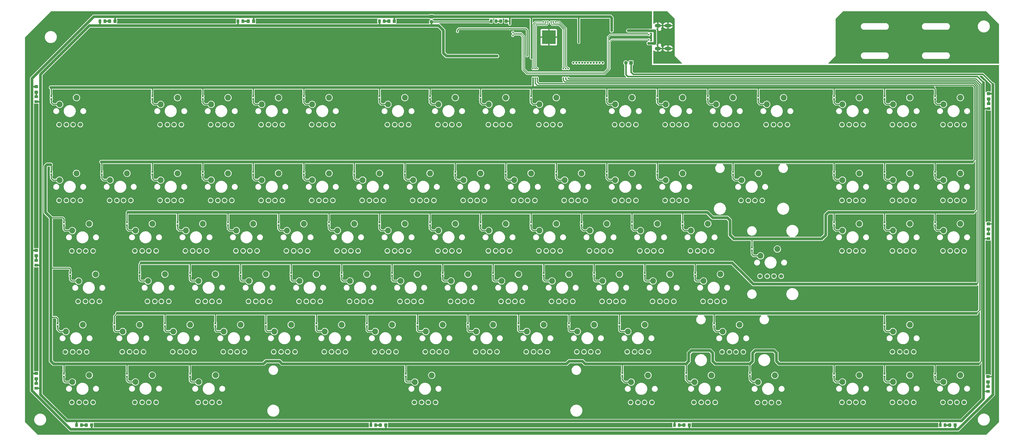
<source format=gbr>
%TF.GenerationSoftware,KiCad,Pcbnew,(5.99.0-10004-g132ec37b56)*%
%TF.CreationDate,2021-04-06T22:09:18+02:00*%
%TF.ProjectId,gh80-3003-nicosmod,67683830-2d33-4303-9033-2d6e69636f73,rev?*%
%TF.SameCoordinates,Original*%
%TF.FileFunction,Copper,L2,Bot*%
%TF.FilePolarity,Positive*%
%FSLAX46Y46*%
G04 Gerber Fmt 4.6, Leading zero omitted, Abs format (unit mm)*
G04 Created by KiCad (PCBNEW (5.99.0-10004-g132ec37b56)) date 2021-04-06 22:09:18*
%MOMM*%
%LPD*%
G01*
G04 APERTURE LIST*
G04 Aperture macros list*
%AMRoundRect*
0 Rectangle with rounded corners*
0 $1 Rounding radius*
0 $2 $3 $4 $5 $6 $7 $8 $9 X,Y pos of 4 corners*
0 Add a 4 corners polygon primitive as box body*
4,1,4,$2,$3,$4,$5,$6,$7,$8,$9,$2,$3,0*
0 Add four circle primitives for the rounded corners*
1,1,$1+$1,$2,$3*
1,1,$1+$1,$4,$5*
1,1,$1+$1,$6,$7*
1,1,$1+$1,$8,$9*
0 Add four rect primitives between the rounded corners*
20,1,$1+$1,$2,$3,$4,$5,0*
20,1,$1+$1,$4,$5,$6,$7,0*
20,1,$1+$1,$6,$7,$8,$9,0*
20,1,$1+$1,$8,$9,$2,$3,0*%
G04 Aperture macros list end*
%TA.AperFunction,ComponentPad*%
%ADD10C,1.524000*%
%TD*%
%TA.AperFunction,ComponentPad*%
%ADD11C,2.200000*%
%TD*%
%TA.AperFunction,ComponentPad*%
%ADD12R,1.350000X1.350000*%
%TD*%
%TA.AperFunction,ComponentPad*%
%ADD13O,1.350000X1.350000*%
%TD*%
%TA.AperFunction,ComponentPad*%
%ADD14C,0.500000*%
%TD*%
%TA.AperFunction,SMDPad,CuDef*%
%ADD15R,5.200000X5.200000*%
%TD*%
%TA.AperFunction,ComponentPad*%
%ADD16O,2.300000X1.300000*%
%TD*%
%TA.AperFunction,ComponentPad*%
%ADD17O,2.600000X1.300000*%
%TD*%
%TA.AperFunction,SMDPad,CuDef*%
%ADD18RoundRect,0.250000X0.450000X-0.325000X0.450000X0.325000X-0.450000X0.325000X-0.450000X-0.325000X0*%
%TD*%
%TA.AperFunction,SMDPad,CuDef*%
%ADD19RoundRect,0.250000X0.450000X-0.262500X0.450000X0.262500X-0.450000X0.262500X-0.450000X-0.262500X0*%
%TD*%
%TA.AperFunction,SMDPad,CuDef*%
%ADD20RoundRect,0.160000X-0.160000X0.222500X-0.160000X-0.222500X0.160000X-0.222500X0.160000X0.222500X0*%
%TD*%
%TA.AperFunction,SMDPad,CuDef*%
%ADD21RoundRect,0.250000X-0.325000X-0.450000X0.325000X-0.450000X0.325000X0.450000X-0.325000X0.450000X0*%
%TD*%
%TA.AperFunction,SMDPad,CuDef*%
%ADD22RoundRect,0.250000X-0.262500X-0.450000X0.262500X-0.450000X0.262500X0.450000X-0.262500X0.450000X0*%
%TD*%
%TA.AperFunction,ViaPad*%
%ADD23C,0.800000*%
%TD*%
%TA.AperFunction,ViaPad*%
%ADD24C,1.000000*%
%TD*%
%TA.AperFunction,ViaPad*%
%ADD25C,0.600000*%
%TD*%
%TA.AperFunction,Conductor*%
%ADD26C,0.400000*%
%TD*%
%TA.AperFunction,Conductor*%
%ADD27C,1.000000*%
%TD*%
%TA.AperFunction,Conductor*%
%ADD28C,0.600000*%
%TD*%
%TA.AperFunction,Conductor*%
%ADD29C,0.250000*%
%TD*%
G04 APERTURE END LIST*
D10*
X373611000Y-194492000D03*
X370861000Y-194492000D03*
X368361000Y-194492000D03*
X365611000Y-194492000D03*
D11*
X365811000Y-186832000D03*
X372161000Y-184292000D03*
D10*
X354611000Y-194492000D03*
X351861000Y-194492000D03*
X349361000Y-194492000D03*
X346611000Y-194492000D03*
D11*
X346811000Y-186832000D03*
X353161000Y-184292000D03*
D10*
X335611000Y-194492000D03*
X332861000Y-194492000D03*
X330361000Y-194492000D03*
X327611000Y-194492000D03*
D11*
X327811000Y-186832000D03*
X334161000Y-184292000D03*
D10*
X303836356Y-194565181D03*
X301086356Y-194565181D03*
X298586356Y-194565181D03*
X295836356Y-194565181D03*
D11*
X296036356Y-186905181D03*
X302386356Y-184365181D03*
D10*
X279935455Y-194525426D03*
X277185455Y-194525426D03*
X274685455Y-194525426D03*
X271935455Y-194525426D03*
D11*
X272135455Y-186865426D03*
X278485455Y-184325426D03*
D10*
X256122452Y-194542931D03*
X253372452Y-194542931D03*
X250872452Y-194542931D03*
X248122452Y-194542931D03*
D11*
X248322452Y-186882931D03*
X254672452Y-184342931D03*
D10*
X174750000Y-194520000D03*
X172000000Y-194520000D03*
X169500000Y-194520000D03*
X166750000Y-194520000D03*
D11*
X166950000Y-186860000D03*
X173300000Y-184320000D03*
D10*
X93401000Y-194512000D03*
X90651000Y-194512000D03*
X88151000Y-194512000D03*
X85401000Y-194512000D03*
D11*
X85601000Y-186852000D03*
X91951000Y-184312000D03*
D10*
X69611000Y-194492000D03*
X66861000Y-194492000D03*
X64361000Y-194492000D03*
X61611000Y-194492000D03*
D11*
X61811000Y-186832000D03*
X68161000Y-184292000D03*
D10*
X45901000Y-194512000D03*
X43151000Y-194512000D03*
X40651000Y-194512000D03*
X37901000Y-194512000D03*
D11*
X38101000Y-186852000D03*
X44451000Y-184312000D03*
D10*
X43476000Y-175512000D03*
X40726000Y-175512000D03*
X38226000Y-175512000D03*
X35476000Y-175512000D03*
D11*
X35676000Y-167852000D03*
X42026000Y-165312000D03*
D10*
X48276000Y-156512000D03*
X45526000Y-156512000D03*
X43026000Y-156512000D03*
X40276000Y-156512000D03*
D11*
X40476000Y-148852000D03*
X46826000Y-146312000D03*
D10*
X45901000Y-137512000D03*
X43151000Y-137512000D03*
X40651000Y-137512000D03*
X37901000Y-137512000D03*
D11*
X38101000Y-129852000D03*
X44451000Y-127312000D03*
D10*
X41111000Y-118492000D03*
X38361000Y-118492000D03*
X35861000Y-118492000D03*
X33111000Y-118492000D03*
D11*
X33311000Y-110832000D03*
X39661000Y-108292000D03*
D10*
X354611000Y-175492000D03*
X351861000Y-175492000D03*
X349361000Y-175492000D03*
X346611000Y-175492000D03*
D11*
X346811000Y-167832000D03*
X353161000Y-165292000D03*
D10*
X290526000Y-175512000D03*
X287776000Y-175512000D03*
X285276000Y-175512000D03*
X282526000Y-175512000D03*
D11*
X282726000Y-167852000D03*
X289076000Y-165312000D03*
D10*
X254861000Y-175492000D03*
X252111000Y-175492000D03*
X249611000Y-175492000D03*
X246861000Y-175492000D03*
D11*
X247061000Y-167832000D03*
X253411000Y-165292000D03*
D10*
X235861000Y-175492000D03*
X233111000Y-175492000D03*
X230611000Y-175492000D03*
X227861000Y-175492000D03*
D11*
X228061000Y-167832000D03*
X234411000Y-165292000D03*
D10*
X216861000Y-175492000D03*
X214111000Y-175492000D03*
X211611000Y-175492000D03*
X208861000Y-175492000D03*
D11*
X209061000Y-167832000D03*
X215411000Y-165292000D03*
D10*
X197861000Y-175492000D03*
X195111000Y-175492000D03*
X192611000Y-175492000D03*
X189861000Y-175492000D03*
D11*
X190061000Y-167832000D03*
X196411000Y-165292000D03*
D10*
X178861000Y-175492000D03*
X176111000Y-175492000D03*
X173611000Y-175492000D03*
X170861000Y-175492000D03*
D11*
X171061000Y-167832000D03*
X177411000Y-165292000D03*
D10*
X159861000Y-175492000D03*
X157111000Y-175492000D03*
X154611000Y-175492000D03*
X151861000Y-175492000D03*
D11*
X152061000Y-167832000D03*
X158411000Y-165292000D03*
D10*
X140861000Y-175492000D03*
X138111000Y-175492000D03*
X135611000Y-175492000D03*
X132861000Y-175492000D03*
D11*
X133061000Y-167832000D03*
X139411000Y-165292000D03*
D10*
X121861000Y-175492000D03*
X119111000Y-175492000D03*
X116611000Y-175492000D03*
X113861000Y-175492000D03*
D11*
X114061000Y-167832000D03*
X120411000Y-165292000D03*
D10*
X102861000Y-175492000D03*
X100111000Y-175492000D03*
X97611000Y-175492000D03*
X94861000Y-175492000D03*
D11*
X95061000Y-167832000D03*
X101411000Y-165292000D03*
D10*
X83861000Y-175492000D03*
X81111000Y-175492000D03*
X78611000Y-175492000D03*
X75861000Y-175492000D03*
D11*
X76061000Y-167832000D03*
X82411000Y-165292000D03*
D10*
X64861000Y-175492000D03*
X62111000Y-175492000D03*
X59611000Y-175492000D03*
X56861000Y-175492000D03*
D11*
X57061000Y-167832000D03*
X63411000Y-165292000D03*
D10*
X283361000Y-156492000D03*
X280611000Y-156492000D03*
X278111000Y-156492000D03*
X275361000Y-156492000D03*
D11*
X275561000Y-148832000D03*
X281911000Y-146292000D03*
D10*
X264361000Y-156492000D03*
X261611000Y-156492000D03*
X259111000Y-156492000D03*
X256361000Y-156492000D03*
D11*
X256561000Y-148832000D03*
X262911000Y-146292000D03*
D10*
X245361000Y-156492000D03*
X242611000Y-156492000D03*
X240111000Y-156492000D03*
X237361000Y-156492000D03*
D11*
X237561000Y-148832000D03*
X243911000Y-146292000D03*
D10*
X226361000Y-156492000D03*
X223611000Y-156492000D03*
X221111000Y-156492000D03*
X218361000Y-156492000D03*
D11*
X218561000Y-148832000D03*
X224911000Y-146292000D03*
D10*
X207361000Y-156492000D03*
X204611000Y-156492000D03*
X202111000Y-156492000D03*
X199361000Y-156492000D03*
D11*
X199561000Y-148832000D03*
X205911000Y-146292000D03*
D10*
X188361000Y-156492000D03*
X185611000Y-156492000D03*
X183111000Y-156492000D03*
X180361000Y-156492000D03*
D11*
X180561000Y-148832000D03*
X186911000Y-146292000D03*
D10*
X169361000Y-156492000D03*
X166611000Y-156492000D03*
X164111000Y-156492000D03*
X161361000Y-156492000D03*
D11*
X161561000Y-148832000D03*
X167911000Y-146292000D03*
D10*
X150361000Y-156492000D03*
X147611000Y-156492000D03*
X145111000Y-156492000D03*
X142361000Y-156492000D03*
D11*
X142561000Y-148832000D03*
X148911000Y-146292000D03*
D10*
X131361000Y-156492000D03*
X128611000Y-156492000D03*
X126111000Y-156492000D03*
X123361000Y-156492000D03*
D11*
X123561000Y-148832000D03*
X129911000Y-146292000D03*
D10*
X112361000Y-156492000D03*
X109611000Y-156492000D03*
X107111000Y-156492000D03*
X104361000Y-156492000D03*
D11*
X104561000Y-148832000D03*
X110911000Y-146292000D03*
D10*
X93361000Y-156492000D03*
X90611000Y-156492000D03*
X88111000Y-156492000D03*
X85361000Y-156492000D03*
D11*
X85561000Y-148832000D03*
X91911000Y-146292000D03*
D10*
X74361000Y-156492000D03*
X71611000Y-156492000D03*
X69111000Y-156492000D03*
X66361000Y-156492000D03*
D11*
X66561000Y-148832000D03*
X72911000Y-146292000D03*
D10*
X373611000Y-137492000D03*
X370861000Y-137492000D03*
X368361000Y-137492000D03*
X365611000Y-137492000D03*
D11*
X365811000Y-129832000D03*
X372161000Y-127292000D03*
D10*
X354611000Y-137492000D03*
X351861000Y-137492000D03*
X349361000Y-137492000D03*
X346611000Y-137492000D03*
D11*
X346811000Y-129832000D03*
X353161000Y-127292000D03*
D10*
X335611000Y-137492000D03*
X332861000Y-137492000D03*
X330361000Y-137492000D03*
X327611000Y-137492000D03*
D11*
X327811000Y-129832000D03*
X334161000Y-127292000D03*
D10*
X304776000Y-147012000D03*
X302026000Y-147012000D03*
X299526000Y-147012000D03*
X296776000Y-147012000D03*
D11*
X296976000Y-139352000D03*
X303326000Y-136812000D03*
D10*
X278611000Y-137492000D03*
X275861000Y-137492000D03*
X273361000Y-137492000D03*
X270611000Y-137492000D03*
D11*
X270811000Y-129832000D03*
X277161000Y-127292000D03*
D10*
X259611000Y-137492000D03*
X256861000Y-137492000D03*
X254361000Y-137492000D03*
X251611000Y-137492000D03*
D11*
X251811000Y-129832000D03*
X258161000Y-127292000D03*
D10*
X240611000Y-137492000D03*
X237861000Y-137492000D03*
X235361000Y-137492000D03*
X232611000Y-137492000D03*
D11*
X232811000Y-129832000D03*
X239161000Y-127292000D03*
D10*
X221611000Y-137492000D03*
X218861000Y-137492000D03*
X216361000Y-137492000D03*
X213611000Y-137492000D03*
D11*
X213811000Y-129832000D03*
X220161000Y-127292000D03*
D10*
X202611000Y-137492000D03*
X199861000Y-137492000D03*
X197361000Y-137492000D03*
X194611000Y-137492000D03*
D11*
X194811000Y-129832000D03*
X201161000Y-127292000D03*
D10*
X183611000Y-137492000D03*
X180861000Y-137492000D03*
X178361000Y-137492000D03*
X175611000Y-137492000D03*
D11*
X175811000Y-129832000D03*
X182161000Y-127292000D03*
D10*
X164611000Y-137492000D03*
X161861000Y-137492000D03*
X159361000Y-137492000D03*
X156611000Y-137492000D03*
D11*
X156811000Y-129832000D03*
X163161000Y-127292000D03*
D10*
X145611000Y-137492000D03*
X142861000Y-137492000D03*
X140361000Y-137492000D03*
X137611000Y-137492000D03*
D11*
X137811000Y-129832000D03*
X144161000Y-127292000D03*
D10*
X126611000Y-137492000D03*
X123861000Y-137492000D03*
X121361000Y-137492000D03*
X118611000Y-137492000D03*
D11*
X118811000Y-129832000D03*
X125161000Y-127292000D03*
D10*
X107611000Y-137492000D03*
X104861000Y-137492000D03*
X102361000Y-137492000D03*
X99611000Y-137492000D03*
D11*
X99811000Y-129832000D03*
X106161000Y-127292000D03*
D10*
X88611000Y-137492000D03*
X85861000Y-137492000D03*
X83361000Y-137492000D03*
X80611000Y-137492000D03*
D11*
X80811000Y-129832000D03*
X87161000Y-127292000D03*
D10*
X69611000Y-137492000D03*
X66861000Y-137492000D03*
X64361000Y-137492000D03*
X61611000Y-137492000D03*
D11*
X61811000Y-129832000D03*
X68161000Y-127292000D03*
D10*
X373611000Y-118492000D03*
X370861000Y-118492000D03*
X368361000Y-118492000D03*
X365611000Y-118492000D03*
D11*
X365811000Y-110832000D03*
X372161000Y-108292000D03*
D10*
X354611000Y-118492000D03*
X351861000Y-118492000D03*
X349361000Y-118492000D03*
X346611000Y-118492000D03*
D11*
X346811000Y-110832000D03*
X353161000Y-108292000D03*
D10*
X335611000Y-118492000D03*
X332861000Y-118492000D03*
X330361000Y-118492000D03*
X327611000Y-118492000D03*
D11*
X327811000Y-110832000D03*
X334161000Y-108292000D03*
D10*
X297651000Y-118512000D03*
X294901000Y-118512000D03*
X292401000Y-118512000D03*
X289651000Y-118512000D03*
D11*
X289851000Y-110852000D03*
X296201000Y-108312000D03*
D10*
X269111000Y-118492000D03*
X266361000Y-118492000D03*
X263861000Y-118492000D03*
X261111000Y-118492000D03*
D11*
X261311000Y-110832000D03*
X267661000Y-108292000D03*
D10*
X250111000Y-118492000D03*
X247361000Y-118492000D03*
X244861000Y-118492000D03*
X242111000Y-118492000D03*
D11*
X242311000Y-110832000D03*
X248661000Y-108292000D03*
D10*
X231111000Y-118492000D03*
X228361000Y-118492000D03*
X225861000Y-118492000D03*
X223111000Y-118492000D03*
D11*
X223311000Y-110832000D03*
X229661000Y-108292000D03*
D10*
X212111000Y-118492000D03*
X209361000Y-118492000D03*
X206861000Y-118492000D03*
X204111000Y-118492000D03*
D11*
X204311000Y-110832000D03*
X210661000Y-108292000D03*
D10*
X193111000Y-118492000D03*
X190361000Y-118492000D03*
X187861000Y-118492000D03*
X185111000Y-118492000D03*
D11*
X185311000Y-110832000D03*
X191661000Y-108292000D03*
D10*
X174111000Y-118492000D03*
X171361000Y-118492000D03*
X168861000Y-118492000D03*
X166111000Y-118492000D03*
D11*
X166311000Y-110832000D03*
X172661000Y-108292000D03*
D10*
X155111000Y-118492000D03*
X152361000Y-118492000D03*
X149861000Y-118492000D03*
X147111000Y-118492000D03*
D11*
X147311000Y-110832000D03*
X153661000Y-108292000D03*
D10*
X136111000Y-118492000D03*
X133361000Y-118492000D03*
X130861000Y-118492000D03*
X128111000Y-118492000D03*
D11*
X128311000Y-110832000D03*
X134661000Y-108292000D03*
D10*
X117111000Y-118492000D03*
X114361000Y-118492000D03*
X111861000Y-118492000D03*
X109111000Y-118492000D03*
D11*
X109311000Y-110832000D03*
X115661000Y-108292000D03*
D10*
X98111000Y-118492000D03*
X95361000Y-118492000D03*
X92861000Y-118492000D03*
X90111000Y-118492000D03*
D11*
X90311000Y-110832000D03*
X96661000Y-108292000D03*
D10*
X79111000Y-118492000D03*
X76361000Y-118492000D03*
X73861000Y-118492000D03*
X71111000Y-118492000D03*
D11*
X71311000Y-110832000D03*
X77661000Y-108292000D03*
D10*
X60111000Y-118492000D03*
X57361000Y-118492000D03*
X54861000Y-118492000D03*
X52111000Y-118492000D03*
D11*
X52311000Y-110832000D03*
X58661000Y-108292000D03*
D10*
X373611000Y-89992000D03*
X370861000Y-89992000D03*
X368361000Y-89992000D03*
X365611000Y-89992000D03*
D11*
X365811000Y-82332000D03*
X372161000Y-79792000D03*
D10*
X354611000Y-89992000D03*
X351861000Y-89992000D03*
X349361000Y-89992000D03*
X346611000Y-89992000D03*
D11*
X346811000Y-82332000D03*
X353161000Y-79792000D03*
D10*
X335611000Y-89992000D03*
X332861000Y-89992000D03*
X330361000Y-89992000D03*
X327611000Y-89992000D03*
D11*
X327811000Y-82332000D03*
X334161000Y-79792000D03*
D10*
X307111000Y-89992000D03*
X304361000Y-89992000D03*
X301861000Y-89992000D03*
X299111000Y-89992000D03*
D11*
X299311000Y-82332000D03*
X305661000Y-79792000D03*
D10*
X288111000Y-89992000D03*
X285361000Y-89992000D03*
X282861000Y-89992000D03*
X280111000Y-89992000D03*
D11*
X280311000Y-82332000D03*
X286661000Y-79792000D03*
D10*
X269111000Y-89992000D03*
X266361000Y-89992000D03*
X263861000Y-89992000D03*
X261111000Y-89992000D03*
D11*
X261311000Y-82332000D03*
X267661000Y-79792000D03*
D10*
X250111000Y-89992000D03*
X247361000Y-89992000D03*
X244861000Y-89992000D03*
X242111000Y-89992000D03*
D11*
X242311000Y-82332000D03*
X248661000Y-79792000D03*
D10*
X221611000Y-89992000D03*
X218861000Y-89992000D03*
X216361000Y-89992000D03*
X213611000Y-89992000D03*
D11*
X213811000Y-82332000D03*
X220161000Y-79792000D03*
D10*
X202611000Y-89992000D03*
X199861000Y-89992000D03*
X197361000Y-89992000D03*
X194611000Y-89992000D03*
D11*
X194811000Y-82332000D03*
X201161000Y-79792000D03*
D10*
X183611000Y-89992000D03*
X180861000Y-89992000D03*
X178361000Y-89992000D03*
X175611000Y-89992000D03*
D11*
X175811000Y-82332000D03*
X182161000Y-79792000D03*
D10*
X164611000Y-89992000D03*
X161861000Y-89992000D03*
X159361000Y-89992000D03*
X156611000Y-89992000D03*
D11*
X156811000Y-82332000D03*
X163161000Y-79792000D03*
D10*
X136111000Y-89992000D03*
X133361000Y-89992000D03*
X130861000Y-89992000D03*
X128111000Y-89992000D03*
D11*
X128311000Y-82332000D03*
X134661000Y-79792000D03*
D10*
X117111000Y-89992000D03*
X114361000Y-89992000D03*
X111861000Y-89992000D03*
X109111000Y-89992000D03*
D11*
X109311000Y-82332000D03*
X115661000Y-79792000D03*
D10*
X98111000Y-89992000D03*
X95361000Y-89992000D03*
X92861000Y-89992000D03*
X90111000Y-89992000D03*
D11*
X90311000Y-82332000D03*
X96661000Y-79792000D03*
D10*
X79111000Y-89992000D03*
X76361000Y-89992000D03*
X73861000Y-89992000D03*
X71111000Y-89992000D03*
D11*
X71311000Y-82332000D03*
X77661000Y-79792000D03*
D10*
X41111000Y-89992000D03*
X38361000Y-89992000D03*
X35861000Y-89992000D03*
X33111000Y-89992000D03*
D11*
X33311000Y-82332000D03*
X39661000Y-79792000D03*
D12*
X173200000Y-49300000D03*
D13*
X173200000Y-51300000D03*
D14*
X218525000Y-59400000D03*
X217350000Y-59400000D03*
X217350000Y-57050000D03*
X219700000Y-59400000D03*
X219700000Y-55875000D03*
X215000000Y-57050000D03*
X217350000Y-54700000D03*
X219700000Y-58225000D03*
D15*
X217350000Y-57050000D03*
D14*
X217350000Y-58225000D03*
X215000000Y-55875000D03*
X216175000Y-57050000D03*
X215000000Y-58225000D03*
X215000000Y-59400000D03*
X219700000Y-57050000D03*
X217350000Y-55875000D03*
X216175000Y-59400000D03*
X218525000Y-54700000D03*
X218525000Y-57050000D03*
X219700000Y-54700000D03*
X216175000Y-55875000D03*
X216175000Y-54700000D03*
X218525000Y-55875000D03*
X215000000Y-54700000D03*
X216175000Y-58225000D03*
X218525000Y-58225000D03*
D16*
X258325000Y-52680000D03*
X258325000Y-61320000D03*
D17*
X262150000Y-61320000D03*
X262150000Y-52680000D03*
D12*
X248300000Y-66700000D03*
D13*
X246300000Y-66700000D03*
D18*
X24500000Y-77725000D03*
X24500000Y-75675000D03*
D19*
X24500000Y-81312500D03*
X24500000Y-79487500D03*
D20*
X182161000Y-107719500D03*
X182161000Y-108864500D03*
X87161000Y-79219500D03*
X87161000Y-80364500D03*
D18*
X382700000Y-129325000D03*
X382700000Y-127275000D03*
D21*
X104275000Y-51000000D03*
X106325000Y-51000000D03*
D20*
X68161000Y-107719500D03*
X68161000Y-108864500D03*
D18*
X382600000Y-186825000D03*
X382600000Y-184775000D03*
D22*
X264587500Y-203100000D03*
X266412500Y-203100000D03*
D20*
X172661000Y-79219500D03*
X172661000Y-80364500D03*
X201161000Y-107719500D03*
X201161000Y-108864500D03*
D22*
X39687500Y-203100000D03*
X41512500Y-203100000D03*
D20*
X253411000Y-145719500D03*
X253411000Y-146864500D03*
X34911000Y-183719500D03*
X34911000Y-184864500D03*
X245000000Y-183427500D03*
X245000000Y-184572500D03*
X343661000Y-79219500D03*
X343661000Y-80364500D03*
X258161000Y-107719500D03*
X258161000Y-108864500D03*
X215411000Y-145719500D03*
X215411000Y-146864500D03*
X144161000Y-107719500D03*
X144161000Y-108864500D03*
X248661000Y-126719500D03*
X248661000Y-127864500D03*
X362661000Y-183719500D03*
X362661000Y-184864500D03*
X148911000Y-164719500D03*
X148911000Y-165864500D03*
X91911000Y-164719500D03*
X91911000Y-165864500D03*
D21*
X268175000Y-203100000D03*
X270225000Y-203100000D03*
D20*
X53911000Y-164719500D03*
X53911000Y-165864500D03*
X125161000Y-107719500D03*
X125161000Y-108864500D03*
X205911000Y-164719500D03*
X205911000Y-165864500D03*
X239161000Y-79219500D03*
X239161000Y-80364500D03*
X120411000Y-145719500D03*
X120411000Y-146864500D03*
X32536000Y-164719500D03*
X32536000Y-165864500D03*
X210661000Y-79219500D03*
X210661000Y-80364500D03*
X49161000Y-107719500D03*
X49161000Y-108864500D03*
D18*
X24500000Y-185625000D03*
X24500000Y-183575000D03*
D22*
X100387500Y-51000000D03*
X102212500Y-51000000D03*
D20*
X110911000Y-164719500D03*
X110911000Y-165864500D03*
D19*
X24500000Y-189212500D03*
X24500000Y-187387500D03*
D20*
X277161000Y-79219500D03*
X277161000Y-80364500D03*
X72911000Y-164719500D03*
X72911000Y-165864500D03*
X279536000Y-164719500D03*
X279536000Y-165864500D03*
D21*
X153975000Y-203100000D03*
X156025000Y-203100000D03*
X43275000Y-203100000D03*
X45325000Y-203100000D03*
D20*
X134661000Y-126719500D03*
X134661000Y-127864500D03*
X177411000Y-145719500D03*
X177411000Y-146864500D03*
X324661000Y-126719500D03*
X324661000Y-127864500D03*
X158411000Y-145719500D03*
X158411000Y-146864500D03*
D22*
X153587500Y-51000000D03*
X155412500Y-51000000D03*
X150387500Y-203100000D03*
X152212500Y-203100000D03*
D20*
X293000000Y-183427500D03*
X293000000Y-184572500D03*
D19*
X382600000Y-190382500D03*
X382600000Y-188557500D03*
D20*
X224911000Y-164719500D03*
X224911000Y-165864500D03*
X196411000Y-145719500D03*
X196411000Y-146864500D03*
X82411000Y-145719500D03*
X82411000Y-146864500D03*
X115661000Y-126719500D03*
X115661000Y-127864500D03*
X82411000Y-183719500D03*
X82411000Y-184864500D03*
X234411000Y-145719500D03*
X234411000Y-146864500D03*
D19*
X382800000Y-83912500D03*
X382800000Y-82087500D03*
D20*
X96661000Y-126719500D03*
X96661000Y-127864500D03*
X68161000Y-79219500D03*
X68161000Y-80364500D03*
X87161000Y-107719500D03*
X87161000Y-108864500D03*
D18*
X382800000Y-80325000D03*
X382800000Y-78275000D03*
D20*
X210661000Y-126719500D03*
X210661000Y-127864500D03*
X106161000Y-107719500D03*
X106161000Y-108864500D03*
X34911000Y-126719500D03*
X34911000Y-127864500D03*
X37286000Y-145719500D03*
X37286000Y-146864500D03*
X272411000Y-145719500D03*
X272411000Y-146864500D03*
X125161000Y-79219500D03*
X125161000Y-80364500D03*
X243911000Y-164719500D03*
X243911000Y-165864500D03*
D19*
X24500000Y-142912500D03*
X24500000Y-141087500D03*
D20*
X101411000Y-145719500D03*
X101411000Y-146864500D03*
X229661000Y-126719500D03*
X229661000Y-127864500D03*
X106161000Y-79219500D03*
X106161000Y-80364500D03*
X191661000Y-79219500D03*
X191661000Y-80364500D03*
X30161000Y-107719500D03*
X30161000Y-108864500D03*
D22*
X364587500Y-203100000D03*
X366412500Y-203100000D03*
D20*
X324661000Y-107719500D03*
X324661000Y-108864500D03*
X343661000Y-164719500D03*
X343661000Y-165864500D03*
D21*
X368175000Y-203100000D03*
X370225000Y-203100000D03*
D20*
X58661000Y-183719500D03*
X58661000Y-184864500D03*
X172661000Y-126719500D03*
X172661000Y-127864500D03*
D18*
X24500000Y-139325000D03*
X24500000Y-137275000D03*
D20*
X286661000Y-107719500D03*
X286661000Y-108864500D03*
X77661000Y-126719500D03*
X77661000Y-127864500D03*
X362661000Y-79219500D03*
X362661000Y-80364500D03*
X163161000Y-107719500D03*
X163161000Y-108864500D03*
X362661000Y-107719500D03*
X362661000Y-108864500D03*
X167911000Y-164719500D03*
X167911000Y-165864500D03*
X129911000Y-164719500D03*
X129911000Y-165864500D03*
D21*
X157150000Y-51000000D03*
X159200000Y-51000000D03*
D20*
X343661000Y-183719500D03*
X343661000Y-184864500D03*
X191661000Y-126719500D03*
X191661000Y-127864500D03*
X58661000Y-126719500D03*
X58661000Y-127864500D03*
X324661000Y-79219500D03*
X324661000Y-80364500D03*
X296161000Y-79219500D03*
X296161000Y-80364500D03*
X163500000Y-183719500D03*
X163500000Y-184864500D03*
X343661000Y-126719500D03*
X343661000Y-127864500D03*
X267661000Y-126719500D03*
X267661000Y-127864500D03*
D21*
X52075000Y-51000000D03*
X54125000Y-51000000D03*
D20*
X153661000Y-126719500D03*
X153661000Y-127864500D03*
X186911000Y-164719500D03*
X186911000Y-165864500D03*
X30161000Y-79219500D03*
X30161000Y-80364500D03*
X293786000Y-136219500D03*
X293786000Y-137364500D03*
X220161000Y-107719500D03*
X220161000Y-108864500D03*
D21*
X199275000Y-51000000D03*
X201325000Y-51000000D03*
D20*
X153661000Y-79219500D03*
X153661000Y-80364500D03*
D19*
X382700000Y-132912500D03*
X382700000Y-131087500D03*
D20*
X362661000Y-126719500D03*
X362661000Y-127864500D03*
X239161000Y-107719500D03*
X239161000Y-108864500D03*
X269000000Y-183427500D03*
X269000000Y-184572500D03*
D22*
X48487500Y-51000000D03*
X50312500Y-51000000D03*
D20*
X343661000Y-107719500D03*
X343661000Y-108864500D03*
X63411000Y-145719500D03*
X63411000Y-146864500D03*
X324661000Y-183719500D03*
X324661000Y-184864500D03*
D22*
X195687500Y-51000000D03*
X197512500Y-51000000D03*
D20*
X258161000Y-79219500D03*
X258161000Y-80364500D03*
X139411000Y-145719500D03*
X139411000Y-146864500D03*
D23*
X90200000Y-175600000D03*
X71300000Y-175500000D03*
D24*
X291700000Y-206200000D03*
X100600000Y-47800000D03*
X145600000Y-47800000D03*
X216700000Y-206200000D03*
X20800000Y-92300000D03*
X130300000Y-206200000D03*
X191700000Y-206200000D03*
X301700000Y-206200000D03*
X190600000Y-47800000D03*
X120300000Y-206200000D03*
D23*
X204400000Y-58400000D03*
D25*
X255900000Y-60800000D03*
D24*
X20800000Y-112300000D03*
X55600000Y-47800000D03*
X304600000Y-68300000D03*
X20800000Y-57300000D03*
X351700000Y-206200000D03*
X20800000Y-117300000D03*
D25*
X240200000Y-70900000D03*
D24*
X30600000Y-47800000D03*
X20800000Y-77300000D03*
X171700000Y-206200000D03*
X329600000Y-68300000D03*
X255600000Y-47800000D03*
X235600000Y-47800000D03*
X346700000Y-206200000D03*
X110600000Y-47800000D03*
X386200000Y-172300000D03*
X20800000Y-187300000D03*
X386200000Y-87300000D03*
X155600000Y-47800000D03*
X20800000Y-197300000D03*
X20800000Y-82300000D03*
X311700000Y-206200000D03*
X170600000Y-47800000D03*
X70300000Y-206200000D03*
X25300000Y-206200000D03*
X20800000Y-87300000D03*
X274600000Y-68300000D03*
X165600000Y-47800000D03*
X65600000Y-47800000D03*
X60300000Y-206200000D03*
X386200000Y-107300000D03*
D25*
X255900000Y-50800000D03*
X129500000Y-51200000D03*
D24*
X20800000Y-122300000D03*
D25*
X241000000Y-63900000D03*
X77400000Y-203100000D03*
D24*
X316700000Y-206200000D03*
X376700000Y-206200000D03*
X195600000Y-47800000D03*
D25*
X204700000Y-63200000D03*
D24*
X20800000Y-182300000D03*
X20800000Y-97300000D03*
D25*
X161200000Y-99500000D03*
D24*
X386200000Y-147300000D03*
D25*
X218400000Y-71700000D03*
D24*
X386200000Y-201700000D03*
X386200000Y-132300000D03*
X20800000Y-142300000D03*
X20800000Y-147300000D03*
D25*
X255900000Y-63000000D03*
X215500000Y-64000000D03*
D24*
X255700000Y-68300000D03*
X386200000Y-192300000D03*
D25*
X200600000Y-66200000D03*
D24*
X306700000Y-206200000D03*
X125600000Y-47800000D03*
X20800000Y-137300000D03*
X130600000Y-47800000D03*
X135600000Y-47800000D03*
X55300000Y-206200000D03*
D25*
X200550000Y-62000000D03*
X226000000Y-53300000D03*
D24*
X261700000Y-206200000D03*
X20800000Y-201700000D03*
X166700000Y-206200000D03*
X80300000Y-206200000D03*
D25*
X240400000Y-57400000D03*
X238800000Y-66700000D03*
D24*
X371700000Y-206200000D03*
X186700000Y-206200000D03*
X354600000Y-68300000D03*
X206700000Y-206200000D03*
X386200000Y-72300000D03*
X45300000Y-206200000D03*
X369600000Y-68300000D03*
X374600000Y-68300000D03*
X20800000Y-62300000D03*
X125300000Y-206200000D03*
X386200000Y-162300000D03*
X324600000Y-68300000D03*
X20800000Y-72300000D03*
X200600000Y-47800000D03*
X150600000Y-47800000D03*
X75300000Y-206200000D03*
D25*
X241000000Y-60400000D03*
D24*
X35300000Y-206200000D03*
X20800000Y-192300000D03*
X180600000Y-47800000D03*
X65300000Y-206200000D03*
X284600000Y-68300000D03*
X75600000Y-47800000D03*
X110300000Y-206200000D03*
X246700000Y-206200000D03*
X221700000Y-206200000D03*
X20800000Y-167300000D03*
X294600000Y-68300000D03*
X236700000Y-206200000D03*
X309600000Y-68300000D03*
X220600000Y-47800000D03*
D25*
X209200000Y-52100000D03*
D24*
X331700000Y-206200000D03*
X250600000Y-47800000D03*
X386200000Y-157300000D03*
D25*
X255900000Y-49300000D03*
X327500000Y-203100000D03*
D24*
X215600000Y-47800000D03*
X45600000Y-47800000D03*
X20800000Y-132300000D03*
X366700000Y-206200000D03*
X296700000Y-206200000D03*
X30300000Y-206200000D03*
X276700000Y-206200000D03*
X231700000Y-206200000D03*
X161700000Y-206200000D03*
X20800000Y-152300000D03*
D25*
X195500000Y-62000000D03*
X241000000Y-66700000D03*
X255000000Y-57050000D03*
D24*
X341700000Y-206200000D03*
X100300000Y-206200000D03*
D25*
X207500000Y-71100000D03*
D24*
X379600000Y-68300000D03*
D25*
X228600000Y-60800000D03*
D24*
X286700000Y-206200000D03*
X386200000Y-182300000D03*
X140600000Y-47800000D03*
X269600000Y-68300000D03*
X381700000Y-206200000D03*
D25*
X238800000Y-63900000D03*
D24*
X115600000Y-47800000D03*
X334600000Y-68300000D03*
X211700000Y-206200000D03*
X384600000Y-68300000D03*
X271700000Y-206200000D03*
D25*
X210300000Y-68900000D03*
D24*
X181700000Y-206200000D03*
D25*
X204700000Y-66300000D03*
X239100000Y-55500000D03*
X128000000Y-99500000D03*
D24*
X386200000Y-137300000D03*
D25*
X204700000Y-64150000D03*
D24*
X386200000Y-92300000D03*
X386200000Y-117300000D03*
X240600000Y-47800000D03*
X241700000Y-206200000D03*
X386200000Y-152300000D03*
X20800000Y-157300000D03*
X176700000Y-206200000D03*
X245600000Y-47800000D03*
D25*
X168200000Y-51200000D03*
D24*
X279600000Y-68300000D03*
X35600000Y-47800000D03*
X156700000Y-206200000D03*
X314600000Y-68300000D03*
X386200000Y-177300000D03*
X20800000Y-172300000D03*
X386200000Y-122300000D03*
D25*
X24500000Y-165800000D03*
D24*
X205600000Y-47800000D03*
X339600000Y-68300000D03*
X259600000Y-68300000D03*
X115300000Y-206200000D03*
X105300000Y-206200000D03*
X80600000Y-47800000D03*
X20800000Y-177300000D03*
X321700000Y-206200000D03*
X386200000Y-127300000D03*
D25*
X243800000Y-59000000D03*
X24300000Y-96800000D03*
X255900000Y-52300000D03*
D24*
X141700000Y-206200000D03*
D25*
X108600000Y-99300000D03*
D24*
X386200000Y-77300000D03*
X319600000Y-68300000D03*
X95600000Y-47800000D03*
X135300000Y-206200000D03*
X226700000Y-206200000D03*
X40600000Y-47800000D03*
D25*
X221500000Y-68900000D03*
D24*
X95300000Y-206200000D03*
X359600000Y-68300000D03*
X40300000Y-206200000D03*
X264600000Y-68300000D03*
X20800000Y-102300000D03*
X364600000Y-68300000D03*
X256700000Y-206200000D03*
X230600000Y-47800000D03*
D25*
X209100000Y-66600000D03*
D24*
X70600000Y-47800000D03*
X160600000Y-47800000D03*
D25*
X238800000Y-60400000D03*
X248400000Y-58900000D03*
D24*
X281700000Y-206200000D03*
X356700000Y-206200000D03*
X289600000Y-68300000D03*
X20800000Y-162300000D03*
D25*
X182200000Y-203100000D03*
X188800000Y-50500000D03*
D24*
X225600000Y-47800000D03*
X20800000Y-67300000D03*
X386200000Y-82300000D03*
D25*
X382700000Y-101000000D03*
X222900000Y-51000000D03*
D24*
X105600000Y-47800000D03*
X386200000Y-167300000D03*
X266700000Y-206200000D03*
X386200000Y-102300000D03*
X210600000Y-47800000D03*
X299600000Y-68300000D03*
X90300000Y-206200000D03*
X151700000Y-206200000D03*
D25*
X218400000Y-64000000D03*
D24*
X201700000Y-206200000D03*
X60600000Y-47800000D03*
X326700000Y-206200000D03*
D25*
X383300000Y-169900000D03*
D24*
X90600000Y-47800000D03*
X120600000Y-47800000D03*
D25*
X225700000Y-68900000D03*
D24*
X386200000Y-197300000D03*
X146700000Y-206200000D03*
D23*
X201900000Y-55400000D03*
D24*
X175600000Y-47800000D03*
D25*
X255900000Y-61600000D03*
D24*
X386200000Y-187300000D03*
X386200000Y-142300000D03*
X85600000Y-47800000D03*
X349600000Y-68300000D03*
D25*
X146400000Y-99500000D03*
D24*
X20800000Y-107300000D03*
X386200000Y-112300000D03*
X20800000Y-127300000D03*
X185600000Y-47800000D03*
X50600000Y-47800000D03*
X386200000Y-97300000D03*
X196700000Y-206200000D03*
X344600000Y-68300000D03*
X361700000Y-206200000D03*
X50300000Y-206200000D03*
D25*
X75600000Y-51100000D03*
X382600000Y-75200000D03*
D24*
X251700000Y-206200000D03*
D25*
X255900000Y-53200000D03*
D24*
X85300000Y-206200000D03*
X336700000Y-206200000D03*
D23*
X241000000Y-52300000D03*
X241000000Y-54600000D03*
X213500000Y-49300000D03*
D25*
X210750000Y-64950000D03*
X228600000Y-59050000D03*
X210750000Y-58100000D03*
D23*
X241000000Y-53400000D03*
D25*
X202650000Y-52150000D03*
X222900000Y-49350000D03*
X210750000Y-53950000D03*
X202650000Y-53850000D03*
X183000000Y-54900000D03*
X209200000Y-64100000D03*
X211400000Y-68900000D03*
X215400000Y-51300000D03*
X211400000Y-72400000D03*
X203800000Y-56425000D03*
X255000000Y-58000000D03*
X203800000Y-55175000D03*
X255000000Y-56100000D03*
D23*
X226600000Y-66700000D03*
X229900000Y-66700000D03*
D25*
X222800000Y-68900000D03*
X222800000Y-72400000D03*
X218200000Y-51300000D03*
X212200000Y-68900000D03*
X212200000Y-72400000D03*
X216200000Y-51300000D03*
X219000000Y-51300000D03*
X223700000Y-72400000D03*
X223700000Y-68900000D03*
X217000000Y-51300000D03*
X213000003Y-68900000D03*
X213000000Y-72400000D03*
X224700000Y-68900000D03*
X224700000Y-72400000D03*
X219800000Y-51300000D03*
D23*
X233100000Y-66700000D03*
X234200000Y-66700000D03*
X235300000Y-66700000D03*
X227700000Y-66700000D03*
X228800000Y-66700000D03*
X230900000Y-66700000D03*
X232000000Y-66700000D03*
X236400000Y-66700000D03*
X237600000Y-66700000D03*
D24*
X264200000Y-50400000D03*
X259400000Y-66400000D03*
X264200000Y-63500000D03*
X261600000Y-47800000D03*
X257200000Y-63000000D03*
X266200000Y-66400000D03*
X262800000Y-66400000D03*
X257200000Y-47800000D03*
X257200000Y-51000000D03*
D25*
X254850000Y-54650000D03*
D23*
X247200000Y-54600000D03*
X248100000Y-54600000D03*
D25*
X254850000Y-59350000D03*
X256050000Y-59350000D03*
X255450000Y-59350000D03*
X256050000Y-54650000D03*
D23*
X249000000Y-54600000D03*
D25*
X255450000Y-54650000D03*
X197950000Y-64150000D03*
X196550000Y-64150000D03*
X197250000Y-64150000D03*
D26*
X378800019Y-75302907D02*
X378800019Y-149399981D01*
X378800019Y-149399981D02*
X378200000Y-150000000D01*
D27*
X291600000Y-147300000D02*
X294300000Y-150000000D01*
X294300000Y-150000000D02*
X378200000Y-150000000D01*
D28*
X23125000Y-75675000D02*
X22900000Y-75900000D01*
D27*
X209600000Y-49300000D02*
X203550000Y-49300000D01*
D28*
X45325000Y-204375000D02*
X45000000Y-204700000D01*
D27*
X213000000Y-49300000D02*
X222425000Y-49300000D01*
D28*
X370225000Y-204325000D02*
X370600000Y-204700000D01*
X159200000Y-51000000D02*
X159200000Y-49400000D01*
X380599900Y-70999900D02*
X249099900Y-70999900D01*
D26*
X382600000Y-184775000D02*
X384225000Y-184775000D01*
D28*
X370225000Y-203100000D02*
X370225000Y-204325000D01*
D27*
X371300000Y-204700000D02*
X384400000Y-191600000D01*
X222350000Y-49300000D02*
X228600000Y-49300000D01*
D28*
X159200000Y-49400000D02*
X159300000Y-49300000D01*
D27*
X210750000Y-49300000D02*
X208700000Y-49300000D01*
X241000000Y-52300000D02*
X241000000Y-54600000D01*
X240500000Y-49300000D02*
X241000000Y-49800000D01*
X384400000Y-191600000D02*
X384400000Y-184600000D01*
X384400000Y-184600000D02*
X384400000Y-127400000D01*
D28*
X382800000Y-78275000D02*
X384275000Y-78275000D01*
D27*
X22900000Y-72602916D02*
X22900000Y-75900000D01*
X22900000Y-75900000D02*
X22900000Y-137200000D01*
D28*
X210750000Y-53950000D02*
X210750000Y-49300000D01*
D27*
X46202916Y-49300000D02*
X22900000Y-72602916D01*
D28*
X202650000Y-49350000D02*
X202650000Y-50950000D01*
X249099900Y-70999900D02*
X248300000Y-70200000D01*
X384400000Y-74800000D02*
X380599900Y-70999900D01*
X45325000Y-203100000D02*
X45325000Y-204375000D01*
X54125000Y-49525000D02*
X53900000Y-49300000D01*
X24500000Y-183575000D02*
X23025000Y-183575000D01*
X210750000Y-53950000D02*
X210750000Y-58100000D01*
D27*
X209575000Y-49300000D02*
X211425000Y-49300000D01*
D28*
X24500000Y-137275000D02*
X22975000Y-137275000D01*
D27*
X228600000Y-49300000D02*
X240500000Y-49300000D01*
D28*
X116225000Y-204675000D02*
X116200000Y-204700000D01*
X228600000Y-49300000D02*
X228600000Y-59050000D01*
X210750000Y-64950000D02*
X210750000Y-58100000D01*
X384275000Y-78275000D02*
X384400000Y-78400000D01*
X54125000Y-51000000D02*
X54125000Y-49525000D01*
X106325000Y-49425000D02*
X106200000Y-49300000D01*
D27*
X53900000Y-49300000D02*
X46202916Y-49300000D01*
X37500000Y-204700000D02*
X45000000Y-204700000D01*
D26*
X384275000Y-127275000D02*
X384400000Y-127400000D01*
D27*
X22900000Y-183700000D02*
X22900000Y-190100000D01*
D28*
X106325000Y-51000000D02*
X106325000Y-49425000D01*
D26*
X384225000Y-184775000D02*
X384400000Y-184600000D01*
D27*
X45000000Y-204700000D02*
X116200000Y-204700000D01*
X159300000Y-49300000D02*
X106200000Y-49300000D01*
D26*
X382700000Y-127275000D02*
X384275000Y-127275000D01*
D28*
X202650000Y-50950000D02*
X202650000Y-52150000D01*
D27*
X22900000Y-190100000D02*
X37500000Y-204700000D01*
D28*
X270225000Y-204625000D02*
X270300000Y-204700000D01*
D27*
X203650000Y-49300000D02*
X159300000Y-49300000D01*
X116200000Y-204700000D02*
X270300000Y-204700000D01*
D28*
X156025000Y-203100000D02*
X156025000Y-204675000D01*
X23025000Y-183575000D02*
X22900000Y-183700000D01*
D27*
X370600000Y-204700000D02*
X371300000Y-204700000D01*
D28*
X22975000Y-137275000D02*
X22900000Y-137200000D01*
X248300000Y-70200000D02*
X248300000Y-66700000D01*
D27*
X384400000Y-78400000D02*
X384400000Y-74800000D01*
D26*
X201325000Y-51000000D02*
X202600000Y-51000000D01*
D27*
X22900000Y-137200000D02*
X22900000Y-183700000D01*
X270300000Y-204700000D02*
X370600000Y-204700000D01*
D28*
X270225000Y-203100000D02*
X270225000Y-204625000D01*
D26*
X202600000Y-51000000D02*
X202650000Y-50950000D01*
D27*
X211375000Y-49300000D02*
X213000000Y-49300000D01*
X241000000Y-49800000D02*
X241000000Y-52300000D01*
D28*
X24500000Y-75675000D02*
X23125000Y-75675000D01*
D27*
X106200000Y-49300000D02*
X53900000Y-49300000D01*
X384400000Y-127400000D02*
X384400000Y-78400000D01*
D26*
X209200000Y-64100000D02*
X209200000Y-54300000D01*
X208750000Y-53850000D02*
X202650000Y-53850000D01*
X183000000Y-54900000D02*
X183000000Y-54300000D01*
X209200000Y-54300000D02*
X208750000Y-53850000D01*
X183450000Y-53850000D02*
X202650000Y-53850000D01*
X183000000Y-54300000D02*
X183450000Y-53850000D01*
X343661000Y-81661000D02*
X343661000Y-80364500D01*
X346811000Y-82332000D02*
X344332000Y-82332000D01*
X344332000Y-82332000D02*
X343661000Y-81661000D01*
X163161000Y-110161000D02*
X163161000Y-108864500D01*
X163832000Y-110832000D02*
X163161000Y-110161000D01*
X166311000Y-110832000D02*
X163832000Y-110832000D01*
X182161000Y-110161000D02*
X182161000Y-108864500D01*
X185311000Y-110832000D02*
X182832000Y-110832000D01*
X182832000Y-110832000D02*
X182161000Y-110161000D01*
X134661000Y-129161000D02*
X134661000Y-127864500D01*
X137811000Y-129832000D02*
X135332000Y-129832000D01*
X135332000Y-129832000D02*
X134661000Y-129161000D01*
X172661000Y-129161000D02*
X172661000Y-127864500D01*
X173332000Y-129832000D02*
X172661000Y-129161000D01*
X175811000Y-129832000D02*
X173332000Y-129832000D01*
X192332000Y-129832000D02*
X191661000Y-129161000D01*
X191661000Y-129161000D02*
X191661000Y-127864500D01*
X194811000Y-129832000D02*
X192332000Y-129832000D01*
D29*
X211400000Y-52100000D02*
X211400000Y-68900000D01*
D26*
X191661000Y-76339000D02*
X192000000Y-76000000D01*
X172661000Y-76339000D02*
X173000000Y-76000000D01*
X277161000Y-76161000D02*
X277000000Y-76000000D01*
X125161000Y-76161000D02*
X125000000Y-76000000D01*
X153661000Y-76339000D02*
X154000000Y-76000000D01*
D27*
X87000000Y-76000000D02*
X106000000Y-76000000D01*
X210700000Y-76000000D02*
X239000000Y-76000000D01*
D26*
X87161000Y-79219500D02*
X87161000Y-76161000D01*
X362661000Y-76661000D02*
X362000000Y-76000000D01*
D27*
X344000000Y-76000000D02*
X362000000Y-76000000D01*
D26*
X153661000Y-79219500D02*
X153661000Y-76339000D01*
X30161000Y-76161000D02*
X30000000Y-76000000D01*
X210661000Y-76039000D02*
X210700000Y-76000000D01*
D27*
X125000000Y-76000000D02*
X154000000Y-76000000D01*
X296000000Y-76000000D02*
X325000000Y-76000000D01*
X192000000Y-76000000D02*
X210700000Y-76000000D01*
D26*
X191661000Y-79219500D02*
X191661000Y-76339000D01*
D27*
X106000000Y-76000000D02*
X125000000Y-76000000D01*
D26*
X296161000Y-79219500D02*
X296161000Y-76161000D01*
D27*
X30000000Y-76000000D02*
X68000000Y-76000000D01*
D26*
X106161000Y-76161000D02*
X106000000Y-76000000D01*
D27*
X68000000Y-76000000D02*
X87000000Y-76000000D01*
D26*
X68161000Y-76161000D02*
X68000000Y-76000000D01*
X324661000Y-79219500D02*
X324661000Y-76339000D01*
X277161000Y-79219500D02*
X277161000Y-76161000D01*
D27*
X239000000Y-76000000D02*
X258000000Y-76000000D01*
D26*
X87161000Y-76161000D02*
X87000000Y-76000000D01*
D28*
X211400000Y-72400000D02*
X211400000Y-76000000D01*
D27*
X154000000Y-76000000D02*
X173000000Y-76000000D01*
X258000000Y-76000000D02*
X277000000Y-76000000D01*
D26*
X68161000Y-79219500D02*
X68161000Y-76161000D01*
X324661000Y-76339000D02*
X325000000Y-76000000D01*
X125161000Y-79219500D02*
X125161000Y-76161000D01*
X296161000Y-76161000D02*
X296000000Y-76000000D01*
D27*
X325000000Y-76000000D02*
X344000000Y-76000000D01*
D26*
X172661000Y-79219500D02*
X172661000Y-76339000D01*
X30161000Y-79219500D02*
X30161000Y-76161000D01*
X210661000Y-79219500D02*
X210661000Y-76039000D01*
X258161000Y-79219500D02*
X258161000Y-76161000D01*
X239161000Y-76161000D02*
X239000000Y-76000000D01*
X258161000Y-76161000D02*
X258000000Y-76000000D01*
X106161000Y-79219500D02*
X106161000Y-76161000D01*
X343661000Y-76339000D02*
X344000000Y-76000000D01*
X239161000Y-79219500D02*
X239161000Y-76161000D01*
X362661000Y-79219500D02*
X362661000Y-76661000D01*
D29*
X212200000Y-51300000D02*
X211400000Y-52100000D01*
D27*
X173000000Y-76000000D02*
X192000000Y-76000000D01*
D26*
X343661000Y-79219500D02*
X343661000Y-76339000D01*
D29*
X215400000Y-51300000D02*
X212200000Y-51300000D01*
D27*
X277000000Y-76000000D02*
X296000000Y-76000000D01*
D26*
X344332000Y-129832000D02*
X343661000Y-129161000D01*
X346811000Y-129832000D02*
X344332000Y-129832000D01*
X343661000Y-129161000D02*
X343661000Y-127864500D01*
X63832000Y-148832000D02*
X63411000Y-148411000D01*
X66561000Y-148832000D02*
X63832000Y-148832000D01*
X63411000Y-148411000D02*
X63411000Y-146864500D01*
X82832000Y-148832000D02*
X82411000Y-148411000D01*
X85561000Y-148832000D02*
X82832000Y-148832000D01*
X82411000Y-148411000D02*
X82411000Y-146864500D01*
X104561000Y-148832000D02*
X101832000Y-148832000D01*
X101411000Y-148411000D02*
X101411000Y-146864500D01*
X101832000Y-148832000D02*
X101411000Y-148411000D01*
X180561000Y-148832000D02*
X177832000Y-148832000D01*
X177411000Y-148411000D02*
X177411000Y-146864500D01*
X177832000Y-148832000D02*
X177411000Y-148411000D01*
X215411000Y-148411000D02*
X215411000Y-146864500D01*
X215832000Y-148832000D02*
X215411000Y-148411000D01*
X218561000Y-148832000D02*
X215832000Y-148832000D01*
X234832000Y-148832000D02*
X234411000Y-148411000D01*
X237561000Y-148832000D02*
X234832000Y-148832000D01*
X234411000Y-148411000D02*
X234411000Y-146864500D01*
X253411000Y-148411000D02*
X253411000Y-146864500D01*
X256561000Y-148832000D02*
X253832000Y-148832000D01*
X253832000Y-148832000D02*
X253411000Y-148411000D01*
X53911000Y-167411000D02*
X53911000Y-165864500D01*
X57061000Y-167832000D02*
X54332000Y-167832000D01*
X54332000Y-167832000D02*
X53911000Y-167411000D01*
X168332000Y-167832000D02*
X167911000Y-167411000D01*
X167911000Y-167411000D02*
X167911000Y-165864500D01*
X171061000Y-167832000D02*
X168332000Y-167832000D01*
X205911000Y-167411000D02*
X205911000Y-165864500D01*
X209061000Y-167832000D02*
X206332000Y-167832000D01*
X206332000Y-167832000D02*
X205911000Y-167411000D01*
X225332000Y-167832000D02*
X224911000Y-167411000D01*
X224911000Y-167411000D02*
X224911000Y-165864500D01*
X228061000Y-167832000D02*
X225332000Y-167832000D01*
X243911000Y-167411000D02*
X243911000Y-165864500D01*
X244332000Y-167832000D02*
X243911000Y-167411000D01*
X247061000Y-167832000D02*
X244332000Y-167832000D01*
X343661000Y-167161000D02*
X343661000Y-165864500D01*
X346811000Y-167832000D02*
X344332000Y-167832000D01*
X344332000Y-167832000D02*
X343661000Y-167161000D01*
X30832000Y-110832000D02*
X30161000Y-110161000D01*
X30161000Y-110161000D02*
X30161000Y-108864500D01*
X33311000Y-110832000D02*
X30832000Y-110832000D01*
X35332000Y-129832000D02*
X34911000Y-129411000D01*
X34911000Y-129411000D02*
X34911000Y-127864500D01*
X38061000Y-129832000D02*
X35332000Y-129832000D01*
X128311000Y-82332000D02*
X125832000Y-82332000D01*
X125161000Y-81661000D02*
X125161000Y-80364500D01*
X125832000Y-82332000D02*
X125161000Y-81661000D01*
X82832000Y-186832000D02*
X82411000Y-186411000D01*
X85561000Y-186832000D02*
X82832000Y-186832000D01*
X82411000Y-186411000D02*
X82411000Y-184864500D01*
X173332000Y-82332000D02*
X172661000Y-81661000D01*
X172661000Y-81661000D02*
X172661000Y-80364500D01*
X175811000Y-82332000D02*
X173332000Y-82332000D01*
X245000000Y-186000000D02*
X245000000Y-184572500D01*
X248282452Y-186862931D02*
X245862931Y-186862931D01*
X245862931Y-186862931D02*
X245000000Y-186000000D01*
X269865426Y-186865426D02*
X269000000Y-186000000D01*
X272135455Y-186865426D02*
X269865426Y-186865426D01*
X269000000Y-186000000D02*
X269000000Y-184572500D01*
D29*
X240993200Y-58000000D02*
X255000000Y-58000000D01*
X240200000Y-58793200D02*
X240993200Y-58000000D01*
X239760638Y-69436172D02*
X239763828Y-69436172D01*
X206700589Y-56040001D02*
X207560000Y-56899412D01*
X204184999Y-56040001D02*
X206700589Y-56040001D01*
X240200000Y-69000000D02*
X240200000Y-58793200D01*
X207560000Y-69299412D02*
X209100588Y-70840000D01*
X209100588Y-70840000D02*
X238356810Y-70840000D01*
X240200000Y-69000000D02*
X240200000Y-68793200D01*
X238356810Y-70840000D02*
X239760638Y-69436172D01*
X203800000Y-56425000D02*
X204184999Y-56040001D01*
X207560000Y-56899412D02*
X207560000Y-69299412D01*
X239763828Y-69436172D02*
X240200000Y-69000000D01*
X239644980Y-68873006D02*
X239644980Y-56955020D01*
X239644980Y-56955020D02*
X240500000Y-56100000D01*
X208040000Y-56700588D02*
X208040000Y-69100588D01*
X238157986Y-70360000D02*
X239421226Y-69096760D01*
X203800000Y-55175000D02*
X204184999Y-55559999D01*
X208040000Y-69100588D02*
X209299412Y-70360000D01*
X239421226Y-69096760D02*
X239644980Y-68873006D01*
X209299412Y-70360000D02*
X238157986Y-70360000D01*
X206899411Y-55559999D02*
X208040000Y-56700588D01*
X240500000Y-56100000D02*
X255000000Y-56100000D01*
X204184999Y-55559999D02*
X206899411Y-55559999D01*
D27*
X120500000Y-142000000D02*
X139500000Y-142000000D01*
D26*
X63411000Y-145719500D02*
X63411000Y-142589000D01*
X196411000Y-145719500D02*
X196411000Y-142089000D01*
D27*
X196500000Y-142000000D02*
X215500000Y-142000000D01*
X253000000Y-142000000D02*
X272500000Y-142000000D01*
D26*
X272411000Y-142089000D02*
X272500000Y-142000000D01*
D27*
X158500000Y-142000000D02*
X177500000Y-142000000D01*
X215500000Y-142000000D02*
X234500000Y-142000000D01*
D26*
X82411000Y-145719500D02*
X82411000Y-142089000D01*
D29*
X218600000Y-52400000D02*
X221200000Y-52400000D01*
X218200000Y-52000000D02*
X218600000Y-52400000D01*
D26*
X377399980Y-73899980D02*
X378800000Y-75300000D01*
D29*
X221200000Y-52400000D02*
X222800000Y-54000000D01*
D26*
X101411000Y-142089000D02*
X101500000Y-142000000D01*
D27*
X82500000Y-142000000D02*
X101500000Y-142000000D01*
D26*
X177411000Y-145719500D02*
X177411000Y-142089000D01*
D29*
X218200000Y-51300000D02*
X218200000Y-52000000D01*
D26*
X223399980Y-73899980D02*
X377399980Y-73899980D01*
X158411000Y-142089000D02*
X158500000Y-142000000D01*
X253411000Y-145719500D02*
X253411000Y-142411000D01*
X196411000Y-142089000D02*
X196500000Y-142000000D01*
X272411000Y-145719500D02*
X272411000Y-142089000D01*
X215411000Y-145719500D02*
X215411000Y-142089000D01*
X139411000Y-145719500D02*
X139411000Y-142089000D01*
X158411000Y-145719500D02*
X158411000Y-142089000D01*
X253411000Y-142411000D02*
X253000000Y-142000000D01*
D27*
X101500000Y-142000000D02*
X120500000Y-142000000D01*
X139500000Y-142000000D02*
X158500000Y-142000000D01*
D26*
X139411000Y-142089000D02*
X139500000Y-142000000D01*
D27*
X286300000Y-142000000D02*
X291600000Y-147300000D01*
D26*
X234411000Y-145719500D02*
X234411000Y-142089000D01*
D27*
X272500000Y-142000000D02*
X286300000Y-142000000D01*
X64000000Y-142000000D02*
X82500000Y-142000000D01*
D26*
X177411000Y-142089000D02*
X177500000Y-142000000D01*
X215411000Y-142089000D02*
X215500000Y-142000000D01*
D27*
X234500000Y-142000000D02*
X253000000Y-142000000D01*
D26*
X120411000Y-142089000D02*
X120500000Y-142000000D01*
X120411000Y-145719500D02*
X120411000Y-142089000D01*
X63411000Y-142589000D02*
X64000000Y-142000000D01*
D29*
X222800000Y-54000000D02*
X222800000Y-68900000D01*
D27*
X177500000Y-142000000D02*
X196500000Y-142000000D01*
D26*
X101411000Y-145719500D02*
X101411000Y-142089000D01*
X234411000Y-142089000D02*
X234500000Y-142000000D01*
X82411000Y-142089000D02*
X82500000Y-142000000D01*
X222800000Y-73300000D02*
X223399980Y-73899980D01*
X222800000Y-72400000D02*
X222800000Y-73300000D01*
X144161000Y-107719500D02*
X144161000Y-104161000D01*
X239161000Y-107719500D02*
X239161000Y-104161000D01*
X87161000Y-107719500D02*
X87161000Y-104161000D01*
X286661000Y-104339000D02*
X287000000Y-104000000D01*
X163161000Y-104161000D02*
X163000000Y-104000000D01*
D27*
X239000000Y-104000000D02*
X258000000Y-104000000D01*
D29*
X212200000Y-68774983D02*
X211900000Y-68474983D01*
D27*
X144000000Y-104000000D02*
X163000000Y-104000000D01*
D26*
X106161000Y-104161000D02*
X106000000Y-104000000D01*
X377600000Y-103100000D02*
X376700000Y-104000000D01*
X68161000Y-104161000D02*
X68000000Y-104000000D01*
X286661000Y-107719500D02*
X286661000Y-104339000D01*
D27*
X220000000Y-104000000D02*
X239000000Y-104000000D01*
D26*
X220161000Y-104161000D02*
X220000000Y-104000000D01*
X362661000Y-107719500D02*
X362661000Y-104039000D01*
D27*
X125000000Y-104000000D02*
X144000000Y-104000000D01*
X87000000Y-104000000D02*
X106000000Y-104000000D01*
D26*
X377600000Y-75800000D02*
X377600000Y-103100000D01*
X343661000Y-104339000D02*
X344000000Y-104000000D01*
X324661000Y-107719500D02*
X324661000Y-104339000D01*
X163161000Y-107719500D02*
X163161000Y-104161000D01*
D29*
X212211413Y-51925011D02*
X215974989Y-51925011D01*
X216200000Y-51700000D02*
X216200000Y-51300000D01*
D26*
X212900000Y-75100000D02*
X376900000Y-75100000D01*
X144161000Y-104161000D02*
X144000000Y-104000000D01*
D27*
X68000000Y-104000000D02*
X87000000Y-104000000D01*
X325000000Y-104000000D02*
X344000000Y-104000000D01*
D26*
X106161000Y-107719500D02*
X106161000Y-104161000D01*
X125161000Y-104161000D02*
X125000000Y-104000000D01*
X324661000Y-104339000D02*
X325000000Y-104000000D01*
D27*
X49000000Y-104000000D02*
X68000000Y-104000000D01*
D26*
X239161000Y-104161000D02*
X239000000Y-104000000D01*
D27*
X376700000Y-104000000D02*
X344000000Y-104000000D01*
D26*
X220161000Y-107719500D02*
X220161000Y-104161000D01*
X258161000Y-104161000D02*
X258000000Y-104000000D01*
D27*
X106000000Y-104000000D02*
X125000000Y-104000000D01*
X287000000Y-104000000D02*
X325000000Y-104000000D01*
D26*
X343661000Y-107719500D02*
X343661000Y-104339000D01*
X201161000Y-107719500D02*
X201161000Y-104161000D01*
X182161000Y-107719500D02*
X182161000Y-104161000D01*
D27*
X201000000Y-104000000D02*
X220000000Y-104000000D01*
D26*
X49161000Y-107719500D02*
X49161000Y-104161000D01*
D29*
X215974989Y-51925011D02*
X216200000Y-51700000D01*
D26*
X182161000Y-104161000D02*
X182000000Y-104000000D01*
X258161000Y-107719500D02*
X258161000Y-104161000D01*
D27*
X182000000Y-104000000D02*
X201000000Y-104000000D01*
D26*
X376900000Y-75100000D02*
X377600000Y-75800000D01*
X87161000Y-104161000D02*
X87000000Y-104000000D01*
X201161000Y-104161000D02*
X201000000Y-104000000D01*
D29*
X212200000Y-68900000D02*
X212200000Y-68774983D01*
D26*
X212200000Y-72400000D02*
X212200000Y-74400000D01*
D29*
X211900000Y-68474983D02*
X211900000Y-52236424D01*
D26*
X212200000Y-74400000D02*
X212900000Y-75100000D01*
D27*
X258000000Y-104000000D02*
X287000000Y-104000000D01*
D26*
X125161000Y-107719500D02*
X125161000Y-104161000D01*
X68161000Y-107719500D02*
X68161000Y-104161000D01*
D27*
X163000000Y-104000000D02*
X182000000Y-104000000D01*
D29*
X211900000Y-52236424D02*
X212211413Y-51925011D01*
D26*
X49161000Y-104161000D02*
X49000000Y-104000000D01*
X205911000Y-164719500D02*
X205911000Y-161089000D01*
X186911000Y-161411000D02*
X186500000Y-161000000D01*
D27*
X225000000Y-161000000D02*
X244000000Y-161000000D01*
D26*
X343661000Y-164719500D02*
X343661000Y-161161000D01*
X377648517Y-73299961D02*
X379400039Y-75051483D01*
D27*
X343500000Y-161000000D02*
X378200000Y-161000000D01*
X55000000Y-161000000D02*
X73000000Y-161000000D01*
D29*
X223300000Y-53863576D02*
X223300000Y-54700000D01*
X221300000Y-51949980D02*
X221386404Y-51949980D01*
D27*
X130000000Y-161000000D02*
X149000000Y-161000000D01*
D26*
X167911000Y-161089000D02*
X168000000Y-161000000D01*
D29*
X219000000Y-51300000D02*
X219000000Y-51700000D01*
D27*
X279500000Y-161000000D02*
X343500000Y-161000000D01*
D26*
X53911000Y-162089000D02*
X55000000Y-161000000D01*
D29*
X219249980Y-51949980D02*
X221300000Y-51949980D01*
D26*
X279536000Y-164719500D02*
X279536000Y-161036000D01*
X224911000Y-164719500D02*
X224911000Y-161089000D01*
D29*
X221386404Y-51949980D02*
X222918212Y-53481788D01*
D27*
X73000000Y-161000000D02*
X92000000Y-161000000D01*
X92000000Y-161000000D02*
X111000000Y-161000000D01*
D26*
X110911000Y-164719500D02*
X110911000Y-161089000D01*
D29*
X223300000Y-54700000D02*
X223300000Y-68500000D01*
D26*
X379400039Y-75051483D02*
X379400039Y-159799961D01*
X224099961Y-73299961D02*
X377648517Y-73299961D01*
D29*
X223300000Y-68500000D02*
X223700000Y-68900000D01*
D26*
X205911000Y-161089000D02*
X206000000Y-161000000D01*
X223700000Y-72900000D02*
X224099961Y-73299961D01*
D27*
X149000000Y-161000000D02*
X168000000Y-161000000D01*
D26*
X91911000Y-164719500D02*
X91911000Y-161089000D01*
D27*
X206000000Y-161000000D02*
X225000000Y-161000000D01*
D26*
X91911000Y-161089000D02*
X92000000Y-161000000D01*
X110911000Y-161089000D02*
X111000000Y-161000000D01*
X167911000Y-164719500D02*
X167911000Y-161089000D01*
X243911000Y-164719500D02*
X243911000Y-161089000D01*
X223700000Y-72400000D02*
X223700000Y-72900000D01*
X72911000Y-164719500D02*
X72911000Y-161089000D01*
X148911000Y-161089000D02*
X149000000Y-161000000D01*
D27*
X186500000Y-161000000D02*
X206000000Y-161000000D01*
X111000000Y-161000000D02*
X130000000Y-161000000D01*
D26*
X129911000Y-164719500D02*
X129911000Y-161089000D01*
X186911000Y-164719500D02*
X186911000Y-161411000D01*
X224911000Y-161089000D02*
X225000000Y-161000000D01*
X243911000Y-161089000D02*
X244000000Y-161000000D01*
X53911000Y-164719500D02*
X53911000Y-162089000D01*
D29*
X222918212Y-53481788D02*
X223300000Y-53863576D01*
D26*
X279536000Y-161036000D02*
X279500000Y-161000000D01*
X379400039Y-159799961D02*
X378200000Y-161000000D01*
X72911000Y-161089000D02*
X73000000Y-161000000D01*
X129911000Y-161089000D02*
X130000000Y-161000000D01*
D27*
X244000000Y-161000000D02*
X279500000Y-161000000D01*
D26*
X343661000Y-161161000D02*
X343500000Y-161000000D01*
D29*
X219000000Y-51700000D02*
X219249980Y-51949980D01*
D27*
X168000000Y-161000000D02*
X186500000Y-161000000D01*
D26*
X148911000Y-164719500D02*
X148911000Y-161089000D01*
D27*
X279000000Y-125000000D02*
X277000000Y-123000000D01*
X268000000Y-123000000D02*
X248500000Y-123000000D01*
D26*
X172661000Y-123161000D02*
X172500000Y-123000000D01*
X267661000Y-126719500D02*
X267661000Y-123339000D01*
X210661000Y-126719500D02*
X210661000Y-123161000D01*
D29*
X213000003Y-68774986D02*
X213000003Y-68900000D01*
D26*
X293786000Y-136219500D02*
X293786000Y-133214000D01*
D27*
X229500000Y-123000000D02*
X210500000Y-123000000D01*
D26*
X115661000Y-126719500D02*
X115661000Y-123339000D01*
X191661000Y-126719500D02*
X191661000Y-123339000D01*
D29*
X212400000Y-68174983D02*
X213000003Y-68774986D01*
D27*
X277000000Y-123000000D02*
X268000000Y-123000000D01*
X172000000Y-123000000D02*
X153500000Y-123000000D01*
X210500000Y-123000000D02*
X192000000Y-123000000D01*
D26*
X58661000Y-126719500D02*
X58661000Y-123339000D01*
X115661000Y-123339000D02*
X116000000Y-123000000D01*
D27*
X116000000Y-123000000D02*
X97000000Y-123000000D01*
D26*
X153661000Y-126719500D02*
X153661000Y-123161000D01*
X96661000Y-123339000D02*
X97000000Y-123000000D01*
X96661000Y-126719500D02*
X96661000Y-123339000D01*
X248661000Y-126719500D02*
X248661000Y-123161000D01*
X324661000Y-126719500D02*
X324661000Y-123161000D01*
D29*
X217000000Y-51300000D02*
X217000000Y-52000000D01*
D27*
X285500000Y-131500000D02*
X285500000Y-126000000D01*
D26*
X377148556Y-74500000D02*
X378200000Y-75551444D01*
X248661000Y-123161000D02*
X248500000Y-123000000D01*
D27*
X320000000Y-133000000D02*
X312750000Y-133000000D01*
D26*
X77661000Y-126719500D02*
X77661000Y-123339000D01*
D27*
X321500000Y-124000000D02*
X321500000Y-131500000D01*
D26*
X134661000Y-126719500D02*
X134661000Y-123339000D01*
D27*
X285500000Y-126000000D02*
X284500000Y-125000000D01*
D26*
X213000000Y-73800000D02*
X213700000Y-74500000D01*
X267661000Y-123339000D02*
X268000000Y-123000000D01*
D27*
X321500000Y-131500000D02*
X320000000Y-133000000D01*
D26*
X153661000Y-123161000D02*
X153500000Y-123000000D01*
D29*
X216624969Y-52375031D02*
X212724969Y-52375031D01*
D26*
X134661000Y-123339000D02*
X135000000Y-123000000D01*
D29*
X212400000Y-52700000D02*
X212400000Y-68174983D01*
D26*
X229661000Y-126719500D02*
X229661000Y-123161000D01*
X77661000Y-123339000D02*
X78000000Y-123000000D01*
D27*
X284500000Y-125000000D02*
X279000000Y-125000000D01*
D26*
X362661000Y-126719500D02*
X362661000Y-123061000D01*
D27*
X294000000Y-133000000D02*
X287000000Y-133000000D01*
X135000000Y-123000000D02*
X116000000Y-123000000D01*
X377100000Y-123000000D02*
X344000000Y-123000000D01*
D26*
X293786000Y-133214000D02*
X294000000Y-133000000D01*
D27*
X192000000Y-123000000D02*
X172000000Y-123000000D01*
D26*
X324661000Y-123161000D02*
X324500000Y-123000000D01*
X378200000Y-121900000D02*
X377100000Y-123000000D01*
X172661000Y-126719500D02*
X172661000Y-123161000D01*
D27*
X344000000Y-123000000D02*
X324500000Y-123000000D01*
D29*
X217000000Y-52000000D02*
X216624969Y-52375031D01*
D26*
X378200000Y-75551444D02*
X378200000Y-121900000D01*
X229661000Y-123161000D02*
X229500000Y-123000000D01*
D27*
X78000000Y-123000000D02*
X59000000Y-123000000D01*
X322500000Y-123000000D02*
X321500000Y-124000000D01*
D29*
X212724969Y-52375031D02*
X212400000Y-52700000D01*
D26*
X191661000Y-123339000D02*
X192000000Y-123000000D01*
D27*
X287000000Y-133000000D02*
X285500000Y-131500000D01*
D26*
X343661000Y-126719500D02*
X343661000Y-123339000D01*
D27*
X324500000Y-123000000D02*
X322500000Y-123000000D01*
X97000000Y-123000000D02*
X78000000Y-123000000D01*
X248500000Y-123000000D02*
X229500000Y-123000000D01*
D26*
X172500000Y-123000000D02*
X172000000Y-123000000D01*
D27*
X153500000Y-123000000D02*
X135000000Y-123000000D01*
X320000000Y-133000000D02*
X294000000Y-133000000D01*
D26*
X58661000Y-123339000D02*
X59000000Y-123000000D01*
X213700000Y-74500000D02*
X377148556Y-74500000D01*
X213000000Y-72400000D02*
X213000000Y-73800000D01*
X210661000Y-123161000D02*
X210500000Y-123000000D01*
X343661000Y-123339000D02*
X344000000Y-123000000D01*
X324661000Y-180161000D02*
X324500000Y-180000000D01*
D27*
X30000000Y-144000000D02*
X30000000Y-125000000D01*
D29*
X223750020Y-67800000D02*
X223750020Y-67950020D01*
D26*
X37000000Y-144000000D02*
X30000000Y-144000000D01*
D27*
X82500000Y-180000000D02*
X59000000Y-180000000D01*
D29*
X221372848Y-51300000D02*
X223536424Y-53463576D01*
D27*
X324500000Y-180000000D02*
X304000000Y-180000000D01*
X344000000Y-180000000D02*
X324500000Y-180000000D01*
D26*
X34911000Y-183719500D02*
X34911000Y-180089000D01*
D27*
X35000000Y-180000000D02*
X31000000Y-180000000D01*
X28000000Y-123000000D02*
X28000000Y-105600000D01*
D26*
X82411000Y-183719500D02*
X82411000Y-180089000D01*
X34500000Y-125000000D02*
X30000000Y-125000000D01*
X34911000Y-180089000D02*
X35000000Y-180000000D01*
D27*
X59000000Y-180000000D02*
X35000000Y-180000000D01*
D26*
X58661000Y-180339000D02*
X59000000Y-180000000D01*
D27*
X269000000Y-180000000D02*
X245500000Y-180000000D01*
D26*
X245000000Y-180000000D02*
X245500000Y-180000000D01*
X269000000Y-183427500D02*
X269000000Y-180000000D01*
X58661000Y-183719500D02*
X58661000Y-180339000D01*
X293000000Y-183427500D02*
X293000000Y-180000000D01*
X377984897Y-72699943D02*
X380000059Y-74715105D01*
D27*
X303000000Y-176000000D02*
X302000000Y-175000000D01*
D26*
X163500000Y-183719500D02*
X163500000Y-180000000D01*
D27*
X304000000Y-180000000D02*
X303000000Y-179000000D01*
D26*
X37286000Y-144286000D02*
X37000000Y-144000000D01*
X380000059Y-178999941D02*
X379000000Y-180000000D01*
D27*
X270000000Y-179000000D02*
X269000000Y-180000000D01*
X271000000Y-175000000D02*
X270000000Y-176000000D01*
D26*
X224700000Y-72400000D02*
X224999943Y-72699943D01*
D29*
X219800000Y-51300000D02*
X221372848Y-51300000D01*
D26*
X343661000Y-180339000D02*
X344000000Y-180000000D01*
X30161000Y-105161000D02*
X30000000Y-105000000D01*
D27*
X28000000Y-105600000D02*
X28600000Y-105000000D01*
D26*
X30161000Y-107719500D02*
X30161000Y-105161000D01*
D27*
X303000000Y-179000000D02*
X303000000Y-176000000D01*
X344000000Y-180000000D02*
X379000000Y-180000000D01*
D29*
X223536424Y-53463576D02*
X223750020Y-53677172D01*
D27*
X270000000Y-176000000D02*
X270000000Y-179000000D01*
X30000000Y-179000000D02*
X30000000Y-162000000D01*
X245500000Y-180000000D02*
X231000000Y-180000000D01*
X31000000Y-180000000D02*
X30000000Y-179000000D01*
X294000000Y-179000000D02*
X293000000Y-180000000D01*
D26*
X343661000Y-183719500D02*
X343661000Y-180339000D01*
D27*
X279000000Y-179000000D02*
X279000000Y-176000000D01*
X295000000Y-175000000D02*
X294000000Y-176000000D01*
X280000000Y-180000000D02*
X279000000Y-179000000D01*
X117000000Y-180000000D02*
X116000000Y-179000000D01*
X231000000Y-180000000D02*
X230000000Y-179000000D01*
D26*
X32536000Y-163036000D02*
X32000000Y-162500000D01*
D27*
X30000000Y-162000000D02*
X30000000Y-144000000D01*
D26*
X34911000Y-126719500D02*
X34911000Y-125411000D01*
D27*
X224000000Y-180000000D02*
X163500000Y-180000000D01*
X163500000Y-180000000D02*
X117000000Y-180000000D01*
X294000000Y-176000000D02*
X294000000Y-179000000D01*
D26*
X34911000Y-125411000D02*
X34500000Y-125000000D01*
X82411000Y-180089000D02*
X82500000Y-180000000D01*
D27*
X30000000Y-125000000D02*
X28000000Y-123000000D01*
X111000000Y-179000000D02*
X110000000Y-180000000D01*
D26*
X324661000Y-183719500D02*
X324661000Y-180161000D01*
D27*
X225000000Y-179000000D02*
X224000000Y-180000000D01*
D29*
X223750020Y-53677172D02*
X223750020Y-67800000D01*
D26*
X380000059Y-74715105D02*
X380000059Y-178999941D01*
D27*
X230000000Y-179000000D02*
X225000000Y-179000000D01*
X293000000Y-180000000D02*
X280000000Y-180000000D01*
X279000000Y-176000000D02*
X278000000Y-175000000D01*
D26*
X32536000Y-164719500D02*
X32536000Y-163036000D01*
D27*
X110000000Y-180000000D02*
X82500000Y-180000000D01*
D26*
X362661000Y-183719500D02*
X362661000Y-180061000D01*
D29*
X223750020Y-67950020D02*
X224700000Y-68900000D01*
D27*
X278000000Y-175000000D02*
X271000000Y-175000000D01*
D26*
X32000000Y-162500000D02*
X30000000Y-162500000D01*
X37286000Y-145719500D02*
X37286000Y-144286000D01*
X224999943Y-72699943D02*
X377984897Y-72699943D01*
D27*
X302000000Y-175000000D02*
X295000000Y-175000000D01*
D26*
X245000000Y-183427500D02*
X245000000Y-180000000D01*
D27*
X28600000Y-105000000D02*
X30000000Y-105000000D01*
X116000000Y-179000000D02*
X111000000Y-179000000D01*
D28*
X24500000Y-77725000D02*
X24500000Y-79487500D01*
D27*
X247200000Y-54600000D02*
X248925000Y-54600000D01*
X257300000Y-59350000D02*
X257300000Y-54650000D01*
X248800000Y-54600000D02*
X254800000Y-54600000D01*
X254850000Y-59350000D02*
X257300000Y-59350000D01*
X254850000Y-54650000D02*
X257300000Y-54650000D01*
D26*
X30832000Y-82332000D02*
X30161000Y-81661000D01*
X30161000Y-81661000D02*
X30161000Y-80364500D01*
X33311000Y-82332000D02*
X30832000Y-82332000D01*
X71311000Y-82332000D02*
X68832000Y-82332000D01*
X68161000Y-81661000D02*
X68161000Y-80364500D01*
X68832000Y-82332000D02*
X68161000Y-81661000D01*
X87832000Y-82332000D02*
X87161000Y-81661000D01*
X87161000Y-81661000D02*
X87161000Y-80364500D01*
X90311000Y-82332000D02*
X87832000Y-82332000D01*
X106161000Y-81661000D02*
X106161000Y-80364500D01*
X109311000Y-82332000D02*
X106832000Y-82332000D01*
X106832000Y-82332000D02*
X106161000Y-81661000D01*
X156811000Y-82332000D02*
X154332000Y-82332000D01*
X153661000Y-81661000D02*
X153661000Y-80364500D01*
X154332000Y-82332000D02*
X153661000Y-81661000D01*
X192332000Y-82332000D02*
X191661000Y-81661000D01*
X191661000Y-81661000D02*
X191661000Y-80364500D01*
X194811000Y-82332000D02*
X192332000Y-82332000D01*
X213811000Y-82332000D02*
X211332000Y-82332000D01*
X210661000Y-81661000D02*
X210661000Y-80364500D01*
X211332000Y-82332000D02*
X210661000Y-81661000D01*
X239161000Y-81661000D02*
X239161000Y-80364500D01*
X239832000Y-82332000D02*
X239161000Y-81661000D01*
X242311000Y-82332000D02*
X239832000Y-82332000D01*
X261311000Y-82332000D02*
X258832000Y-82332000D01*
X258832000Y-82332000D02*
X258161000Y-81661000D01*
X258161000Y-81661000D02*
X258161000Y-80364500D01*
X277161000Y-81661000D02*
X277161000Y-80364500D01*
X277832000Y-82332000D02*
X277161000Y-81661000D01*
X280311000Y-82332000D02*
X277832000Y-82332000D01*
X299311000Y-82332000D02*
X296832000Y-82332000D01*
X296832000Y-82332000D02*
X296161000Y-81661000D01*
X296161000Y-81661000D02*
X296161000Y-80364500D01*
X324661000Y-81661000D02*
X324661000Y-80364500D01*
X325332000Y-82332000D02*
X324661000Y-81661000D01*
X327811000Y-82332000D02*
X325332000Y-82332000D01*
X365811000Y-82332000D02*
X363332000Y-82332000D01*
X363332000Y-82332000D02*
X362661000Y-81661000D01*
X362661000Y-81661000D02*
X362661000Y-80364500D01*
X49832000Y-110832000D02*
X49161000Y-110161000D01*
X49161000Y-110161000D02*
X49161000Y-108864500D01*
X52311000Y-110832000D02*
X49832000Y-110832000D01*
X68832000Y-110832000D02*
X68161000Y-110161000D01*
X68161000Y-110161000D02*
X68161000Y-108864500D01*
X71311000Y-110832000D02*
X68832000Y-110832000D01*
X87161000Y-108864500D02*
X87161000Y-110161000D01*
X87832000Y-110832000D02*
X90311000Y-110832000D01*
X87161000Y-110161000D02*
X87832000Y-110832000D01*
X109311000Y-110832000D02*
X106832000Y-110832000D01*
X106161000Y-108864500D02*
X106161000Y-110161000D01*
X106161000Y-110161000D02*
X106832000Y-110832000D01*
X125832000Y-110832000D02*
X125161000Y-110161000D01*
X128311000Y-110832000D02*
X125832000Y-110832000D01*
X125161000Y-110161000D02*
X125161000Y-108864500D01*
X144161000Y-110161000D02*
X144161000Y-108864500D01*
X144832000Y-110832000D02*
X144161000Y-110161000D01*
X147311000Y-110832000D02*
X144832000Y-110832000D01*
X201832000Y-110832000D02*
X201161000Y-110161000D01*
X204311000Y-110832000D02*
X201832000Y-110832000D01*
X201161000Y-110161000D02*
X201161000Y-108864500D01*
X223311000Y-110832000D02*
X220832000Y-110832000D01*
X220161000Y-110161000D02*
X220161000Y-108864500D01*
X220832000Y-110832000D02*
X220161000Y-110161000D01*
X242311000Y-110832000D02*
X239832000Y-110832000D01*
X239832000Y-110832000D02*
X239161000Y-110161000D01*
X239161000Y-110161000D02*
X239161000Y-108864500D01*
X258832000Y-110832000D02*
X258161000Y-110161000D01*
X258161000Y-110161000D02*
X258161000Y-108864500D01*
X261311000Y-110832000D02*
X258832000Y-110832000D01*
X286661000Y-110161000D02*
X286661000Y-108864500D01*
X287332000Y-110832000D02*
X286661000Y-110161000D01*
X289811000Y-110832000D02*
X287332000Y-110832000D01*
X327811000Y-110832000D02*
X325332000Y-110832000D01*
X324661000Y-110161000D02*
X324661000Y-108864500D01*
X325332000Y-110832000D02*
X324661000Y-110161000D01*
X346811000Y-110832000D02*
X344332000Y-110832000D01*
X343661000Y-110161000D02*
X343661000Y-108864500D01*
X344332000Y-110832000D02*
X343661000Y-110161000D01*
X362661000Y-110161000D02*
X362661000Y-108864500D01*
X363332000Y-110832000D02*
X362661000Y-110161000D01*
X365811000Y-110832000D02*
X363332000Y-110832000D01*
X61811000Y-129832000D02*
X59332000Y-129832000D01*
X59332000Y-129832000D02*
X58661000Y-129161000D01*
X58661000Y-129161000D02*
X58661000Y-127864500D01*
X80811000Y-129832000D02*
X78332000Y-129832000D01*
X78332000Y-129832000D02*
X77661000Y-129161000D01*
X77661000Y-129161000D02*
X77661000Y-127864500D01*
X99811000Y-129832000D02*
X97332000Y-129832000D01*
X97332000Y-129832000D02*
X96661000Y-129161000D01*
X96661000Y-129161000D02*
X96661000Y-127864500D01*
X118811000Y-129832000D02*
X116332000Y-129832000D01*
X116332000Y-129832000D02*
X115661000Y-129161000D01*
X115661000Y-129161000D02*
X115661000Y-127864500D01*
X156811000Y-129832000D02*
X154332000Y-129832000D01*
X153661000Y-129161000D02*
X153661000Y-127864500D01*
X154332000Y-129832000D02*
X153661000Y-129161000D01*
X213811000Y-129832000D02*
X211332000Y-129832000D01*
X211332000Y-129832000D02*
X210661000Y-129161000D01*
X210661000Y-129161000D02*
X210661000Y-127864500D01*
X229661000Y-129161000D02*
X229661000Y-127864500D01*
X232811000Y-129832000D02*
X230332000Y-129832000D01*
X230332000Y-129832000D02*
X229661000Y-129161000D01*
X248661000Y-129161000D02*
X248661000Y-127864500D01*
X249332000Y-129832000D02*
X248661000Y-129161000D01*
X251811000Y-129832000D02*
X249332000Y-129832000D01*
X270811000Y-129832000D02*
X268332000Y-129832000D01*
X268332000Y-129832000D02*
X267661000Y-129161000D01*
X267661000Y-129161000D02*
X267661000Y-127864500D01*
X294332000Y-139332000D02*
X293786000Y-138786000D01*
X293786000Y-138786000D02*
X293786000Y-137364500D01*
X296936000Y-139332000D02*
X294332000Y-139332000D01*
X327811000Y-129832000D02*
X325332000Y-129832000D01*
X325332000Y-129832000D02*
X324661000Y-129161000D01*
X324661000Y-129161000D02*
X324661000Y-127864500D01*
X365811000Y-129832000D02*
X363332000Y-129832000D01*
X362661000Y-129161000D02*
X362661000Y-127864500D01*
X363332000Y-129832000D02*
X362661000Y-129161000D01*
X120832000Y-148832000D02*
X120411000Y-148411000D01*
X123561000Y-148832000D02*
X120832000Y-148832000D01*
X120411000Y-148411000D02*
X120411000Y-146864500D01*
X139411000Y-148411000D02*
X139411000Y-146864500D01*
X142561000Y-148832000D02*
X139832000Y-148832000D01*
X139832000Y-148832000D02*
X139411000Y-148411000D01*
X161561000Y-148832000D02*
X158832000Y-148832000D01*
X158411000Y-148411000D02*
X158411000Y-146864500D01*
X158832000Y-148832000D02*
X158411000Y-148411000D01*
X199561000Y-148832000D02*
X196832000Y-148832000D01*
X196411000Y-148411000D02*
X196411000Y-146864500D01*
X196832000Y-148832000D02*
X196411000Y-148411000D01*
X272411000Y-148411000D02*
X272411000Y-146864500D01*
X272832000Y-148832000D02*
X272411000Y-148411000D01*
X275561000Y-148832000D02*
X272832000Y-148832000D01*
X72911000Y-167411000D02*
X72911000Y-165864500D01*
X73332000Y-167832000D02*
X72911000Y-167411000D01*
X76061000Y-167832000D02*
X73332000Y-167832000D01*
X95061000Y-167832000D02*
X92332000Y-167832000D01*
X91911000Y-167411000D02*
X91911000Y-165864500D01*
X92332000Y-167832000D02*
X91911000Y-167411000D01*
X111332000Y-167832000D02*
X110911000Y-167411000D01*
X114061000Y-167832000D02*
X111332000Y-167832000D01*
X110911000Y-167411000D02*
X110911000Y-165864500D01*
X130332000Y-167832000D02*
X129911000Y-167411000D01*
X129911000Y-167411000D02*
X129911000Y-165864500D01*
X133061000Y-167832000D02*
X130332000Y-167832000D01*
X152061000Y-167832000D02*
X149332000Y-167832000D01*
X148911000Y-167411000D02*
X148911000Y-165864500D01*
X149332000Y-167832000D02*
X148911000Y-167411000D01*
X187332000Y-167832000D02*
X186911000Y-167411000D01*
X186911000Y-167411000D02*
X186911000Y-165864500D01*
X190061000Y-167832000D02*
X187332000Y-167832000D01*
X282686000Y-167832000D02*
X280332000Y-167832000D01*
X279536000Y-167036000D02*
X279536000Y-165864500D01*
X280332000Y-167832000D02*
X279536000Y-167036000D01*
X37832000Y-148832000D02*
X37286000Y-148286000D01*
X40436000Y-148832000D02*
X37832000Y-148832000D01*
X37286000Y-148286000D02*
X37286000Y-146864500D01*
X33332000Y-167832000D02*
X32536000Y-167036000D01*
X32536000Y-167036000D02*
X32536000Y-165864500D01*
X35686000Y-167832000D02*
X33332000Y-167832000D01*
X38061000Y-186832000D02*
X35332000Y-186832000D01*
X35332000Y-186832000D02*
X34911000Y-186411000D01*
X34911000Y-186411000D02*
X34911000Y-184864500D01*
X61811000Y-186832000D02*
X59332000Y-186832000D01*
X58661000Y-186161000D02*
X58661000Y-184864500D01*
X59332000Y-186832000D02*
X58661000Y-186161000D01*
X163840000Y-186840000D02*
X163500000Y-186500000D01*
X163500000Y-186500000D02*
X163500000Y-184864500D01*
X166910000Y-186840000D02*
X163840000Y-186840000D01*
X295996356Y-186885181D02*
X293885181Y-186885181D01*
X293885181Y-186885181D02*
X293000000Y-186000000D01*
X293000000Y-186000000D02*
X293000000Y-184572500D01*
X327811000Y-186832000D02*
X325332000Y-186832000D01*
X325332000Y-186832000D02*
X324661000Y-186161000D01*
X324661000Y-186161000D02*
X324661000Y-184864500D01*
X343661000Y-186161000D02*
X343661000Y-184864500D01*
X344332000Y-186832000D02*
X343661000Y-186161000D01*
X346811000Y-186832000D02*
X344332000Y-186832000D01*
X363332000Y-186832000D02*
X362661000Y-186161000D01*
X362661000Y-186161000D02*
X362661000Y-184864500D01*
X365811000Y-186832000D02*
X363332000Y-186832000D01*
D28*
X52075000Y-51000000D02*
X50312500Y-51000000D01*
X24500000Y-185625000D02*
X24500000Y-187387500D01*
X41512500Y-203100000D02*
X43275000Y-203100000D01*
X157150000Y-51000000D02*
X155412500Y-51000000D01*
X104275000Y-51000000D02*
X102212500Y-51000000D01*
D26*
X199275000Y-51000000D02*
X197512500Y-51000000D01*
D28*
X24500000Y-139325000D02*
X24500000Y-141087500D01*
X382800000Y-80325000D02*
X382800000Y-82087500D01*
X366412500Y-203100000D02*
X368175000Y-203100000D01*
X266412500Y-203100000D02*
X268175000Y-203100000D01*
X152212500Y-203100000D02*
X153975000Y-203100000D01*
X26087500Y-81312500D02*
X26100000Y-81300000D01*
D26*
X382600000Y-190382500D02*
X381117500Y-190382500D01*
D27*
X380900000Y-190600000D02*
X380900000Y-181500000D01*
X380900079Y-181500079D02*
X380900079Y-134899921D01*
X26100000Y-191602916D02*
X35997084Y-201500000D01*
D28*
X100387500Y-52587500D02*
X100500000Y-52700000D01*
X381000000Y-134800000D02*
X380900079Y-134899921D01*
X25912500Y-142912500D02*
X26100000Y-143100000D01*
D27*
X26100000Y-81300000D02*
X26100000Y-118099960D01*
X26100000Y-118000000D02*
X26100000Y-143100000D01*
D28*
X110587500Y-201587500D02*
X110500000Y-201500000D01*
X48487500Y-52487500D02*
X48700000Y-52700000D01*
X264587500Y-201587500D02*
X264500000Y-201500000D01*
D27*
X380900079Y-83800079D02*
X380900079Y-74100079D01*
D28*
X24500000Y-142912500D02*
X25912500Y-142912500D01*
X39687500Y-203100000D02*
X39687500Y-201712500D01*
D27*
X197950000Y-64150000D02*
X178850000Y-64150000D01*
X364900000Y-201500000D02*
X372600000Y-201500000D01*
X26100000Y-143100000D02*
X26100000Y-188900000D01*
X48700000Y-52700000D02*
X44500000Y-52700000D01*
X177700000Y-54500000D02*
X175900000Y-52700000D01*
D26*
X381117500Y-190382500D02*
X380900000Y-190600000D01*
D28*
X25787500Y-189212500D02*
X26100000Y-188900000D01*
D27*
X110500000Y-201500000D02*
X264500000Y-201500000D01*
D28*
X246300000Y-71100000D02*
X246300000Y-66700000D01*
D27*
X173100000Y-52700000D02*
X153700000Y-52700000D01*
X380900000Y-193200000D02*
X380900000Y-191300000D01*
X380900079Y-134899921D02*
X380900079Y-132999921D01*
X35997084Y-201500000D02*
X39900000Y-201500000D01*
X39900000Y-201500000D02*
X110500000Y-201500000D01*
X44500000Y-52700000D02*
X26100000Y-71100000D01*
X380900079Y-132999921D02*
X380900079Y-83800079D01*
X26100000Y-71100000D02*
X26100000Y-81300000D01*
X153700000Y-52700000D02*
X100500000Y-52700000D01*
D28*
X48487500Y-51000000D02*
X48487500Y-52487500D01*
D27*
X177700000Y-63000000D02*
X177700000Y-54500000D01*
D28*
X382800000Y-83912500D02*
X381012500Y-83912500D01*
X173200000Y-51300000D02*
X173200000Y-52600000D01*
D27*
X264500000Y-201500000D02*
X364900000Y-201500000D01*
D26*
X382700000Y-132912500D02*
X380987500Y-132912500D01*
D27*
X372600000Y-201500000D02*
X380900000Y-193200000D01*
D28*
X378599920Y-71799920D02*
X246999920Y-71799920D01*
X364587500Y-201812500D02*
X364900000Y-201500000D01*
X24500000Y-189212500D02*
X25787500Y-189212500D01*
D26*
X195487500Y-51300000D02*
X173200000Y-51300000D01*
D28*
X264587500Y-203100000D02*
X264587500Y-201587500D01*
X173200000Y-52600000D02*
X173100000Y-52700000D01*
D27*
X26100000Y-188900000D02*
X26100000Y-191602916D01*
X380900000Y-191300000D02*
X380900000Y-190600000D01*
D28*
X39687500Y-201712500D02*
X39900000Y-201500000D01*
X381012500Y-83912500D02*
X380900079Y-83800079D01*
D27*
X100500000Y-52700000D02*
X48700000Y-52700000D01*
X178850000Y-64150000D02*
X177700000Y-63000000D01*
D28*
X380900079Y-74100079D02*
X378599920Y-71799920D01*
X246999920Y-71799920D02*
X246300000Y-71100000D01*
X150387500Y-203100000D02*
X150387500Y-201587500D01*
D27*
X175900000Y-52700000D02*
X173100000Y-52700000D01*
D26*
X195787500Y-51000000D02*
X195487500Y-51300000D01*
D28*
X364587500Y-203100000D02*
X364587500Y-201812500D01*
X153587500Y-51000000D02*
X153587500Y-52587500D01*
X153587500Y-52587500D02*
X153700000Y-52700000D01*
X24500000Y-81312500D02*
X26087500Y-81312500D01*
D26*
X380987500Y-132912500D02*
X380900079Y-132999921D01*
D28*
X100387500Y-51000000D02*
X100387500Y-52587500D01*
D26*
X382600000Y-186825000D02*
X382600000Y-188557500D01*
X382700000Y-129325000D02*
X382700000Y-131087500D01*
%TA.AperFunction,Conductor*%
G36*
X256142121Y-47274002D02*
G01*
X256188614Y-47327658D01*
X256200000Y-47380000D01*
X256200000Y-53769500D01*
X256179998Y-53837621D01*
X256126342Y-53884114D01*
X256074000Y-53895500D01*
X255104785Y-53895500D01*
X255065227Y-53888383D01*
X255064740Y-53888134D01*
X254893875Y-53846324D01*
X254888273Y-53845976D01*
X254888270Y-53845976D01*
X254882532Y-53845620D01*
X254882523Y-53845620D01*
X254880593Y-53845500D01*
X247157115Y-53845500D01*
X247153481Y-53845924D01*
X247153476Y-53845924D01*
X247032550Y-53860023D01*
X247025277Y-53860871D01*
X247018395Y-53863369D01*
X246914101Y-53901226D01*
X246859927Y-53920890D01*
X246712819Y-54017338D01*
X246591845Y-54145042D01*
X246503493Y-54297150D01*
X246501372Y-54304152D01*
X246501371Y-54304155D01*
X246487129Y-54351178D01*
X246452503Y-54465504D01*
X246452050Y-54472813D01*
X246452049Y-54472816D01*
X246448324Y-54532858D01*
X246441611Y-54641073D01*
X246442851Y-54648288D01*
X246442851Y-54648291D01*
X246465759Y-54781605D01*
X246471401Y-54814438D01*
X246540274Y-54976301D01*
X246544607Y-54982189D01*
X246544610Y-54982194D01*
X246640195Y-55112079D01*
X246640199Y-55112083D01*
X246644537Y-55117978D01*
X246778596Y-55231869D01*
X246935260Y-55311866D01*
X246942365Y-55313605D01*
X246942369Y-55313606D01*
X247005114Y-55328959D01*
X247106125Y-55353676D01*
X247111727Y-55354024D01*
X247111730Y-55354024D01*
X247117468Y-55354380D01*
X247117477Y-55354380D01*
X247119407Y-55354500D01*
X254545215Y-55354500D01*
X254584773Y-55361617D01*
X254585260Y-55361866D01*
X254673733Y-55383515D01*
X254689712Y-55387425D01*
X254751127Y-55423045D01*
X254783534Y-55486214D01*
X254776645Y-55556875D01*
X254732648Y-55612595D01*
X254716970Y-55622079D01*
X254680686Y-55640567D01*
X254629919Y-55687250D01*
X254566237Y-55718634D01*
X254544634Y-55720500D01*
X240552765Y-55720500D01*
X240532047Y-55718295D01*
X240528289Y-55718118D01*
X240518113Y-55715927D01*
X240487685Y-55719528D01*
X240486851Y-55719627D01*
X240480334Y-55720011D01*
X240480339Y-55720072D01*
X240475160Y-55720500D01*
X240469960Y-55720500D01*
X240464832Y-55721354D01*
X240464827Y-55721354D01*
X240449477Y-55723909D01*
X240443600Y-55724746D01*
X240425346Y-55726907D01*
X240392728Y-55730767D01*
X240384480Y-55734728D01*
X240375454Y-55736230D01*
X240330346Y-55760569D01*
X240325088Y-55763247D01*
X240286056Y-55781989D01*
X240286052Y-55781991D01*
X240278910Y-55785421D01*
X240272478Y-55790828D01*
X240270542Y-55792764D01*
X240270348Y-55792942D01*
X240264337Y-55796185D01*
X240257268Y-55803832D01*
X240257267Y-55803833D01*
X240231992Y-55831176D01*
X240228562Y-55834744D01*
X239413937Y-56649368D01*
X239397749Y-56662442D01*
X239394958Y-56664981D01*
X239386207Y-56670632D01*
X239379760Y-56678810D01*
X239379759Y-56678811D01*
X239366720Y-56695351D01*
X239362378Y-56700236D01*
X239362425Y-56700276D01*
X239359072Y-56704233D01*
X239355391Y-56707914D01*
X239352367Y-56712146D01*
X239343306Y-56724825D01*
X239339742Y-56729571D01*
X239308040Y-56769786D01*
X239305009Y-56778417D01*
X239299688Y-56785863D01*
X239296704Y-56795841D01*
X239296703Y-56795843D01*
X239285006Y-56834955D01*
X239283173Y-56840596D01*
X239266205Y-56888913D01*
X239265480Y-56897285D01*
X239265480Y-56899994D01*
X239265467Y-56900287D01*
X239263511Y-56906829D01*
X239263920Y-56917236D01*
X239265383Y-56954465D01*
X239265480Y-56959413D01*
X239265480Y-68663621D01*
X239245478Y-68731742D01*
X239228575Y-68752716D01*
X239131637Y-68849654D01*
X239131635Y-68849657D01*
X238037696Y-69943595D01*
X237975384Y-69977621D01*
X237948601Y-69980500D01*
X209508796Y-69980500D01*
X209440675Y-69960498D01*
X209419705Y-69943599D01*
X208456403Y-68980296D01*
X208422379Y-68917986D01*
X208419500Y-68891203D01*
X208419500Y-64285941D01*
X208439502Y-64217820D01*
X208493158Y-64171327D01*
X208563432Y-64161223D01*
X208628012Y-64190717D01*
X208667207Y-64253329D01*
X208684218Y-64316815D01*
X208761524Y-64447532D01*
X208767725Y-64453478D01*
X208767726Y-64453480D01*
X208810494Y-64494493D01*
X208871134Y-64552645D01*
X209004974Y-64624409D01*
X209013356Y-64626283D01*
X209013357Y-64626283D01*
X209144797Y-64655664D01*
X209144799Y-64655664D01*
X209153182Y-64657538D01*
X209248885Y-64652522D01*
X209296257Y-64650040D01*
X209296258Y-64650040D01*
X209304840Y-64649590D01*
X209448773Y-64601151D01*
X209455878Y-64596322D01*
X209455881Y-64596321D01*
X209567275Y-64520618D01*
X209567276Y-64520617D01*
X209574379Y-64515790D01*
X209612334Y-64470876D01*
X209666858Y-64406355D01*
X209666860Y-64406352D01*
X209672401Y-64399795D01*
X209735620Y-64261713D01*
X209759377Y-64111717D01*
X209759500Y-64100000D01*
X209738889Y-63949539D01*
X209729243Y-63927248D01*
X209681987Y-63818046D01*
X209681986Y-63818045D01*
X209678576Y-63810164D01*
X209673172Y-63803491D01*
X209672724Y-63802751D01*
X209654500Y-63737480D01*
X209654500Y-54333327D01*
X209655373Y-54318518D01*
X209658166Y-54294919D01*
X209659273Y-54285566D01*
X209653886Y-54256069D01*
X209648641Y-54227347D01*
X209647991Y-54223445D01*
X209640587Y-54174198D01*
X209640586Y-54174196D01*
X209639187Y-54164888D01*
X209636034Y-54158322D01*
X209634726Y-54151160D01*
X209607423Y-54098599D01*
X209605673Y-54095097D01*
X209602405Y-54088290D01*
X209580044Y-54041723D01*
X209575149Y-54036428D01*
X209575057Y-54036291D01*
X209571744Y-54029913D01*
X209566305Y-54023545D01*
X209527541Y-53984781D01*
X209524111Y-53981215D01*
X209505365Y-53960936D01*
X209487299Y-53941392D01*
X209481183Y-53937839D01*
X209475586Y-53932826D01*
X209094948Y-53552188D01*
X209085093Y-53541099D01*
X209070380Y-53522436D01*
X209064549Y-53515039D01*
X209015809Y-53481352D01*
X209012636Y-53479084D01*
X209006970Y-53474899D01*
X208965013Y-53443909D01*
X208958142Y-53441496D01*
X208952152Y-53437356D01*
X208895696Y-53419501D01*
X208891989Y-53418265D01*
X208836102Y-53398639D01*
X208828899Y-53398356D01*
X208828732Y-53398323D01*
X208821882Y-53396157D01*
X208813534Y-53395500D01*
X208758686Y-53395500D01*
X208753739Y-53395403D01*
X208699577Y-53393275D01*
X208692740Y-53395088D01*
X208685248Y-53395500D01*
X203007584Y-53395500D01*
X202934594Y-53372205D01*
X202916221Y-53359148D01*
X202916218Y-53359146D01*
X202909214Y-53354169D01*
X202766327Y-53302726D01*
X202757767Y-53302097D01*
X202757765Y-53302097D01*
X202665187Y-53295299D01*
X202614869Y-53291604D01*
X202465999Y-53321621D01*
X202402121Y-53354169D01*
X202347957Y-53381767D01*
X202290754Y-53395500D01*
X183483327Y-53395500D01*
X183468518Y-53394627D01*
X183459977Y-53393616D01*
X183435566Y-53390727D01*
X183426302Y-53392419D01*
X183426299Y-53392419D01*
X183377347Y-53401359D01*
X183373445Y-53402009D01*
X183324198Y-53409413D01*
X183324196Y-53409414D01*
X183314888Y-53410813D01*
X183308322Y-53413966D01*
X183301160Y-53415274D01*
X183248599Y-53442577D01*
X183245111Y-53444320D01*
X183191723Y-53469956D01*
X183186428Y-53474851D01*
X183186291Y-53474943D01*
X183179913Y-53478256D01*
X183173545Y-53483695D01*
X183134781Y-53522459D01*
X183131216Y-53525888D01*
X183091392Y-53562701D01*
X183087839Y-53568817D01*
X183082826Y-53574414D01*
X182702188Y-53955052D01*
X182691099Y-53964907D01*
X182665039Y-53985451D01*
X182631352Y-54034191D01*
X182629088Y-54037359D01*
X182593909Y-54084987D01*
X182591496Y-54091858D01*
X182587356Y-54097848D01*
X182570496Y-54151160D01*
X182569509Y-54154280D01*
X182568265Y-54158011D01*
X182548639Y-54213898D01*
X182548356Y-54221101D01*
X182548323Y-54221268D01*
X182546157Y-54228118D01*
X182545500Y-54236466D01*
X182545500Y-54291314D01*
X182545403Y-54296261D01*
X182543275Y-54350423D01*
X182545088Y-54357260D01*
X182545500Y-54364752D01*
X182545500Y-54545206D01*
X182526586Y-54611602D01*
X182493399Y-54665127D01*
X182493397Y-54665131D01*
X182488871Y-54672431D01*
X182446502Y-54818267D01*
X182444912Y-54970124D01*
X182484218Y-55116815D01*
X182561524Y-55247532D01*
X182567725Y-55253478D01*
X182567726Y-55253480D01*
X182577226Y-55262590D01*
X182671134Y-55352645D01*
X182804974Y-55424409D01*
X182813356Y-55426283D01*
X182813357Y-55426283D01*
X182944797Y-55455664D01*
X182944799Y-55455664D01*
X182953182Y-55457538D01*
X183048885Y-55452522D01*
X183096257Y-55450040D01*
X183096258Y-55450040D01*
X183104840Y-55449590D01*
X183248773Y-55401151D01*
X183255878Y-55396322D01*
X183255881Y-55396321D01*
X183367275Y-55320618D01*
X183367276Y-55320617D01*
X183374379Y-55315790D01*
X183379922Y-55309231D01*
X183466858Y-55206355D01*
X183466860Y-55206352D01*
X183472401Y-55199795D01*
X183517242Y-55101854D01*
X183532045Y-55069522D01*
X183532045Y-55069520D01*
X183535620Y-55061713D01*
X183559377Y-54911717D01*
X183559500Y-54900000D01*
X183538889Y-54749539D01*
X183512376Y-54688270D01*
X183481988Y-54618048D01*
X183481987Y-54618046D01*
X183478576Y-54610164D01*
X183473734Y-54604185D01*
X183455665Y-54535973D01*
X183477475Y-54468409D01*
X183492525Y-54450235D01*
X183601355Y-54341405D01*
X183663667Y-54307379D01*
X183690450Y-54304500D01*
X202292946Y-54304500D01*
X202352487Y-54319456D01*
X202454974Y-54374409D01*
X202463356Y-54376283D01*
X202463357Y-54376283D01*
X202594797Y-54405664D01*
X202594799Y-54405664D01*
X202603182Y-54407538D01*
X202698885Y-54402522D01*
X202746257Y-54400040D01*
X202746258Y-54400040D01*
X202754840Y-54399590D01*
X202898773Y-54351151D01*
X202905878Y-54346323D01*
X202905881Y-54346321D01*
X202935358Y-54326288D01*
X203006180Y-54304500D01*
X208509550Y-54304500D01*
X208577671Y-54324502D01*
X208598645Y-54341405D01*
X208708595Y-54451355D01*
X208742621Y-54513667D01*
X208745500Y-54540450D01*
X208745500Y-63745206D01*
X208726586Y-63811602D01*
X208693399Y-63865127D01*
X208693397Y-63865131D01*
X208688871Y-63872431D01*
X208682375Y-63894790D01*
X208666497Y-63949443D01*
X208628284Y-64009278D01*
X208563788Y-64038956D01*
X208493485Y-64029053D01*
X208439697Y-63982713D01*
X208419500Y-63914290D01*
X208419500Y-56753352D01*
X208421705Y-56732634D01*
X208421882Y-56728876D01*
X208424073Y-56718700D01*
X208420373Y-56687439D01*
X208419988Y-56680918D01*
X208419928Y-56680923D01*
X208419500Y-56675745D01*
X208419500Y-56670548D01*
X208416085Y-56650026D01*
X208415250Y-56644154D01*
X208410456Y-56603656D01*
X208409232Y-56593315D01*
X208405273Y-56585069D01*
X208403770Y-56576042D01*
X208379452Y-56530972D01*
X208376756Y-56525682D01*
X208358009Y-56486641D01*
X208354579Y-56479498D01*
X208349172Y-56473065D01*
X208347241Y-56471134D01*
X208347056Y-56470933D01*
X208343815Y-56464925D01*
X208308823Y-56432579D01*
X208305257Y-56429150D01*
X207205066Y-55328959D01*
X207191989Y-55312767D01*
X207189448Y-55309974D01*
X207183799Y-55301226D01*
X207159080Y-55281739D01*
X207154195Y-55277397D01*
X207154155Y-55277444D01*
X207150198Y-55274091D01*
X207146517Y-55270410D01*
X207129605Y-55258324D01*
X207124859Y-55254761D01*
X207123161Y-55253422D01*
X207084645Y-55223059D01*
X207076014Y-55220028D01*
X207068568Y-55214707D01*
X207058590Y-55211723D01*
X207058588Y-55211722D01*
X207019476Y-55200025D01*
X207013829Y-55198190D01*
X206972997Y-55183850D01*
X206972994Y-55183849D01*
X206965518Y-55181224D01*
X206957146Y-55180499D01*
X206954437Y-55180499D01*
X206954144Y-55180486D01*
X206947602Y-55178530D01*
X206922232Y-55179527D01*
X206899966Y-55180402D01*
X206895018Y-55180499D01*
X204470170Y-55180499D01*
X204402049Y-55160497D01*
X204355556Y-55106841D01*
X204345336Y-55071601D01*
X204340055Y-55033051D01*
X204338889Y-55024539D01*
X204320565Y-54982194D01*
X204281987Y-54893045D01*
X204281985Y-54893042D01*
X204278576Y-54885164D01*
X204183004Y-54767142D01*
X204059214Y-54679169D01*
X203916327Y-54627726D01*
X203907767Y-54627097D01*
X203907765Y-54627097D01*
X203815187Y-54620299D01*
X203764869Y-54616604D01*
X203615999Y-54646621D01*
X203608347Y-54650520D01*
X203488337Y-54711668D01*
X203488334Y-54711670D01*
X203480686Y-54715567D01*
X203474364Y-54721380D01*
X203474363Y-54721381D01*
X203417338Y-54773818D01*
X203368898Y-54818361D01*
X203364370Y-54825663D01*
X203364369Y-54825665D01*
X203297698Y-54933194D01*
X203288871Y-54947431D01*
X203246502Y-55093267D01*
X203244912Y-55245124D01*
X203284218Y-55391815D01*
X203361524Y-55522532D01*
X203367725Y-55528478D01*
X203367726Y-55528480D01*
X203381412Y-55541604D01*
X203471134Y-55627645D01*
X203478710Y-55631707D01*
X203478711Y-55631708D01*
X203586527Y-55689518D01*
X203637110Y-55739336D01*
X203652730Y-55808593D01*
X203628426Y-55875300D01*
X203584189Y-55912829D01*
X203488337Y-55961668D01*
X203488334Y-55961670D01*
X203480686Y-55965567D01*
X203368898Y-56068361D01*
X203364370Y-56075663D01*
X203364369Y-56075665D01*
X203293397Y-56190131D01*
X203288871Y-56197431D01*
X203246502Y-56343267D01*
X203244912Y-56495124D01*
X203284218Y-56641815D01*
X203361524Y-56772532D01*
X203367725Y-56778478D01*
X203367726Y-56778480D01*
X203385178Y-56795216D01*
X203471134Y-56877645D01*
X203604974Y-56949409D01*
X203613356Y-56951283D01*
X203613357Y-56951283D01*
X203744797Y-56980664D01*
X203744799Y-56980664D01*
X203753182Y-56982538D01*
X203848885Y-56977522D01*
X203896257Y-56975040D01*
X203896258Y-56975040D01*
X203904840Y-56974590D01*
X204048773Y-56926151D01*
X204055878Y-56921322D01*
X204055881Y-56921321D01*
X204167275Y-56845618D01*
X204167276Y-56845617D01*
X204174379Y-56840790D01*
X204212362Y-56795843D01*
X204266858Y-56731355D01*
X204266860Y-56731352D01*
X204272401Y-56724795D01*
X204314192Y-56633515D01*
X204332045Y-56594522D01*
X204332045Y-56594520D01*
X204335620Y-56586713D01*
X204337311Y-56576042D01*
X204345269Y-56525791D01*
X204375681Y-56461638D01*
X204435949Y-56424110D01*
X204469718Y-56419501D01*
X206491205Y-56419501D01*
X206559326Y-56439503D01*
X206580300Y-56456406D01*
X207143595Y-57019701D01*
X207177621Y-57082013D01*
X207180500Y-57108796D01*
X207180500Y-69246647D01*
X207178295Y-69267365D01*
X207178118Y-69271123D01*
X207175927Y-69281299D01*
X207177151Y-69291638D01*
X207179627Y-69312561D01*
X207180011Y-69319078D01*
X207180072Y-69319073D01*
X207180500Y-69324252D01*
X207180500Y-69329452D01*
X207181354Y-69334580D01*
X207181354Y-69334585D01*
X207183909Y-69349935D01*
X207184746Y-69355812D01*
X207190767Y-69406684D01*
X207194728Y-69414932D01*
X207196230Y-69423958D01*
X207220569Y-69469066D01*
X207223247Y-69474324D01*
X207241989Y-69513356D01*
X207241991Y-69513360D01*
X207245421Y-69520502D01*
X207250828Y-69526934D01*
X207252766Y-69528872D01*
X207252942Y-69529063D01*
X207256185Y-69535075D01*
X207263833Y-69542144D01*
X207263837Y-69542150D01*
X207291202Y-69567445D01*
X207294769Y-69570875D01*
X208794932Y-71071038D01*
X208808013Y-71087234D01*
X208810549Y-71090021D01*
X208816200Y-71098773D01*
X208824379Y-71105220D01*
X208824379Y-71105221D01*
X208840924Y-71118264D01*
X208845804Y-71122601D01*
X208845844Y-71122554D01*
X208849801Y-71125907D01*
X208853482Y-71129588D01*
X208857714Y-71132612D01*
X208870379Y-71141663D01*
X208875125Y-71145227D01*
X208915354Y-71176940D01*
X208923988Y-71179972D01*
X208931431Y-71185291D01*
X208941409Y-71188275D01*
X208980491Y-71199963D01*
X208986139Y-71201798D01*
X208996031Y-71205272D01*
X209034481Y-71218775D01*
X209042853Y-71219500D01*
X209045567Y-71219500D01*
X209045859Y-71219513D01*
X209052397Y-71221468D01*
X209100017Y-71219597D01*
X209104964Y-71219500D01*
X238304045Y-71219500D01*
X238324763Y-71221705D01*
X238328521Y-71221882D01*
X238338697Y-71224073D01*
X238369959Y-71220373D01*
X238376476Y-71219989D01*
X238376471Y-71219928D01*
X238381650Y-71219500D01*
X238386850Y-71219500D01*
X238391978Y-71218646D01*
X238391983Y-71218646D01*
X238407333Y-71216091D01*
X238413210Y-71215254D01*
X238431464Y-71213093D01*
X238464082Y-71209233D01*
X238472330Y-71205272D01*
X238481356Y-71203770D01*
X238526464Y-71179431D01*
X238531722Y-71176753D01*
X238570754Y-71158011D01*
X238570758Y-71158009D01*
X238577900Y-71154579D01*
X238584332Y-71149172D01*
X238586270Y-71147234D01*
X238586461Y-71147058D01*
X238592473Y-71143815D01*
X238599542Y-71136167D01*
X238599548Y-71136163D01*
X238624843Y-71108798D01*
X238628273Y-71105231D01*
X239972664Y-69760840D01*
X239985014Y-69750865D01*
X239984918Y-69750751D01*
X239991350Y-69745344D01*
X239993289Y-69743405D01*
X239993479Y-69743231D01*
X239999491Y-69739987D01*
X240006560Y-69732339D01*
X240006566Y-69732335D01*
X240031861Y-69704970D01*
X240035291Y-69701403D01*
X240431038Y-69305656D01*
X240447234Y-69292575D01*
X240450021Y-69290039D01*
X240458773Y-69284388D01*
X240478264Y-69259664D01*
X240482601Y-69254784D01*
X240482554Y-69254744D01*
X240485907Y-69250787D01*
X240489588Y-69247106D01*
X240501664Y-69230208D01*
X240505227Y-69225462D01*
X240530493Y-69193412D01*
X240536940Y-69185234D01*
X240539972Y-69176600D01*
X240545291Y-69169157D01*
X240559963Y-69120097D01*
X240561798Y-69114449D01*
X240576147Y-69073590D01*
X240578775Y-69066107D01*
X240579500Y-69057735D01*
X240579500Y-69055021D01*
X240579513Y-69054729D01*
X240581468Y-69048191D01*
X240579597Y-69000571D01*
X240579500Y-68995624D01*
X240579500Y-59002584D01*
X240599502Y-58934463D01*
X240616405Y-58913489D01*
X241113489Y-58416405D01*
X241175801Y-58382379D01*
X241202584Y-58379500D01*
X254544208Y-58379500D01*
X254612329Y-58399502D01*
X254631415Y-58414556D01*
X254645717Y-58428271D01*
X254681039Y-58489855D01*
X254677459Y-58560761D01*
X254636113Y-58618476D01*
X254601499Y-58637651D01*
X254509927Y-58670890D01*
X254362819Y-58767338D01*
X254241845Y-58895042D01*
X254153493Y-59047150D01*
X254151372Y-59054152D01*
X254151371Y-59054155D01*
X254142721Y-59082716D01*
X254102503Y-59215504D01*
X254102050Y-59222813D01*
X254102049Y-59222816D01*
X254098200Y-59284868D01*
X254091611Y-59391073D01*
X254092851Y-59398288D01*
X254092851Y-59398291D01*
X254108929Y-59491855D01*
X254121401Y-59564438D01*
X254190274Y-59726301D01*
X254194607Y-59732189D01*
X254194610Y-59732194D01*
X254290195Y-59862079D01*
X254290199Y-59862083D01*
X254294537Y-59867978D01*
X254428596Y-59981869D01*
X254487050Y-60011717D01*
X254524594Y-60030888D01*
X254585260Y-60061866D01*
X254592365Y-60063605D01*
X254592369Y-60063606D01*
X254674026Y-60083587D01*
X254756125Y-60103676D01*
X254761727Y-60104024D01*
X254761730Y-60104024D01*
X254767468Y-60104380D01*
X254767477Y-60104380D01*
X254769407Y-60104500D01*
X256074000Y-60104500D01*
X256142121Y-60124502D01*
X256188614Y-60178158D01*
X256200000Y-60230500D01*
X256200000Y-67500000D01*
X386620000Y-67500000D01*
X386688121Y-67520002D01*
X386734614Y-67573658D01*
X386746000Y-67626000D01*
X386746000Y-201842600D01*
X386725998Y-201910721D01*
X386709095Y-201931695D01*
X381931694Y-206709095D01*
X381869382Y-206743121D01*
X381842599Y-206746000D01*
X25157400Y-206746000D01*
X25089279Y-206725998D01*
X25068305Y-206709095D01*
X20290905Y-201931694D01*
X20256879Y-201869382D01*
X20254000Y-201842599D01*
X20254000Y-201094618D01*
X23742482Y-201094618D01*
X23742934Y-201098777D01*
X23742934Y-201098781D01*
X23744502Y-201113210D01*
X23774827Y-201392358D01*
X23846266Y-201683205D01*
X23955543Y-201962048D01*
X24100740Y-202223990D01*
X24103230Y-202227343D01*
X24103234Y-202227349D01*
X24276814Y-202461075D01*
X24276819Y-202461080D01*
X24279304Y-202464427D01*
X24282208Y-202467413D01*
X24282212Y-202467418D01*
X24329352Y-202515893D01*
X24488099Y-202679136D01*
X24491377Y-202681716D01*
X24491382Y-202681720D01*
X24504718Y-202692214D01*
X24723457Y-202864344D01*
X24727063Y-202866476D01*
X24727065Y-202866478D01*
X24742006Y-202875314D01*
X24981242Y-203016798D01*
X25256926Y-203133818D01*
X25545664Y-203213350D01*
X25549809Y-203213918D01*
X25549810Y-203213918D01*
X25568426Y-203216468D01*
X25842385Y-203253996D01*
X25846561Y-203254011D01*
X25846567Y-203254011D01*
X25994662Y-203254527D01*
X26141875Y-203255041D01*
X26438873Y-203216468D01*
X26583516Y-203177711D01*
X26724130Y-203140034D01*
X26724136Y-203140032D01*
X26728159Y-203138954D01*
X26732001Y-203137355D01*
X26732009Y-203137352D01*
X26918988Y-203059520D01*
X27004653Y-203023861D01*
X27013985Y-203018430D01*
X27259881Y-202875314D01*
X27263496Y-202873210D01*
X27278267Y-202861753D01*
X27496835Y-202692214D01*
X27500141Y-202689650D01*
X27507961Y-202681720D01*
X27707491Y-202479385D01*
X27707496Y-202479380D01*
X27710430Y-202476404D01*
X27715666Y-202469456D01*
X27888157Y-202240553D01*
X27888159Y-202240549D01*
X27890669Y-202237219D01*
X28037691Y-201976298D01*
X28148912Y-201698224D01*
X28152713Y-201683205D01*
X28221354Y-201411937D01*
X28222380Y-201407883D01*
X28224177Y-201392358D01*
X28256474Y-201113210D01*
X28256802Y-201110376D01*
X28257086Y-201098781D01*
X28259430Y-201002855D01*
X28259500Y-201000000D01*
X28239652Y-200701167D01*
X28180455Y-200407584D01*
X28082950Y-200124409D01*
X27992126Y-199943036D01*
X27950722Y-199860355D01*
X27950721Y-199860353D01*
X27948850Y-199856617D01*
X27780510Y-199608913D01*
X27580889Y-199385649D01*
X27353494Y-199190747D01*
X27220572Y-199104427D01*
X27105818Y-199029905D01*
X27105815Y-199029903D01*
X27102319Y-199027633D01*
X27098553Y-199025845D01*
X27098548Y-199025842D01*
X26835559Y-198900966D01*
X26831777Y-198899170D01*
X26827794Y-198897891D01*
X26827791Y-198897890D01*
X26621066Y-198831518D01*
X26546623Y-198807617D01*
X26418024Y-198784478D01*
X26255968Y-198755319D01*
X26255962Y-198755318D01*
X26251864Y-198754581D01*
X26085451Y-198747025D01*
X25956851Y-198741185D01*
X25956846Y-198741185D01*
X25952681Y-198740996D01*
X25948533Y-198741359D01*
X25948528Y-198741359D01*
X25658487Y-198766734D01*
X25658484Y-198766735D01*
X25654329Y-198767098D01*
X25650262Y-198768007D01*
X25650256Y-198768008D01*
X25366128Y-198831518D01*
X25366125Y-198831519D01*
X25362049Y-198832430D01*
X25080979Y-198935844D01*
X24816054Y-199075523D01*
X24571930Y-199249013D01*
X24568880Y-199251857D01*
X24568874Y-199251862D01*
X24422065Y-199388764D01*
X24352895Y-199453266D01*
X24162799Y-199684693D01*
X24160593Y-199688250D01*
X24160590Y-199688255D01*
X24055961Y-199857005D01*
X24004980Y-199939229D01*
X23882211Y-200212401D01*
X23796650Y-200499411D01*
X23749799Y-200795216D01*
X23749697Y-200799399D01*
X23744725Y-201002855D01*
X23742482Y-201094618D01*
X20254000Y-201094618D01*
X20254000Y-190073494D01*
X22140963Y-190073494D01*
X22141556Y-190080786D01*
X22141556Y-190080789D01*
X22145085Y-190124171D01*
X22145500Y-190134386D01*
X22145500Y-190142885D01*
X22145925Y-190146527D01*
X22148907Y-190172109D01*
X22149340Y-190176485D01*
X22155224Y-190248821D01*
X22157479Y-190255782D01*
X22158647Y-190261629D01*
X22160023Y-190267448D01*
X22160871Y-190274723D01*
X22163371Y-190281609D01*
X22163371Y-190281611D01*
X22185642Y-190342966D01*
X22187046Y-190347053D01*
X22209435Y-190416166D01*
X22213234Y-190422426D01*
X22215712Y-190427840D01*
X22218392Y-190433192D01*
X22220890Y-190440073D01*
X22260368Y-190500286D01*
X22260679Y-190500761D01*
X22263026Y-190504481D01*
X22297777Y-190561749D01*
X22297781Y-190561754D01*
X22300691Y-190566550D01*
X22309014Y-190575974D01*
X22311201Y-190578519D01*
X22313323Y-190581057D01*
X22317338Y-190587181D01*
X22322652Y-190592215D01*
X22369615Y-190636703D01*
X22372057Y-190639081D01*
X36919914Y-205186938D01*
X36932301Y-205201351D01*
X36944537Y-205217978D01*
X36950120Y-205222721D01*
X36983297Y-205250907D01*
X36990813Y-205257837D01*
X36996812Y-205263836D01*
X36999682Y-205266107D01*
X36999688Y-205266112D01*
X37019894Y-205282099D01*
X37023266Y-205284863D01*
X37078596Y-205331869D01*
X37085112Y-205335196D01*
X37090074Y-205338506D01*
X37095166Y-205341651D01*
X37100905Y-205346191D01*
X37107532Y-205349288D01*
X37107535Y-205349290D01*
X37166670Y-205376927D01*
X37170623Y-205378860D01*
X37228738Y-205408536D01*
X37228741Y-205408537D01*
X37235260Y-205411866D01*
X37242371Y-205413606D01*
X37247963Y-205415686D01*
X37253636Y-205417573D01*
X37260265Y-205420671D01*
X37267430Y-205422161D01*
X37267438Y-205422164D01*
X37331348Y-205435458D01*
X37335635Y-205436428D01*
X37400667Y-205452341D01*
X37400673Y-205452342D01*
X37406125Y-205453676D01*
X37411730Y-205454024D01*
X37411732Y-205454024D01*
X37416846Y-205454341D01*
X37418622Y-205454451D01*
X37422019Y-205454708D01*
X37425319Y-205455003D01*
X37432485Y-205456493D01*
X37439801Y-205456295D01*
X37490791Y-205454915D01*
X37504426Y-205454546D01*
X37507834Y-205454500D01*
X371234140Y-205454500D01*
X371253089Y-205455933D01*
X371273494Y-205459037D01*
X371280786Y-205458444D01*
X371280789Y-205458444D01*
X371324171Y-205454915D01*
X371334386Y-205454500D01*
X371342885Y-205454500D01*
X371365327Y-205451884D01*
X371372109Y-205451093D01*
X371376485Y-205450660D01*
X371391294Y-205449455D01*
X371448821Y-205444776D01*
X371455782Y-205442521D01*
X371461629Y-205441353D01*
X371467448Y-205439977D01*
X371474723Y-205439129D01*
X371481609Y-205436629D01*
X371481611Y-205436629D01*
X371542966Y-205414358D01*
X371547053Y-205412954D01*
X371616166Y-205390565D01*
X371622426Y-205386766D01*
X371627840Y-205384288D01*
X371633192Y-205381608D01*
X371640073Y-205379110D01*
X371700771Y-205339314D01*
X371704481Y-205336974D01*
X371761749Y-205302223D01*
X371761754Y-205302219D01*
X371766550Y-205299309D01*
X371775974Y-205290986D01*
X371778519Y-205288799D01*
X371781057Y-205286677D01*
X371787181Y-205282662D01*
X371817263Y-205250907D01*
X371836703Y-205230385D01*
X371839081Y-205227943D01*
X375972406Y-201094618D01*
X378742482Y-201094618D01*
X378742934Y-201098777D01*
X378742934Y-201098781D01*
X378744502Y-201113210D01*
X378774827Y-201392358D01*
X378846266Y-201683205D01*
X378955543Y-201962048D01*
X379100740Y-202223990D01*
X379103230Y-202227343D01*
X379103234Y-202227349D01*
X379276814Y-202461075D01*
X379276819Y-202461080D01*
X379279304Y-202464427D01*
X379282208Y-202467413D01*
X379282212Y-202467418D01*
X379329352Y-202515893D01*
X379488099Y-202679136D01*
X379491377Y-202681716D01*
X379491382Y-202681720D01*
X379504718Y-202692214D01*
X379723457Y-202864344D01*
X379727063Y-202866476D01*
X379727065Y-202866478D01*
X379742006Y-202875314D01*
X379981242Y-203016798D01*
X380256926Y-203133818D01*
X380545664Y-203213350D01*
X380549809Y-203213918D01*
X380549810Y-203213918D01*
X380568426Y-203216468D01*
X380842385Y-203253996D01*
X380846561Y-203254011D01*
X380846567Y-203254011D01*
X380994662Y-203254527D01*
X381141875Y-203255041D01*
X381438873Y-203216468D01*
X381583516Y-203177711D01*
X381724130Y-203140034D01*
X381724136Y-203140032D01*
X381728159Y-203138954D01*
X381732001Y-203137355D01*
X381732009Y-203137352D01*
X381918988Y-203059520D01*
X382004653Y-203023861D01*
X382013985Y-203018430D01*
X382259881Y-202875314D01*
X382263496Y-202873210D01*
X382278267Y-202861753D01*
X382496835Y-202692214D01*
X382500141Y-202689650D01*
X382507961Y-202681720D01*
X382707491Y-202479385D01*
X382707496Y-202479380D01*
X382710430Y-202476404D01*
X382715666Y-202469456D01*
X382888157Y-202240553D01*
X382888159Y-202240549D01*
X382890669Y-202237219D01*
X383037691Y-201976298D01*
X383148912Y-201698224D01*
X383152713Y-201683205D01*
X383221354Y-201411937D01*
X383222380Y-201407883D01*
X383224177Y-201392358D01*
X383256474Y-201113210D01*
X383256802Y-201110376D01*
X383257086Y-201098781D01*
X383259430Y-201002855D01*
X383259500Y-201000000D01*
X383239652Y-200701167D01*
X383180455Y-200407584D01*
X383082950Y-200124409D01*
X382992126Y-199943036D01*
X382950722Y-199860355D01*
X382950721Y-199860353D01*
X382948850Y-199856617D01*
X382780510Y-199608913D01*
X382580889Y-199385649D01*
X382353494Y-199190747D01*
X382220572Y-199104427D01*
X382105818Y-199029905D01*
X382105815Y-199029903D01*
X382102319Y-199027633D01*
X382098553Y-199025845D01*
X382098548Y-199025842D01*
X381835559Y-198900966D01*
X381831777Y-198899170D01*
X381827794Y-198897891D01*
X381827791Y-198897890D01*
X381621066Y-198831518D01*
X381546623Y-198807617D01*
X381418024Y-198784478D01*
X381255968Y-198755319D01*
X381255962Y-198755318D01*
X381251864Y-198754581D01*
X381085451Y-198747025D01*
X380956851Y-198741185D01*
X380956846Y-198741185D01*
X380952681Y-198740996D01*
X380948533Y-198741359D01*
X380948528Y-198741359D01*
X380658487Y-198766734D01*
X380658484Y-198766735D01*
X380654329Y-198767098D01*
X380650262Y-198768007D01*
X380650256Y-198768008D01*
X380366128Y-198831518D01*
X380366125Y-198831519D01*
X380362049Y-198832430D01*
X380080979Y-198935844D01*
X379816054Y-199075523D01*
X379571930Y-199249013D01*
X379568880Y-199251857D01*
X379568874Y-199251862D01*
X379422065Y-199388764D01*
X379352895Y-199453266D01*
X379162799Y-199684693D01*
X379160593Y-199688250D01*
X379160590Y-199688255D01*
X379055961Y-199857005D01*
X379004980Y-199939229D01*
X378882211Y-200212401D01*
X378796650Y-200499411D01*
X378749799Y-200795216D01*
X378749697Y-200799399D01*
X378744725Y-201002855D01*
X378742482Y-201094618D01*
X375972406Y-201094618D01*
X384886938Y-192180087D01*
X384901350Y-192167701D01*
X384912077Y-192159806D01*
X384912079Y-192159805D01*
X384917978Y-192155463D01*
X384922717Y-192149885D01*
X384922720Y-192149882D01*
X384950901Y-192116710D01*
X384957831Y-192109194D01*
X384963837Y-192103188D01*
X384982092Y-192080114D01*
X384984882Y-192076711D01*
X385027133Y-192026978D01*
X385031869Y-192021404D01*
X385035197Y-192014887D01*
X385038501Y-192009933D01*
X385041649Y-192004836D01*
X385046191Y-191999095D01*
X385076928Y-191933329D01*
X385078860Y-191929377D01*
X385108536Y-191871262D01*
X385108537Y-191871259D01*
X385111866Y-191864740D01*
X385113606Y-191857629D01*
X385115686Y-191852037D01*
X385117573Y-191846364D01*
X385120671Y-191839735D01*
X385122161Y-191832570D01*
X385122164Y-191832562D01*
X385135458Y-191768652D01*
X385136428Y-191764365D01*
X385152341Y-191699333D01*
X385152342Y-191699327D01*
X385153676Y-191693875D01*
X385154451Y-191681378D01*
X385154708Y-191677981D01*
X385155003Y-191674681D01*
X385156493Y-191667515D01*
X385154546Y-191595559D01*
X385154500Y-191592151D01*
X385154500Y-74757115D01*
X385139129Y-74625277D01*
X385079110Y-74459927D01*
X384982662Y-74312819D01*
X384854958Y-74191845D01*
X384702850Y-74103493D01*
X384695848Y-74101372D01*
X384695845Y-74101371D01*
X384541506Y-74054626D01*
X384541505Y-74054626D01*
X384534496Y-74052503D01*
X384477797Y-74048986D01*
X384411046Y-74024805D01*
X384396504Y-74012323D01*
X380999097Y-70614916D01*
X380995444Y-70611107D01*
X380962357Y-70575125D01*
X380956539Y-70568798D01*
X380919255Y-70545680D01*
X380909483Y-70538964D01*
X380908988Y-70538588D01*
X380874560Y-70512456D01*
X380866569Y-70509292D01*
X380866565Y-70509290D01*
X380860418Y-70506856D01*
X380840402Y-70496790D01*
X380834767Y-70493296D01*
X380827469Y-70488771D01*
X380785347Y-70476533D01*
X380774120Y-70472689D01*
X380741343Y-70459712D01*
X380733359Y-70456551D01*
X380724821Y-70455653D01*
X380724815Y-70455652D01*
X380718225Y-70454959D01*
X380696253Y-70450648D01*
X380687980Y-70448245D01*
X380687972Y-70448244D01*
X380681633Y-70446402D01*
X380672901Y-70445761D01*
X380670295Y-70445569D01*
X380670284Y-70445569D01*
X380667988Y-70445400D01*
X380633876Y-70445400D01*
X380620705Y-70444710D01*
X380590870Y-70441574D01*
X380582326Y-70440676D01*
X380573854Y-70442109D01*
X380573853Y-70442109D01*
X380564832Y-70443635D01*
X380543818Y-70445400D01*
X249381773Y-70445400D01*
X249313652Y-70425398D01*
X249292678Y-70408496D01*
X248891405Y-70007224D01*
X248857380Y-69944911D01*
X248854500Y-69918128D01*
X248854500Y-67759958D01*
X248874502Y-67691837D01*
X248928158Y-67645344D01*
X248968152Y-67634565D01*
X248968812Y-67634500D01*
X248975000Y-67634500D01*
X249074306Y-67614747D01*
X249158494Y-67558494D01*
X249214747Y-67474306D01*
X249234500Y-67375000D01*
X249234500Y-66025000D01*
X249214747Y-65925694D01*
X249158494Y-65841506D01*
X249074306Y-65785253D01*
X248975000Y-65765500D01*
X247625000Y-65765500D01*
X247525694Y-65785253D01*
X247441506Y-65841506D01*
X247385253Y-65925694D01*
X247365500Y-66025000D01*
X247365500Y-66216501D01*
X247345498Y-66284622D01*
X247291842Y-66331115D01*
X247221568Y-66341219D01*
X247156988Y-66311725D01*
X247130381Y-66279501D01*
X247059330Y-66156437D01*
X247059328Y-66156434D01*
X247056026Y-66150715D01*
X246925303Y-66005531D01*
X246919961Y-66001650D01*
X246919959Y-66001648D01*
X246772592Y-65894580D01*
X246772591Y-65894579D01*
X246767250Y-65890699D01*
X246761221Y-65888015D01*
X246761218Y-65888013D01*
X246594812Y-65813925D01*
X246594809Y-65813924D01*
X246588776Y-65811238D01*
X246497541Y-65791845D01*
X246404139Y-65771991D01*
X246404134Y-65771991D01*
X246397682Y-65770619D01*
X246202318Y-65770619D01*
X246195866Y-65771991D01*
X246195861Y-65771991D01*
X246102459Y-65791845D01*
X246011224Y-65811238D01*
X246005191Y-65813924D01*
X246005188Y-65813925D01*
X245838782Y-65888013D01*
X245838779Y-65888015D01*
X245832750Y-65890699D01*
X245827409Y-65894579D01*
X245827408Y-65894580D01*
X245680041Y-66001648D01*
X245680039Y-66001650D01*
X245674697Y-66005531D01*
X245543974Y-66150715D01*
X245540672Y-66156434D01*
X245540670Y-66156437D01*
X245466455Y-66284982D01*
X245446292Y-66319905D01*
X245385921Y-66505707D01*
X245365500Y-66700000D01*
X245385921Y-66894293D01*
X245446292Y-67080095D01*
X245449595Y-67085817D01*
X245449596Y-67085818D01*
X245522680Y-67212402D01*
X245543974Y-67249285D01*
X245674697Y-67394469D01*
X245680043Y-67398353D01*
X245693559Y-67408173D01*
X245736914Y-67464394D01*
X245745500Y-67510110D01*
X245745500Y-71089975D01*
X245745389Y-71095252D01*
X245742983Y-71152653D01*
X245744944Y-71161015D01*
X245744945Y-71161021D01*
X245752998Y-71195353D01*
X245755161Y-71207023D01*
X245761111Y-71250461D01*
X245764522Y-71258345D01*
X245764523Y-71258347D01*
X245767156Y-71264433D01*
X245774185Y-71285686D01*
X245775700Y-71292145D01*
X245775701Y-71292149D01*
X245777662Y-71300507D01*
X245781797Y-71308029D01*
X245781798Y-71308031D01*
X245798789Y-71338937D01*
X245804011Y-71349597D01*
X245821424Y-71389836D01*
X245831003Y-71401665D01*
X245843492Y-71420252D01*
X245850824Y-71433588D01*
X245859764Y-71443945D01*
X245883884Y-71468065D01*
X245892709Y-71477866D01*
X245916996Y-71507858D01*
X245923994Y-71512831D01*
X245923996Y-71512833D01*
X245931463Y-71518139D01*
X245947570Y-71531751D01*
X246446166Y-72030348D01*
X246480191Y-72092660D01*
X246475126Y-72163476D01*
X246432579Y-72220311D01*
X246366059Y-72245122D01*
X246357070Y-72245443D01*
X225319883Y-72245443D01*
X225251762Y-72225441D01*
X225204246Y-72169484D01*
X225202363Y-72165131D01*
X225184786Y-72124514D01*
X225181987Y-72118045D01*
X225181985Y-72118042D01*
X225178576Y-72110164D01*
X225083004Y-71992142D01*
X224959214Y-71904169D01*
X224816327Y-71852726D01*
X224807767Y-71852097D01*
X224807765Y-71852097D01*
X224715187Y-71845299D01*
X224664869Y-71841604D01*
X224515999Y-71871621D01*
X224508347Y-71875520D01*
X224388337Y-71936668D01*
X224388334Y-71936670D01*
X224380686Y-71940567D01*
X224284884Y-72028661D01*
X224221205Y-72060045D01*
X224150664Y-72052019D01*
X224101681Y-72015205D01*
X224088414Y-71998822D01*
X224088410Y-71998818D01*
X224083004Y-71992142D01*
X223959214Y-71904169D01*
X223816327Y-71852726D01*
X223807767Y-71852097D01*
X223807765Y-71852097D01*
X223715187Y-71845299D01*
X223664869Y-71841604D01*
X223515999Y-71871621D01*
X223508347Y-71875520D01*
X223388337Y-71936668D01*
X223388334Y-71936670D01*
X223380686Y-71940567D01*
X223374367Y-71946378D01*
X223374363Y-71946381D01*
X223337977Y-71979839D01*
X223274294Y-72011224D01*
X223203753Y-72003198D01*
X223179703Y-71989796D01*
X223066216Y-71909145D01*
X223059214Y-71904169D01*
X222916327Y-71852726D01*
X222907767Y-71852097D01*
X222907765Y-71852097D01*
X222815187Y-71845299D01*
X222764869Y-71841604D01*
X222615999Y-71871621D01*
X222608347Y-71875520D01*
X222488337Y-71936668D01*
X222488334Y-71936670D01*
X222480686Y-71940567D01*
X222474367Y-71946378D01*
X222474363Y-71946381D01*
X222383050Y-72030348D01*
X222368898Y-72043361D01*
X222364370Y-72050663D01*
X222364369Y-72050665D01*
X222327478Y-72110164D01*
X222288871Y-72172431D01*
X222286475Y-72180678D01*
X222282898Y-72192990D01*
X222246502Y-72318267D01*
X222246412Y-72326853D01*
X222246412Y-72326854D01*
X222246158Y-72351117D01*
X222244912Y-72470124D01*
X222284218Y-72616815D01*
X222327955Y-72690770D01*
X222345500Y-72754906D01*
X222345500Y-73266672D01*
X222344627Y-73281482D01*
X222340727Y-73314433D01*
X222342419Y-73323697D01*
X222342419Y-73323698D01*
X222351361Y-73372658D01*
X222352011Y-73376562D01*
X222360813Y-73435112D01*
X222363966Y-73441678D01*
X222365274Y-73448840D01*
X222392577Y-73501401D01*
X222394320Y-73504889D01*
X222419956Y-73558277D01*
X222424851Y-73563572D01*
X222424943Y-73563709D01*
X222428256Y-73570087D01*
X222433695Y-73576455D01*
X222472459Y-73615219D01*
X222475888Y-73618784D01*
X222512701Y-73658608D01*
X222518817Y-73662161D01*
X222524414Y-73667174D01*
X222687645Y-73830405D01*
X222721671Y-73892717D01*
X222716606Y-73963532D01*
X222674059Y-74020368D01*
X222607539Y-74045179D01*
X222598550Y-74045500D01*
X213940450Y-74045500D01*
X213872329Y-74025498D01*
X213851355Y-74008595D01*
X213491405Y-73648645D01*
X213457379Y-73586333D01*
X213454500Y-73559550D01*
X213454500Y-72762433D01*
X213472663Y-72699915D01*
X213472401Y-72699795D01*
X213473214Y-72698019D01*
X213476535Y-72690767D01*
X213532045Y-72569522D01*
X213532045Y-72569520D01*
X213535620Y-72561713D01*
X213559377Y-72411717D01*
X213559500Y-72400000D01*
X213538889Y-72249539D01*
X213514418Y-72192990D01*
X213481987Y-72118045D01*
X213481985Y-72118042D01*
X213478576Y-72110164D01*
X213383004Y-71992142D01*
X213259214Y-71904169D01*
X213116327Y-71852726D01*
X213107767Y-71852097D01*
X213107765Y-71852097D01*
X213015187Y-71845299D01*
X212964869Y-71841604D01*
X212815999Y-71871621D01*
X212680686Y-71940567D01*
X212674362Y-71946382D01*
X212668336Y-71950570D01*
X212600983Y-71973022D01*
X212532183Y-71955496D01*
X212523444Y-71949815D01*
X212459214Y-71904169D01*
X212316327Y-71852726D01*
X212307767Y-71852097D01*
X212307765Y-71852097D01*
X212215187Y-71845299D01*
X212164869Y-71841604D01*
X212015999Y-71871621D01*
X211880686Y-71940567D01*
X211874362Y-71946382D01*
X211868336Y-71950570D01*
X211800983Y-71973022D01*
X211732183Y-71955496D01*
X211723444Y-71949815D01*
X211659214Y-71904169D01*
X211516327Y-71852726D01*
X211507767Y-71852097D01*
X211507765Y-71852097D01*
X211415187Y-71845299D01*
X211364869Y-71841604D01*
X211215999Y-71871621D01*
X211208347Y-71875520D01*
X211088337Y-71936668D01*
X211088334Y-71936670D01*
X211080686Y-71940567D01*
X211074367Y-71946378D01*
X211074363Y-71946381D01*
X210983050Y-72030348D01*
X210968898Y-72043361D01*
X210964370Y-72050663D01*
X210964369Y-72050665D01*
X210927478Y-72110164D01*
X210888871Y-72172431D01*
X210886475Y-72180678D01*
X210884701Y-72186786D01*
X210846502Y-72318267D01*
X210845500Y-72331912D01*
X210845500Y-72413316D01*
X210845493Y-72414635D01*
X210845243Y-72438551D01*
X210844912Y-72470124D01*
X210845411Y-72471985D01*
X210845500Y-72473403D01*
X210845500Y-75119500D01*
X210825498Y-75187621D01*
X210771842Y-75234114D01*
X210719500Y-75245500D01*
X29957115Y-75245500D01*
X29953481Y-75245924D01*
X29953476Y-75245924D01*
X29832550Y-75260023D01*
X29825277Y-75260871D01*
X29659927Y-75320890D01*
X29512819Y-75417338D01*
X29391845Y-75545042D01*
X29303493Y-75697150D01*
X29252503Y-75865504D01*
X29241611Y-76041073D01*
X29242851Y-76048288D01*
X29242851Y-76048291D01*
X29252849Y-76106475D01*
X29271401Y-76214438D01*
X29340274Y-76376301D01*
X29344607Y-76382189D01*
X29344610Y-76382194D01*
X29440195Y-76512079D01*
X29440199Y-76512083D01*
X29444537Y-76517978D01*
X29578596Y-76631869D01*
X29585114Y-76635197D01*
X29637801Y-76662101D01*
X29689374Y-76710895D01*
X29706500Y-76774318D01*
X29706500Y-78653351D01*
X29686498Y-78721472D01*
X29669595Y-78742446D01*
X29661617Y-78750424D01*
X29602032Y-78867367D01*
X29586500Y-78965431D01*
X29586500Y-79473569D01*
X29602032Y-79571633D01*
X29661617Y-79688576D01*
X29675946Y-79702905D01*
X29709972Y-79765217D01*
X29704907Y-79836032D01*
X29675946Y-79881095D01*
X29661617Y-79895424D01*
X29602032Y-80012367D01*
X29586500Y-80110431D01*
X29586500Y-80618569D01*
X29602032Y-80716633D01*
X29661617Y-80833576D01*
X29669595Y-80841554D01*
X29670390Y-80843010D01*
X29674458Y-80848609D01*
X29673734Y-80849135D01*
X29703621Y-80903866D01*
X29706500Y-80930649D01*
X29706500Y-81627672D01*
X29705627Y-81642482D01*
X29701727Y-81675433D01*
X29703419Y-81684697D01*
X29703419Y-81684698D01*
X29712361Y-81733658D01*
X29713011Y-81737562D01*
X29721813Y-81796112D01*
X29724966Y-81802678D01*
X29726274Y-81809840D01*
X29753577Y-81862401D01*
X29755320Y-81865889D01*
X29780956Y-81919277D01*
X29785851Y-81924572D01*
X29785943Y-81924709D01*
X29789256Y-81931087D01*
X29794695Y-81937455D01*
X29833459Y-81976219D01*
X29836888Y-81979784D01*
X29873701Y-82019608D01*
X29879817Y-82023161D01*
X29885414Y-82028174D01*
X30487052Y-82629812D01*
X30496907Y-82640901D01*
X30517451Y-82666961D01*
X30537612Y-82680895D01*
X30566122Y-82700600D01*
X30569340Y-82702899D01*
X30616986Y-82738091D01*
X30623859Y-82740504D01*
X30629848Y-82744644D01*
X30686339Y-82762509D01*
X30690024Y-82763739D01*
X30745898Y-82783361D01*
X30753100Y-82783644D01*
X30753269Y-82783677D01*
X30760118Y-82785843D01*
X30768466Y-82786500D01*
X30823314Y-82786500D01*
X30828261Y-82786597D01*
X30882423Y-82788725D01*
X30889260Y-82786912D01*
X30896752Y-82786500D01*
X31944642Y-82786500D01*
X32012763Y-82806502D01*
X32059256Y-82860158D01*
X32063880Y-82871779D01*
X32066157Y-82878448D01*
X32176024Y-83080379D01*
X32179322Y-83084563D01*
X32179325Y-83084567D01*
X32315041Y-83256722D01*
X32315045Y-83256726D01*
X32318344Y-83260911D01*
X32489048Y-83414882D01*
X32683253Y-83537891D01*
X32895407Y-83626420D01*
X33119445Y-83677937D01*
X33124776Y-83678240D01*
X33124778Y-83678240D01*
X33257029Y-83685750D01*
X33348959Y-83690970D01*
X33354266Y-83690370D01*
X33354268Y-83690370D01*
X33468657Y-83677438D01*
X33577389Y-83665146D01*
X33582504Y-83663665D01*
X33582508Y-83663664D01*
X33793078Y-83602687D01*
X33793083Y-83602685D01*
X33798201Y-83601203D01*
X34005083Y-83500969D01*
X34192119Y-83367311D01*
X34300829Y-83257649D01*
X34350208Y-83207837D01*
X34350209Y-83207836D01*
X34353961Y-83204051D01*
X34485982Y-83015856D01*
X34531435Y-82919917D01*
X34582121Y-82812930D01*
X34584406Y-82808107D01*
X34588014Y-82795230D01*
X34631248Y-82640901D01*
X34646420Y-82586745D01*
X34670249Y-82358099D01*
X34670500Y-82332000D01*
X34651064Y-82102939D01*
X34644981Y-82079500D01*
X34603736Y-81920592D01*
X34593311Y-81880427D01*
X34527196Y-81733658D01*
X34501083Y-81675688D01*
X34501082Y-81675685D01*
X34498893Y-81670827D01*
X34370510Y-81480132D01*
X34363459Y-81472740D01*
X34290033Y-81395771D01*
X34211832Y-81313795D01*
X34027396Y-81176571D01*
X34022645Y-81174155D01*
X34022641Y-81174153D01*
X33919967Y-81121951D01*
X33822477Y-81072384D01*
X33602933Y-81004214D01*
X33597646Y-81003513D01*
X33597645Y-81003513D01*
X33380325Y-80974709D01*
X33380321Y-80974709D01*
X33375041Y-80974009D01*
X33369712Y-80974209D01*
X33369711Y-80974209D01*
X33286811Y-80977322D01*
X33145319Y-80982634D01*
X32920333Y-81029840D01*
X32915374Y-81031798D01*
X32915372Y-81031799D01*
X32711483Y-81112319D01*
X32711481Y-81112320D01*
X32706518Y-81114280D01*
X32701959Y-81117047D01*
X32701956Y-81117048D01*
X32647044Y-81150370D01*
X32509988Y-81233538D01*
X32505958Y-81237035D01*
X32346293Y-81375585D01*
X32336360Y-81384204D01*
X32326876Y-81395771D01*
X32193984Y-81557843D01*
X32193980Y-81557849D01*
X32190600Y-81561971D01*
X32076877Y-81761755D01*
X32075060Y-81766761D01*
X32075058Y-81766765D01*
X32064994Y-81794491D01*
X32022949Y-81851699D01*
X31956650Y-81877095D01*
X31946555Y-81877500D01*
X31072450Y-81877500D01*
X31004329Y-81857498D01*
X30983355Y-81840595D01*
X30652405Y-81509645D01*
X30618379Y-81447333D01*
X30615500Y-81420550D01*
X30615500Y-80930649D01*
X30635502Y-80862528D01*
X30652405Y-80841554D01*
X30660383Y-80833576D01*
X30719968Y-80716633D01*
X30735500Y-80618569D01*
X30735500Y-80110431D01*
X30719968Y-80012367D01*
X30660383Y-79895424D01*
X30658893Y-79893934D01*
X38305327Y-79893934D01*
X38306176Y-79899205D01*
X38340996Y-80115384D01*
X38341883Y-80120893D01*
X38416157Y-80338448D01*
X38526024Y-80540379D01*
X38529322Y-80544563D01*
X38529325Y-80544567D01*
X38665041Y-80716722D01*
X38665045Y-80716726D01*
X38668344Y-80720911D01*
X38839048Y-80874882D01*
X39033253Y-80997891D01*
X39245407Y-81086420D01*
X39469445Y-81137937D01*
X39474776Y-81138240D01*
X39474778Y-81138240D01*
X39585637Y-81144535D01*
X39698959Y-81150970D01*
X39704266Y-81150370D01*
X39704268Y-81150370D01*
X39818657Y-81137438D01*
X39927389Y-81125146D01*
X39932504Y-81123665D01*
X39932508Y-81123664D01*
X40143078Y-81062687D01*
X40143083Y-81062685D01*
X40148201Y-81061203D01*
X40355083Y-80960969D01*
X40434991Y-80903866D01*
X40537773Y-80830417D01*
X40537775Y-80830415D01*
X40542119Y-80827311D01*
X40635710Y-80732900D01*
X40700208Y-80667837D01*
X40700209Y-80667836D01*
X40703961Y-80664051D01*
X40835982Y-80475856D01*
X40934406Y-80268107D01*
X40937795Y-80256012D01*
X40974232Y-80125946D01*
X40996420Y-80046745D01*
X41020249Y-79818099D01*
X41020500Y-79792000D01*
X41020250Y-79789052D01*
X41001515Y-79568250D01*
X41001514Y-79568246D01*
X41001064Y-79562939D01*
X40976583Y-79468616D01*
X40944653Y-79345598D01*
X40943311Y-79340427D01*
X40848893Y-79130827D01*
X40720510Y-78940132D01*
X40715551Y-78934933D01*
X40604419Y-78818438D01*
X40561832Y-78773795D01*
X40546634Y-78762487D01*
X40458663Y-78697035D01*
X40377396Y-78636571D01*
X40372645Y-78634155D01*
X40372641Y-78634153D01*
X40260324Y-78577048D01*
X40172477Y-78532384D01*
X39952933Y-78464214D01*
X39947646Y-78463513D01*
X39947645Y-78463513D01*
X39730325Y-78434709D01*
X39730321Y-78434709D01*
X39725041Y-78434009D01*
X39719712Y-78434209D01*
X39719711Y-78434209D01*
X39636811Y-78437322D01*
X39495319Y-78442634D01*
X39270333Y-78489840D01*
X39265374Y-78491798D01*
X39265372Y-78491799D01*
X39061483Y-78572319D01*
X39061481Y-78572320D01*
X39056518Y-78574280D01*
X39051959Y-78577047D01*
X39051956Y-78577048D01*
X38907765Y-78664546D01*
X38859988Y-78693538D01*
X38855958Y-78697035D01*
X38716053Y-78818438D01*
X38686360Y-78844204D01*
X38682973Y-78848335D01*
X38543984Y-79017843D01*
X38543980Y-79017849D01*
X38540600Y-79021971D01*
X38426877Y-79221755D01*
X38425056Y-79226771D01*
X38425054Y-79226776D01*
X38352787Y-79425867D01*
X38348440Y-79437844D01*
X38347491Y-79443093D01*
X38347490Y-79443096D01*
X38316214Y-79616059D01*
X38307534Y-79664060D01*
X38307483Y-79669399D01*
X38306049Y-79818783D01*
X38305327Y-79893934D01*
X30658893Y-79893934D01*
X30646054Y-79881095D01*
X30612028Y-79818783D01*
X30617093Y-79747968D01*
X30646054Y-79702905D01*
X30660383Y-79688576D01*
X30719968Y-79571633D01*
X30735500Y-79473569D01*
X30735500Y-78965431D01*
X30719968Y-78867367D01*
X30660383Y-78750424D01*
X30652405Y-78742446D01*
X30651610Y-78740990D01*
X30647542Y-78735391D01*
X30648266Y-78734865D01*
X30618379Y-78680134D01*
X30615500Y-78653351D01*
X30615500Y-76880500D01*
X30635502Y-76812379D01*
X30689158Y-76765886D01*
X30741500Y-76754500D01*
X67580500Y-76754500D01*
X67648621Y-76774502D01*
X67695114Y-76828158D01*
X67706500Y-76880500D01*
X67706500Y-78653351D01*
X67686498Y-78721472D01*
X67669595Y-78742446D01*
X67661617Y-78750424D01*
X67602032Y-78867367D01*
X67586500Y-78965431D01*
X67586500Y-79473569D01*
X67602032Y-79571633D01*
X67661617Y-79688576D01*
X67675946Y-79702905D01*
X67709972Y-79765217D01*
X67704907Y-79836032D01*
X67675946Y-79881095D01*
X67661617Y-79895424D01*
X67602032Y-80012367D01*
X67586500Y-80110431D01*
X67586500Y-80618569D01*
X67602032Y-80716633D01*
X67661617Y-80833576D01*
X67669595Y-80841554D01*
X67670390Y-80843010D01*
X67674458Y-80848609D01*
X67673734Y-80849135D01*
X67703621Y-80903866D01*
X67706500Y-80930649D01*
X67706500Y-81627672D01*
X67705627Y-81642482D01*
X67701727Y-81675433D01*
X67703419Y-81684697D01*
X67703419Y-81684698D01*
X67712361Y-81733658D01*
X67713011Y-81737562D01*
X67721813Y-81796112D01*
X67724966Y-81802678D01*
X67726274Y-81809840D01*
X67753577Y-81862401D01*
X67755320Y-81865889D01*
X67780956Y-81919277D01*
X67785851Y-81924572D01*
X67785943Y-81924709D01*
X67789256Y-81931087D01*
X67794695Y-81937455D01*
X67833459Y-81976219D01*
X67836888Y-81979784D01*
X67873701Y-82019608D01*
X67879817Y-82023161D01*
X67885414Y-82028174D01*
X68487052Y-82629812D01*
X68496907Y-82640901D01*
X68517451Y-82666961D01*
X68537612Y-82680895D01*
X68566122Y-82700600D01*
X68569340Y-82702899D01*
X68616986Y-82738091D01*
X68623859Y-82740504D01*
X68629848Y-82744644D01*
X68686339Y-82762509D01*
X68690024Y-82763739D01*
X68745898Y-82783361D01*
X68753100Y-82783644D01*
X68753269Y-82783677D01*
X68760118Y-82785843D01*
X68768466Y-82786500D01*
X68823314Y-82786500D01*
X68828261Y-82786597D01*
X68882423Y-82788725D01*
X68889260Y-82786912D01*
X68896752Y-82786500D01*
X69944642Y-82786500D01*
X70012763Y-82806502D01*
X70059256Y-82860158D01*
X70063880Y-82871779D01*
X70066157Y-82878448D01*
X70176024Y-83080379D01*
X70179322Y-83084563D01*
X70179325Y-83084567D01*
X70315041Y-83256722D01*
X70315045Y-83256726D01*
X70318344Y-83260911D01*
X70489048Y-83414882D01*
X70683253Y-83537891D01*
X70895407Y-83626420D01*
X71119445Y-83677937D01*
X71124776Y-83678240D01*
X71124778Y-83678240D01*
X71257029Y-83685750D01*
X71348959Y-83690970D01*
X71354266Y-83690370D01*
X71354268Y-83690370D01*
X71468657Y-83677438D01*
X71577389Y-83665146D01*
X71582504Y-83663665D01*
X71582508Y-83663664D01*
X71793078Y-83602687D01*
X71793083Y-83602685D01*
X71798201Y-83601203D01*
X72005083Y-83500969D01*
X72192119Y-83367311D01*
X72300829Y-83257649D01*
X72350208Y-83207837D01*
X72350209Y-83207836D01*
X72353961Y-83204051D01*
X72485982Y-83015856D01*
X72531435Y-82919917D01*
X72582121Y-82812930D01*
X72584406Y-82808107D01*
X72588014Y-82795230D01*
X72631248Y-82640901D01*
X72646420Y-82586745D01*
X72670249Y-82358099D01*
X72670500Y-82332000D01*
X72651064Y-82102939D01*
X72644981Y-82079500D01*
X72603736Y-81920592D01*
X72593311Y-81880427D01*
X72527196Y-81733658D01*
X72501083Y-81675688D01*
X72501082Y-81675685D01*
X72498893Y-81670827D01*
X72370510Y-81480132D01*
X72363459Y-81472740D01*
X72290033Y-81395771D01*
X72211832Y-81313795D01*
X72027396Y-81176571D01*
X72022645Y-81174155D01*
X72022641Y-81174153D01*
X71919967Y-81121951D01*
X71822477Y-81072384D01*
X71602933Y-81004214D01*
X71597646Y-81003513D01*
X71597645Y-81003513D01*
X71380325Y-80974709D01*
X71380321Y-80974709D01*
X71375041Y-80974009D01*
X71369712Y-80974209D01*
X71369711Y-80974209D01*
X71286811Y-80977322D01*
X71145319Y-80982634D01*
X70920333Y-81029840D01*
X70915374Y-81031798D01*
X70915372Y-81031799D01*
X70711483Y-81112319D01*
X70711481Y-81112320D01*
X70706518Y-81114280D01*
X70701959Y-81117047D01*
X70701956Y-81117048D01*
X70647044Y-81150370D01*
X70509988Y-81233538D01*
X70505958Y-81237035D01*
X70346293Y-81375585D01*
X70336360Y-81384204D01*
X70326876Y-81395771D01*
X70193984Y-81557843D01*
X70193980Y-81557849D01*
X70190600Y-81561971D01*
X70076877Y-81761755D01*
X70075060Y-81766761D01*
X70075058Y-81766765D01*
X70064994Y-81794491D01*
X70022949Y-81851699D01*
X69956650Y-81877095D01*
X69946555Y-81877500D01*
X69072450Y-81877500D01*
X69004329Y-81857498D01*
X68983355Y-81840595D01*
X68652405Y-81509645D01*
X68618379Y-81447333D01*
X68615500Y-81420550D01*
X68615500Y-80930649D01*
X68635502Y-80862528D01*
X68652405Y-80841554D01*
X68660383Y-80833576D01*
X68719968Y-80716633D01*
X68735500Y-80618569D01*
X68735500Y-80110431D01*
X68719968Y-80012367D01*
X68660383Y-79895424D01*
X68658893Y-79893934D01*
X76305327Y-79893934D01*
X76306176Y-79899205D01*
X76340996Y-80115384D01*
X76341883Y-80120893D01*
X76416157Y-80338448D01*
X76526024Y-80540379D01*
X76529322Y-80544563D01*
X76529325Y-80544567D01*
X76665041Y-80716722D01*
X76665045Y-80716726D01*
X76668344Y-80720911D01*
X76839048Y-80874882D01*
X77033253Y-80997891D01*
X77245407Y-81086420D01*
X77469445Y-81137937D01*
X77474776Y-81138240D01*
X77474778Y-81138240D01*
X77585637Y-81144535D01*
X77698959Y-81150970D01*
X77704266Y-81150370D01*
X77704268Y-81150370D01*
X77818657Y-81137438D01*
X77927389Y-81125146D01*
X77932504Y-81123665D01*
X77932508Y-81123664D01*
X78143078Y-81062687D01*
X78143083Y-81062685D01*
X78148201Y-81061203D01*
X78355083Y-80960969D01*
X78434991Y-80903866D01*
X78537773Y-80830417D01*
X78537775Y-80830415D01*
X78542119Y-80827311D01*
X78635710Y-80732900D01*
X78700208Y-80667837D01*
X78700209Y-80667836D01*
X78703961Y-80664051D01*
X78835982Y-80475856D01*
X78934406Y-80268107D01*
X78937795Y-80256012D01*
X78974232Y-80125946D01*
X78996420Y-80046745D01*
X79020249Y-79818099D01*
X79020500Y-79792000D01*
X79020250Y-79789052D01*
X79001515Y-79568250D01*
X79001514Y-79568246D01*
X79001064Y-79562939D01*
X78976583Y-79468616D01*
X78944653Y-79345598D01*
X78943311Y-79340427D01*
X78848893Y-79130827D01*
X78720510Y-78940132D01*
X78715551Y-78934933D01*
X78604419Y-78818438D01*
X78561832Y-78773795D01*
X78546634Y-78762487D01*
X78458663Y-78697035D01*
X78377396Y-78636571D01*
X78372645Y-78634155D01*
X78372641Y-78634153D01*
X78260324Y-78577048D01*
X78172477Y-78532384D01*
X77952933Y-78464214D01*
X77947646Y-78463513D01*
X77947645Y-78463513D01*
X77730325Y-78434709D01*
X77730321Y-78434709D01*
X77725041Y-78434009D01*
X77719712Y-78434209D01*
X77719711Y-78434209D01*
X77636811Y-78437322D01*
X77495319Y-78442634D01*
X77270333Y-78489840D01*
X77265374Y-78491798D01*
X77265372Y-78491799D01*
X77061483Y-78572319D01*
X77061481Y-78572320D01*
X77056518Y-78574280D01*
X77051959Y-78577047D01*
X77051956Y-78577048D01*
X76907765Y-78664546D01*
X76859988Y-78693538D01*
X76855958Y-78697035D01*
X76716053Y-78818438D01*
X76686360Y-78844204D01*
X76682973Y-78848335D01*
X76543984Y-79017843D01*
X76543980Y-79017849D01*
X76540600Y-79021971D01*
X76426877Y-79221755D01*
X76425056Y-79226771D01*
X76425054Y-79226776D01*
X76352787Y-79425867D01*
X76348440Y-79437844D01*
X76347491Y-79443093D01*
X76347490Y-79443096D01*
X76316214Y-79616059D01*
X76307534Y-79664060D01*
X76307483Y-79669399D01*
X76306049Y-79818783D01*
X76305327Y-79893934D01*
X68658893Y-79893934D01*
X68646054Y-79881095D01*
X68612028Y-79818783D01*
X68617093Y-79747968D01*
X68646054Y-79702905D01*
X68660383Y-79688576D01*
X68719968Y-79571633D01*
X68735500Y-79473569D01*
X68735500Y-78965431D01*
X68719968Y-78867367D01*
X68660383Y-78750424D01*
X68652405Y-78742446D01*
X68651610Y-78740990D01*
X68647542Y-78735391D01*
X68648266Y-78734865D01*
X68618379Y-78680134D01*
X68615500Y-78653351D01*
X68615500Y-76880500D01*
X68635502Y-76812379D01*
X68689158Y-76765886D01*
X68741500Y-76754500D01*
X86580500Y-76754500D01*
X86648621Y-76774502D01*
X86695114Y-76828158D01*
X86706500Y-76880500D01*
X86706500Y-78653351D01*
X86686498Y-78721472D01*
X86669595Y-78742446D01*
X86661617Y-78750424D01*
X86602032Y-78867367D01*
X86586500Y-78965431D01*
X86586500Y-79473569D01*
X86602032Y-79571633D01*
X86661617Y-79688576D01*
X86675946Y-79702905D01*
X86709972Y-79765217D01*
X86704907Y-79836032D01*
X86675946Y-79881095D01*
X86661617Y-79895424D01*
X86602032Y-80012367D01*
X86586500Y-80110431D01*
X86586500Y-80618569D01*
X86602032Y-80716633D01*
X86661617Y-80833576D01*
X86669595Y-80841554D01*
X86670390Y-80843010D01*
X86674458Y-80848609D01*
X86673734Y-80849135D01*
X86703621Y-80903866D01*
X86706500Y-80930649D01*
X86706500Y-81627672D01*
X86705627Y-81642482D01*
X86701727Y-81675433D01*
X86703419Y-81684697D01*
X86703419Y-81684698D01*
X86712361Y-81733658D01*
X86713011Y-81737562D01*
X86721813Y-81796112D01*
X86724966Y-81802678D01*
X86726274Y-81809840D01*
X86753577Y-81862401D01*
X86755320Y-81865889D01*
X86780956Y-81919277D01*
X86785851Y-81924572D01*
X86785943Y-81924709D01*
X86789256Y-81931087D01*
X86794695Y-81937455D01*
X86833459Y-81976219D01*
X86836888Y-81979784D01*
X86873701Y-82019608D01*
X86879817Y-82023161D01*
X86885414Y-82028174D01*
X87487052Y-82629812D01*
X87496907Y-82640901D01*
X87517451Y-82666961D01*
X87537612Y-82680895D01*
X87566122Y-82700600D01*
X87569340Y-82702899D01*
X87616986Y-82738091D01*
X87623859Y-82740504D01*
X87629848Y-82744644D01*
X87686339Y-82762509D01*
X87690024Y-82763739D01*
X87745898Y-82783361D01*
X87753100Y-82783644D01*
X87753269Y-82783677D01*
X87760118Y-82785843D01*
X87768466Y-82786500D01*
X87823314Y-82786500D01*
X87828261Y-82786597D01*
X87882423Y-82788725D01*
X87889260Y-82786912D01*
X87896752Y-82786500D01*
X88944642Y-82786500D01*
X89012763Y-82806502D01*
X89059256Y-82860158D01*
X89063880Y-82871779D01*
X89066157Y-82878448D01*
X89176024Y-83080379D01*
X89179322Y-83084563D01*
X89179325Y-83084567D01*
X89315041Y-83256722D01*
X89315045Y-83256726D01*
X89318344Y-83260911D01*
X89489048Y-83414882D01*
X89683253Y-83537891D01*
X89895407Y-83626420D01*
X90119445Y-83677937D01*
X90124776Y-83678240D01*
X90124778Y-83678240D01*
X90257029Y-83685750D01*
X90348959Y-83690970D01*
X90354266Y-83690370D01*
X90354268Y-83690370D01*
X90468657Y-83677438D01*
X90577389Y-83665146D01*
X90582504Y-83663665D01*
X90582508Y-83663664D01*
X90793078Y-83602687D01*
X90793083Y-83602685D01*
X90798201Y-83601203D01*
X91005083Y-83500969D01*
X91192119Y-83367311D01*
X91300829Y-83257649D01*
X91350208Y-83207837D01*
X91350209Y-83207836D01*
X91353961Y-83204051D01*
X91485982Y-83015856D01*
X91531435Y-82919917D01*
X91582121Y-82812930D01*
X91584406Y-82808107D01*
X91588014Y-82795230D01*
X91631248Y-82640901D01*
X91646420Y-82586745D01*
X91670249Y-82358099D01*
X91670500Y-82332000D01*
X91651064Y-82102939D01*
X91644981Y-82079500D01*
X91603736Y-81920592D01*
X91593311Y-81880427D01*
X91527196Y-81733658D01*
X91501083Y-81675688D01*
X91501082Y-81675685D01*
X91498893Y-81670827D01*
X91370510Y-81480132D01*
X91363459Y-81472740D01*
X91290033Y-81395771D01*
X91211832Y-81313795D01*
X91027396Y-81176571D01*
X91022645Y-81174155D01*
X91022641Y-81174153D01*
X90919967Y-81121951D01*
X90822477Y-81072384D01*
X90602933Y-81004214D01*
X90597646Y-81003513D01*
X90597645Y-81003513D01*
X90380325Y-80974709D01*
X90380321Y-80974709D01*
X90375041Y-80974009D01*
X90369712Y-80974209D01*
X90369711Y-80974209D01*
X90286811Y-80977322D01*
X90145319Y-80982634D01*
X89920333Y-81029840D01*
X89915374Y-81031798D01*
X89915372Y-81031799D01*
X89711483Y-81112319D01*
X89711481Y-81112320D01*
X89706518Y-81114280D01*
X89701959Y-81117047D01*
X89701956Y-81117048D01*
X89647044Y-81150370D01*
X89509988Y-81233538D01*
X89505958Y-81237035D01*
X89346293Y-81375585D01*
X89336360Y-81384204D01*
X89326876Y-81395771D01*
X89193984Y-81557843D01*
X89193980Y-81557849D01*
X89190600Y-81561971D01*
X89076877Y-81761755D01*
X89075060Y-81766761D01*
X89075058Y-81766765D01*
X89064994Y-81794491D01*
X89022949Y-81851699D01*
X88956650Y-81877095D01*
X88946555Y-81877500D01*
X88072450Y-81877500D01*
X88004329Y-81857498D01*
X87983355Y-81840595D01*
X87652405Y-81509645D01*
X87618379Y-81447333D01*
X87615500Y-81420550D01*
X87615500Y-80930649D01*
X87635502Y-80862528D01*
X87652405Y-80841554D01*
X87660383Y-80833576D01*
X87719968Y-80716633D01*
X87735500Y-80618569D01*
X87735500Y-80110431D01*
X87719968Y-80012367D01*
X87660383Y-79895424D01*
X87658893Y-79893934D01*
X95305327Y-79893934D01*
X95306176Y-79899205D01*
X95340996Y-80115384D01*
X95341883Y-80120893D01*
X95416157Y-80338448D01*
X95526024Y-80540379D01*
X95529322Y-80544563D01*
X95529325Y-80544567D01*
X95665041Y-80716722D01*
X95665045Y-80716726D01*
X95668344Y-80720911D01*
X95839048Y-80874882D01*
X96033253Y-80997891D01*
X96245407Y-81086420D01*
X96469445Y-81137937D01*
X96474776Y-81138240D01*
X96474778Y-81138240D01*
X96585637Y-81144535D01*
X96698959Y-81150970D01*
X96704266Y-81150370D01*
X96704268Y-81150370D01*
X96818657Y-81137438D01*
X96927389Y-81125146D01*
X96932504Y-81123665D01*
X96932508Y-81123664D01*
X97143078Y-81062687D01*
X97143083Y-81062685D01*
X97148201Y-81061203D01*
X97355083Y-80960969D01*
X97434991Y-80903866D01*
X97537773Y-80830417D01*
X97537775Y-80830415D01*
X97542119Y-80827311D01*
X97635710Y-80732900D01*
X97700208Y-80667837D01*
X97700209Y-80667836D01*
X97703961Y-80664051D01*
X97835982Y-80475856D01*
X97934406Y-80268107D01*
X97937795Y-80256012D01*
X97974232Y-80125946D01*
X97996420Y-80046745D01*
X98020249Y-79818099D01*
X98020500Y-79792000D01*
X98020250Y-79789052D01*
X98001515Y-79568250D01*
X98001514Y-79568246D01*
X98001064Y-79562939D01*
X97976583Y-79468616D01*
X97944653Y-79345598D01*
X97943311Y-79340427D01*
X97848893Y-79130827D01*
X97720510Y-78940132D01*
X97715551Y-78934933D01*
X97604419Y-78818438D01*
X97561832Y-78773795D01*
X97546634Y-78762487D01*
X97458663Y-78697035D01*
X97377396Y-78636571D01*
X97372645Y-78634155D01*
X97372641Y-78634153D01*
X97260324Y-78577048D01*
X97172477Y-78532384D01*
X96952933Y-78464214D01*
X96947646Y-78463513D01*
X96947645Y-78463513D01*
X96730325Y-78434709D01*
X96730321Y-78434709D01*
X96725041Y-78434009D01*
X96719712Y-78434209D01*
X96719711Y-78434209D01*
X96636811Y-78437322D01*
X96495319Y-78442634D01*
X96270333Y-78489840D01*
X96265374Y-78491798D01*
X96265372Y-78491799D01*
X96061483Y-78572319D01*
X96061481Y-78572320D01*
X96056518Y-78574280D01*
X96051959Y-78577047D01*
X96051956Y-78577048D01*
X95907765Y-78664546D01*
X95859988Y-78693538D01*
X95855958Y-78697035D01*
X95716053Y-78818438D01*
X95686360Y-78844204D01*
X95682973Y-78848335D01*
X95543984Y-79017843D01*
X95543980Y-79017849D01*
X95540600Y-79021971D01*
X95426877Y-79221755D01*
X95425056Y-79226771D01*
X95425054Y-79226776D01*
X95352787Y-79425867D01*
X95348440Y-79437844D01*
X95347491Y-79443093D01*
X95347490Y-79443096D01*
X95316214Y-79616059D01*
X95307534Y-79664060D01*
X95307483Y-79669399D01*
X95306049Y-79818783D01*
X95305327Y-79893934D01*
X87658893Y-79893934D01*
X87646054Y-79881095D01*
X87612028Y-79818783D01*
X87617093Y-79747968D01*
X87646054Y-79702905D01*
X87660383Y-79688576D01*
X87719968Y-79571633D01*
X87735500Y-79473569D01*
X87735500Y-78965431D01*
X87719968Y-78867367D01*
X87660383Y-78750424D01*
X87652405Y-78742446D01*
X87651610Y-78740990D01*
X87647542Y-78735391D01*
X87648266Y-78734865D01*
X87618379Y-78680134D01*
X87615500Y-78653351D01*
X87615500Y-76880500D01*
X87635502Y-76812379D01*
X87689158Y-76765886D01*
X87741500Y-76754500D01*
X105580500Y-76754500D01*
X105648621Y-76774502D01*
X105695114Y-76828158D01*
X105706500Y-76880500D01*
X105706500Y-78653351D01*
X105686498Y-78721472D01*
X105669595Y-78742446D01*
X105661617Y-78750424D01*
X105602032Y-78867367D01*
X105586500Y-78965431D01*
X105586500Y-79473569D01*
X105602032Y-79571633D01*
X105661617Y-79688576D01*
X105675946Y-79702905D01*
X105709972Y-79765217D01*
X105704907Y-79836032D01*
X105675946Y-79881095D01*
X105661617Y-79895424D01*
X105602032Y-80012367D01*
X105586500Y-80110431D01*
X105586500Y-80618569D01*
X105602032Y-80716633D01*
X105661617Y-80833576D01*
X105669595Y-80841554D01*
X105670390Y-80843010D01*
X105674458Y-80848609D01*
X105673734Y-80849135D01*
X105703621Y-80903866D01*
X105706500Y-80930649D01*
X105706500Y-81627672D01*
X105705627Y-81642482D01*
X105701727Y-81675433D01*
X105703419Y-81684697D01*
X105703419Y-81684698D01*
X105712361Y-81733658D01*
X105713011Y-81737562D01*
X105721813Y-81796112D01*
X105724966Y-81802678D01*
X105726274Y-81809840D01*
X105753577Y-81862401D01*
X105755320Y-81865889D01*
X105780956Y-81919277D01*
X105785851Y-81924572D01*
X105785943Y-81924709D01*
X105789256Y-81931087D01*
X105794695Y-81937455D01*
X105833459Y-81976219D01*
X105836888Y-81979784D01*
X105873701Y-82019608D01*
X105879817Y-82023161D01*
X105885414Y-82028174D01*
X106487052Y-82629812D01*
X106496907Y-82640901D01*
X106517451Y-82666961D01*
X106537612Y-82680895D01*
X106566122Y-82700600D01*
X106569340Y-82702899D01*
X106616986Y-82738091D01*
X106623859Y-82740504D01*
X106629848Y-82744644D01*
X106686339Y-82762509D01*
X106690024Y-82763739D01*
X106745898Y-82783361D01*
X106753100Y-82783644D01*
X106753269Y-82783677D01*
X106760118Y-82785843D01*
X106768466Y-82786500D01*
X106823314Y-82786500D01*
X106828261Y-82786597D01*
X106882423Y-82788725D01*
X106889260Y-82786912D01*
X106896752Y-82786500D01*
X107944642Y-82786500D01*
X108012763Y-82806502D01*
X108059256Y-82860158D01*
X108063880Y-82871779D01*
X108066157Y-82878448D01*
X108176024Y-83080379D01*
X108179322Y-83084563D01*
X108179325Y-83084567D01*
X108315041Y-83256722D01*
X108315045Y-83256726D01*
X108318344Y-83260911D01*
X108489048Y-83414882D01*
X108683253Y-83537891D01*
X108895407Y-83626420D01*
X109119445Y-83677937D01*
X109124776Y-83678240D01*
X109124778Y-83678240D01*
X109257029Y-83685750D01*
X109348959Y-83690970D01*
X109354266Y-83690370D01*
X109354268Y-83690370D01*
X109468657Y-83677438D01*
X109577389Y-83665146D01*
X109582504Y-83663665D01*
X109582508Y-83663664D01*
X109793078Y-83602687D01*
X109793083Y-83602685D01*
X109798201Y-83601203D01*
X110005083Y-83500969D01*
X110192119Y-83367311D01*
X110300829Y-83257649D01*
X110350208Y-83207837D01*
X110350209Y-83207836D01*
X110353961Y-83204051D01*
X110485982Y-83015856D01*
X110531435Y-82919917D01*
X110582121Y-82812930D01*
X110584406Y-82808107D01*
X110588014Y-82795230D01*
X110631248Y-82640901D01*
X110646420Y-82586745D01*
X110670249Y-82358099D01*
X110670500Y-82332000D01*
X110651064Y-82102939D01*
X110644981Y-82079500D01*
X110603736Y-81920592D01*
X110593311Y-81880427D01*
X110527196Y-81733658D01*
X110501083Y-81675688D01*
X110501082Y-81675685D01*
X110498893Y-81670827D01*
X110370510Y-81480132D01*
X110363459Y-81472740D01*
X110290033Y-81395771D01*
X110211832Y-81313795D01*
X110027396Y-81176571D01*
X110022645Y-81174155D01*
X110022641Y-81174153D01*
X109919967Y-81121951D01*
X109822477Y-81072384D01*
X109602933Y-81004214D01*
X109597646Y-81003513D01*
X109597645Y-81003513D01*
X109380325Y-80974709D01*
X109380321Y-80974709D01*
X109375041Y-80974009D01*
X109369712Y-80974209D01*
X109369711Y-80974209D01*
X109286811Y-80977322D01*
X109145319Y-80982634D01*
X108920333Y-81029840D01*
X108915374Y-81031798D01*
X108915372Y-81031799D01*
X108711483Y-81112319D01*
X108711481Y-81112320D01*
X108706518Y-81114280D01*
X108701959Y-81117047D01*
X108701956Y-81117048D01*
X108647044Y-81150370D01*
X108509988Y-81233538D01*
X108505958Y-81237035D01*
X108346293Y-81375585D01*
X108336360Y-81384204D01*
X108326876Y-81395771D01*
X108193984Y-81557843D01*
X108193980Y-81557849D01*
X108190600Y-81561971D01*
X108076877Y-81761755D01*
X108075060Y-81766761D01*
X108075058Y-81766765D01*
X108064994Y-81794491D01*
X108022949Y-81851699D01*
X107956650Y-81877095D01*
X107946555Y-81877500D01*
X107072450Y-81877500D01*
X107004329Y-81857498D01*
X106983355Y-81840595D01*
X106652405Y-81509645D01*
X106618379Y-81447333D01*
X106615500Y-81420550D01*
X106615500Y-80930649D01*
X106635502Y-80862528D01*
X106652405Y-80841554D01*
X106660383Y-80833576D01*
X106719968Y-80716633D01*
X106735500Y-80618569D01*
X106735500Y-80110431D01*
X106719968Y-80012367D01*
X106660383Y-79895424D01*
X106658893Y-79893934D01*
X114305327Y-79893934D01*
X114306176Y-79899205D01*
X114340996Y-80115384D01*
X114341883Y-80120893D01*
X114416157Y-80338448D01*
X114526024Y-80540379D01*
X114529322Y-80544563D01*
X114529325Y-80544567D01*
X114665041Y-80716722D01*
X114665045Y-80716726D01*
X114668344Y-80720911D01*
X114839048Y-80874882D01*
X115033253Y-80997891D01*
X115245407Y-81086420D01*
X115469445Y-81137937D01*
X115474776Y-81138240D01*
X115474778Y-81138240D01*
X115585637Y-81144535D01*
X115698959Y-81150970D01*
X115704266Y-81150370D01*
X115704268Y-81150370D01*
X115818657Y-81137438D01*
X115927389Y-81125146D01*
X115932504Y-81123665D01*
X115932508Y-81123664D01*
X116143078Y-81062687D01*
X116143083Y-81062685D01*
X116148201Y-81061203D01*
X116355083Y-80960969D01*
X116434991Y-80903866D01*
X116537773Y-80830417D01*
X116537775Y-80830415D01*
X116542119Y-80827311D01*
X116635710Y-80732900D01*
X116700208Y-80667837D01*
X116700209Y-80667836D01*
X116703961Y-80664051D01*
X116835982Y-80475856D01*
X116934406Y-80268107D01*
X116937795Y-80256012D01*
X116974232Y-80125946D01*
X116996420Y-80046745D01*
X117020249Y-79818099D01*
X117020500Y-79792000D01*
X117020250Y-79789052D01*
X117001515Y-79568250D01*
X117001514Y-79568246D01*
X117001064Y-79562939D01*
X116976583Y-79468616D01*
X116944653Y-79345598D01*
X116943311Y-79340427D01*
X116848893Y-79130827D01*
X116720510Y-78940132D01*
X116715551Y-78934933D01*
X116604419Y-78818438D01*
X116561832Y-78773795D01*
X116546634Y-78762487D01*
X116458663Y-78697035D01*
X116377396Y-78636571D01*
X116372645Y-78634155D01*
X116372641Y-78634153D01*
X116260324Y-78577048D01*
X116172477Y-78532384D01*
X115952933Y-78464214D01*
X115947646Y-78463513D01*
X115947645Y-78463513D01*
X115730325Y-78434709D01*
X115730321Y-78434709D01*
X115725041Y-78434009D01*
X115719712Y-78434209D01*
X115719711Y-78434209D01*
X115636811Y-78437322D01*
X115495319Y-78442634D01*
X115270333Y-78489840D01*
X115265374Y-78491798D01*
X115265372Y-78491799D01*
X115061483Y-78572319D01*
X115061481Y-78572320D01*
X115056518Y-78574280D01*
X115051959Y-78577047D01*
X115051956Y-78577048D01*
X114907765Y-78664546D01*
X114859988Y-78693538D01*
X114855958Y-78697035D01*
X114716053Y-78818438D01*
X114686360Y-78844204D01*
X114682973Y-78848335D01*
X114543984Y-79017843D01*
X114543980Y-79017849D01*
X114540600Y-79021971D01*
X114426877Y-79221755D01*
X114425056Y-79226771D01*
X114425054Y-79226776D01*
X114352787Y-79425867D01*
X114348440Y-79437844D01*
X114347491Y-79443093D01*
X114347490Y-79443096D01*
X114316214Y-79616059D01*
X114307534Y-79664060D01*
X114307483Y-79669399D01*
X114306049Y-79818783D01*
X114305327Y-79893934D01*
X106658893Y-79893934D01*
X106646054Y-79881095D01*
X106612028Y-79818783D01*
X106617093Y-79747968D01*
X106646054Y-79702905D01*
X106660383Y-79688576D01*
X106719968Y-79571633D01*
X106735500Y-79473569D01*
X106735500Y-78965431D01*
X106719968Y-78867367D01*
X106660383Y-78750424D01*
X106652405Y-78742446D01*
X106651610Y-78740990D01*
X106647542Y-78735391D01*
X106648266Y-78734865D01*
X106618379Y-78680134D01*
X106615500Y-78653351D01*
X106615500Y-76880500D01*
X106635502Y-76812379D01*
X106689158Y-76765886D01*
X106741500Y-76754500D01*
X124580500Y-76754500D01*
X124648621Y-76774502D01*
X124695114Y-76828158D01*
X124706500Y-76880500D01*
X124706500Y-78653351D01*
X124686498Y-78721472D01*
X124669595Y-78742446D01*
X124661617Y-78750424D01*
X124602032Y-78867367D01*
X124586500Y-78965431D01*
X124586500Y-79473569D01*
X124602032Y-79571633D01*
X124661617Y-79688576D01*
X124675946Y-79702905D01*
X124709972Y-79765217D01*
X124704907Y-79836032D01*
X124675946Y-79881095D01*
X124661617Y-79895424D01*
X124602032Y-80012367D01*
X124586500Y-80110431D01*
X124586500Y-80618569D01*
X124602032Y-80716633D01*
X124661617Y-80833576D01*
X124669595Y-80841554D01*
X124670390Y-80843010D01*
X124674458Y-80848609D01*
X124673734Y-80849135D01*
X124703621Y-80903866D01*
X124706500Y-80930649D01*
X124706500Y-81627672D01*
X124705627Y-81642482D01*
X124701727Y-81675433D01*
X124703419Y-81684697D01*
X124703419Y-81684698D01*
X124712361Y-81733658D01*
X124713011Y-81737562D01*
X124721813Y-81796112D01*
X124724966Y-81802678D01*
X124726274Y-81809840D01*
X124753577Y-81862401D01*
X124755320Y-81865889D01*
X124780956Y-81919277D01*
X124785851Y-81924572D01*
X124785943Y-81924709D01*
X124789256Y-81931087D01*
X124794695Y-81937455D01*
X124833459Y-81976219D01*
X124836888Y-81979784D01*
X124873701Y-82019608D01*
X124879817Y-82023161D01*
X124885414Y-82028174D01*
X125487052Y-82629812D01*
X125496907Y-82640901D01*
X125517451Y-82666961D01*
X125537612Y-82680895D01*
X125566122Y-82700600D01*
X125569340Y-82702899D01*
X125616986Y-82738091D01*
X125623859Y-82740504D01*
X125629848Y-82744644D01*
X125686339Y-82762509D01*
X125690024Y-82763739D01*
X125745898Y-82783361D01*
X125753100Y-82783644D01*
X125753269Y-82783677D01*
X125760118Y-82785843D01*
X125768466Y-82786500D01*
X125823314Y-82786500D01*
X125828261Y-82786597D01*
X125882423Y-82788725D01*
X125889260Y-82786912D01*
X125896752Y-82786500D01*
X126944642Y-82786500D01*
X127012763Y-82806502D01*
X127059256Y-82860158D01*
X127063880Y-82871779D01*
X127066157Y-82878448D01*
X127176024Y-83080379D01*
X127179322Y-83084563D01*
X127179325Y-83084567D01*
X127315041Y-83256722D01*
X127315045Y-83256726D01*
X127318344Y-83260911D01*
X127489048Y-83414882D01*
X127683253Y-83537891D01*
X127895407Y-83626420D01*
X128119445Y-83677937D01*
X128124776Y-83678240D01*
X128124778Y-83678240D01*
X128257029Y-83685750D01*
X128348959Y-83690970D01*
X128354266Y-83690370D01*
X128354268Y-83690370D01*
X128468657Y-83677438D01*
X128577389Y-83665146D01*
X128582504Y-83663665D01*
X128582508Y-83663664D01*
X128793078Y-83602687D01*
X128793083Y-83602685D01*
X128798201Y-83601203D01*
X129005083Y-83500969D01*
X129192119Y-83367311D01*
X129300829Y-83257649D01*
X129350208Y-83207837D01*
X129350209Y-83207836D01*
X129353961Y-83204051D01*
X129485982Y-83015856D01*
X129531435Y-82919917D01*
X129582121Y-82812930D01*
X129584406Y-82808107D01*
X129588014Y-82795230D01*
X129631248Y-82640901D01*
X129646420Y-82586745D01*
X129670249Y-82358099D01*
X129670500Y-82332000D01*
X129651064Y-82102939D01*
X129644981Y-82079500D01*
X129603736Y-81920592D01*
X129593311Y-81880427D01*
X129527196Y-81733658D01*
X129501083Y-81675688D01*
X129501082Y-81675685D01*
X129498893Y-81670827D01*
X129370510Y-81480132D01*
X129363459Y-81472740D01*
X129290033Y-81395771D01*
X129211832Y-81313795D01*
X129027396Y-81176571D01*
X129022645Y-81174155D01*
X129022641Y-81174153D01*
X128919967Y-81121951D01*
X128822477Y-81072384D01*
X128602933Y-81004214D01*
X128597646Y-81003513D01*
X128597645Y-81003513D01*
X128380325Y-80974709D01*
X128380321Y-80974709D01*
X128375041Y-80974009D01*
X128369712Y-80974209D01*
X128369711Y-80974209D01*
X128286811Y-80977322D01*
X128145319Y-80982634D01*
X127920333Y-81029840D01*
X127915374Y-81031798D01*
X127915372Y-81031799D01*
X127711483Y-81112319D01*
X127711481Y-81112320D01*
X127706518Y-81114280D01*
X127701959Y-81117047D01*
X127701956Y-81117048D01*
X127647044Y-81150370D01*
X127509988Y-81233538D01*
X127505958Y-81237035D01*
X127346293Y-81375585D01*
X127336360Y-81384204D01*
X127326876Y-81395771D01*
X127193984Y-81557843D01*
X127193980Y-81557849D01*
X127190600Y-81561971D01*
X127076877Y-81761755D01*
X127075060Y-81766761D01*
X127075058Y-81766765D01*
X127064994Y-81794491D01*
X127022949Y-81851699D01*
X126956650Y-81877095D01*
X126946555Y-81877500D01*
X126072450Y-81877500D01*
X126004329Y-81857498D01*
X125983355Y-81840595D01*
X125652405Y-81509645D01*
X125618379Y-81447333D01*
X125615500Y-81420550D01*
X125615500Y-80930649D01*
X125635502Y-80862528D01*
X125652405Y-80841554D01*
X125660383Y-80833576D01*
X125719968Y-80716633D01*
X125735500Y-80618569D01*
X125735500Y-80110431D01*
X125719968Y-80012367D01*
X125660383Y-79895424D01*
X125658893Y-79893934D01*
X133305327Y-79893934D01*
X133306176Y-79899205D01*
X133340996Y-80115384D01*
X133341883Y-80120893D01*
X133416157Y-80338448D01*
X133526024Y-80540379D01*
X133529322Y-80544563D01*
X133529325Y-80544567D01*
X133665041Y-80716722D01*
X133665045Y-80716726D01*
X133668344Y-80720911D01*
X133839048Y-80874882D01*
X134033253Y-80997891D01*
X134245407Y-81086420D01*
X134469445Y-81137937D01*
X134474776Y-81138240D01*
X134474778Y-81138240D01*
X134585637Y-81144535D01*
X134698959Y-81150970D01*
X134704266Y-81150370D01*
X134704268Y-81150370D01*
X134818657Y-81137438D01*
X134927389Y-81125146D01*
X134932504Y-81123665D01*
X134932508Y-81123664D01*
X135143078Y-81062687D01*
X135143083Y-81062685D01*
X135148201Y-81061203D01*
X135355083Y-80960969D01*
X135434991Y-80903866D01*
X135537773Y-80830417D01*
X135537775Y-80830415D01*
X135542119Y-80827311D01*
X135635710Y-80732900D01*
X135700208Y-80667837D01*
X135700209Y-80667836D01*
X135703961Y-80664051D01*
X135835982Y-80475856D01*
X135934406Y-80268107D01*
X135937795Y-80256012D01*
X135974232Y-80125946D01*
X135996420Y-80046745D01*
X136020249Y-79818099D01*
X136020500Y-79792000D01*
X136020250Y-79789052D01*
X136001515Y-79568250D01*
X136001514Y-79568246D01*
X136001064Y-79562939D01*
X135976583Y-79468616D01*
X135944653Y-79345598D01*
X135943311Y-79340427D01*
X135848893Y-79130827D01*
X135720510Y-78940132D01*
X135715551Y-78934933D01*
X135604419Y-78818438D01*
X135561832Y-78773795D01*
X135546634Y-78762487D01*
X135458663Y-78697035D01*
X135377396Y-78636571D01*
X135372645Y-78634155D01*
X135372641Y-78634153D01*
X135260324Y-78577048D01*
X135172477Y-78532384D01*
X134952933Y-78464214D01*
X134947646Y-78463513D01*
X134947645Y-78463513D01*
X134730325Y-78434709D01*
X134730321Y-78434709D01*
X134725041Y-78434009D01*
X134719712Y-78434209D01*
X134719711Y-78434209D01*
X134636811Y-78437322D01*
X134495319Y-78442634D01*
X134270333Y-78489840D01*
X134265374Y-78491798D01*
X134265372Y-78491799D01*
X134061483Y-78572319D01*
X134061481Y-78572320D01*
X134056518Y-78574280D01*
X134051959Y-78577047D01*
X134051956Y-78577048D01*
X133907765Y-78664546D01*
X133859988Y-78693538D01*
X133855958Y-78697035D01*
X133716053Y-78818438D01*
X133686360Y-78844204D01*
X133682973Y-78848335D01*
X133543984Y-79017843D01*
X133543980Y-79017849D01*
X133540600Y-79021971D01*
X133426877Y-79221755D01*
X133425056Y-79226771D01*
X133425054Y-79226776D01*
X133352787Y-79425867D01*
X133348440Y-79437844D01*
X133347491Y-79443093D01*
X133347490Y-79443096D01*
X133316214Y-79616059D01*
X133307534Y-79664060D01*
X133307483Y-79669399D01*
X133306049Y-79818783D01*
X133305327Y-79893934D01*
X125658893Y-79893934D01*
X125646054Y-79881095D01*
X125612028Y-79818783D01*
X125617093Y-79747968D01*
X125646054Y-79702905D01*
X125660383Y-79688576D01*
X125719968Y-79571633D01*
X125735500Y-79473569D01*
X125735500Y-78965431D01*
X125719968Y-78867367D01*
X125660383Y-78750424D01*
X125652405Y-78742446D01*
X125651610Y-78740990D01*
X125647542Y-78735391D01*
X125648266Y-78734865D01*
X125618379Y-78680134D01*
X125615500Y-78653351D01*
X125615500Y-76880500D01*
X125635502Y-76812379D01*
X125689158Y-76765886D01*
X125741500Y-76754500D01*
X153080500Y-76754500D01*
X153148621Y-76774502D01*
X153195114Y-76828158D01*
X153206500Y-76880500D01*
X153206500Y-78653351D01*
X153186498Y-78721472D01*
X153169595Y-78742446D01*
X153161617Y-78750424D01*
X153102032Y-78867367D01*
X153086500Y-78965431D01*
X153086500Y-79473569D01*
X153102032Y-79571633D01*
X153161617Y-79688576D01*
X153175946Y-79702905D01*
X153209972Y-79765217D01*
X153204907Y-79836032D01*
X153175946Y-79881095D01*
X153161617Y-79895424D01*
X153102032Y-80012367D01*
X153086500Y-80110431D01*
X153086500Y-80618569D01*
X153102032Y-80716633D01*
X153161617Y-80833576D01*
X153169595Y-80841554D01*
X153170390Y-80843010D01*
X153174458Y-80848609D01*
X153173734Y-80849135D01*
X153203621Y-80903866D01*
X153206500Y-80930649D01*
X153206500Y-81627672D01*
X153205627Y-81642482D01*
X153201727Y-81675433D01*
X153203419Y-81684697D01*
X153203419Y-81684698D01*
X153212361Y-81733658D01*
X153213011Y-81737562D01*
X153221813Y-81796112D01*
X153224966Y-81802678D01*
X153226274Y-81809840D01*
X153253577Y-81862401D01*
X153255320Y-81865889D01*
X153280956Y-81919277D01*
X153285851Y-81924572D01*
X153285943Y-81924709D01*
X153289256Y-81931087D01*
X153294695Y-81937455D01*
X153333459Y-81976219D01*
X153336888Y-81979784D01*
X153373701Y-82019608D01*
X153379817Y-82023161D01*
X153385414Y-82028174D01*
X153987052Y-82629812D01*
X153996907Y-82640901D01*
X154017451Y-82666961D01*
X154037612Y-82680895D01*
X154066122Y-82700600D01*
X154069340Y-82702899D01*
X154116986Y-82738091D01*
X154123859Y-82740504D01*
X154129848Y-82744644D01*
X154186339Y-82762509D01*
X154190024Y-82763739D01*
X154245898Y-82783361D01*
X154253100Y-82783644D01*
X154253269Y-82783677D01*
X154260118Y-82785843D01*
X154268466Y-82786500D01*
X154323314Y-82786500D01*
X154328261Y-82786597D01*
X154382423Y-82788725D01*
X154389260Y-82786912D01*
X154396752Y-82786500D01*
X155444642Y-82786500D01*
X155512763Y-82806502D01*
X155559256Y-82860158D01*
X155563880Y-82871779D01*
X155566157Y-82878448D01*
X155676024Y-83080379D01*
X155679322Y-83084563D01*
X155679325Y-83084567D01*
X155815041Y-83256722D01*
X155815045Y-83256726D01*
X155818344Y-83260911D01*
X155989048Y-83414882D01*
X156183253Y-83537891D01*
X156395407Y-83626420D01*
X156619445Y-83677937D01*
X156624776Y-83678240D01*
X156624778Y-83678240D01*
X156757029Y-83685750D01*
X156848959Y-83690970D01*
X156854266Y-83690370D01*
X156854268Y-83690370D01*
X156968657Y-83677438D01*
X157077389Y-83665146D01*
X157082504Y-83663665D01*
X157082508Y-83663664D01*
X157293078Y-83602687D01*
X157293083Y-83602685D01*
X157298201Y-83601203D01*
X157505083Y-83500969D01*
X157692119Y-83367311D01*
X157800829Y-83257649D01*
X157850208Y-83207837D01*
X157850209Y-83207836D01*
X157853961Y-83204051D01*
X157985982Y-83015856D01*
X158031435Y-82919917D01*
X158082121Y-82812930D01*
X158084406Y-82808107D01*
X158088014Y-82795230D01*
X158131248Y-82640901D01*
X158146420Y-82586745D01*
X158170249Y-82358099D01*
X158170500Y-82332000D01*
X158151064Y-82102939D01*
X158144981Y-82079500D01*
X158103736Y-81920592D01*
X158093311Y-81880427D01*
X158027196Y-81733658D01*
X158001083Y-81675688D01*
X158001082Y-81675685D01*
X157998893Y-81670827D01*
X157870510Y-81480132D01*
X157863459Y-81472740D01*
X157790033Y-81395771D01*
X157711832Y-81313795D01*
X157527396Y-81176571D01*
X157522645Y-81174155D01*
X157522641Y-81174153D01*
X157419967Y-81121951D01*
X157322477Y-81072384D01*
X157102933Y-81004214D01*
X157097646Y-81003513D01*
X157097645Y-81003513D01*
X156880325Y-80974709D01*
X156880321Y-80974709D01*
X156875041Y-80974009D01*
X156869712Y-80974209D01*
X156869711Y-80974209D01*
X156786811Y-80977322D01*
X156645319Y-80982634D01*
X156420333Y-81029840D01*
X156415374Y-81031798D01*
X156415372Y-81031799D01*
X156211483Y-81112319D01*
X156211481Y-81112320D01*
X156206518Y-81114280D01*
X156201959Y-81117047D01*
X156201956Y-81117048D01*
X156147044Y-81150370D01*
X156009988Y-81233538D01*
X156005958Y-81237035D01*
X155846293Y-81375585D01*
X155836360Y-81384204D01*
X155826876Y-81395771D01*
X155693984Y-81557843D01*
X155693980Y-81557849D01*
X155690600Y-81561971D01*
X155576877Y-81761755D01*
X155575060Y-81766761D01*
X155575058Y-81766765D01*
X155564994Y-81794491D01*
X155522949Y-81851699D01*
X155456650Y-81877095D01*
X155446555Y-81877500D01*
X154572450Y-81877500D01*
X154504329Y-81857498D01*
X154483355Y-81840595D01*
X154152405Y-81509645D01*
X154118379Y-81447333D01*
X154115500Y-81420550D01*
X154115500Y-80930649D01*
X154135502Y-80862528D01*
X154152405Y-80841554D01*
X154160383Y-80833576D01*
X154219968Y-80716633D01*
X154235500Y-80618569D01*
X154235500Y-80110431D01*
X154219968Y-80012367D01*
X154160383Y-79895424D01*
X154158893Y-79893934D01*
X161805327Y-79893934D01*
X161806176Y-79899205D01*
X161840996Y-80115384D01*
X161841883Y-80120893D01*
X161916157Y-80338448D01*
X162026024Y-80540379D01*
X162029322Y-80544563D01*
X162029325Y-80544567D01*
X162165041Y-80716722D01*
X162165045Y-80716726D01*
X162168344Y-80720911D01*
X162339048Y-80874882D01*
X162533253Y-80997891D01*
X162745407Y-81086420D01*
X162969445Y-81137937D01*
X162974776Y-81138240D01*
X162974778Y-81138240D01*
X163085637Y-81144535D01*
X163198959Y-81150970D01*
X163204266Y-81150370D01*
X163204268Y-81150370D01*
X163318657Y-81137438D01*
X163427389Y-81125146D01*
X163432504Y-81123665D01*
X163432508Y-81123664D01*
X163643078Y-81062687D01*
X163643083Y-81062685D01*
X163648201Y-81061203D01*
X163855083Y-80960969D01*
X163934991Y-80903866D01*
X164037773Y-80830417D01*
X164037775Y-80830415D01*
X164042119Y-80827311D01*
X164135710Y-80732900D01*
X164200208Y-80667837D01*
X164200209Y-80667836D01*
X164203961Y-80664051D01*
X164335982Y-80475856D01*
X164434406Y-80268107D01*
X164437795Y-80256012D01*
X164474232Y-80125946D01*
X164496420Y-80046745D01*
X164520249Y-79818099D01*
X164520500Y-79792000D01*
X164520250Y-79789052D01*
X164501515Y-79568250D01*
X164501514Y-79568246D01*
X164501064Y-79562939D01*
X164476583Y-79468616D01*
X164444653Y-79345598D01*
X164443311Y-79340427D01*
X164348893Y-79130827D01*
X164220510Y-78940132D01*
X164215551Y-78934933D01*
X164104419Y-78818438D01*
X164061832Y-78773795D01*
X164046634Y-78762487D01*
X163958663Y-78697035D01*
X163877396Y-78636571D01*
X163872645Y-78634155D01*
X163872641Y-78634153D01*
X163760324Y-78577048D01*
X163672477Y-78532384D01*
X163452933Y-78464214D01*
X163447646Y-78463513D01*
X163447645Y-78463513D01*
X163230325Y-78434709D01*
X163230321Y-78434709D01*
X163225041Y-78434009D01*
X163219712Y-78434209D01*
X163219711Y-78434209D01*
X163136811Y-78437322D01*
X162995319Y-78442634D01*
X162770333Y-78489840D01*
X162765374Y-78491798D01*
X162765372Y-78491799D01*
X162561483Y-78572319D01*
X162561481Y-78572320D01*
X162556518Y-78574280D01*
X162551959Y-78577047D01*
X162551956Y-78577048D01*
X162407765Y-78664546D01*
X162359988Y-78693538D01*
X162355958Y-78697035D01*
X162216053Y-78818438D01*
X162186360Y-78844204D01*
X162182973Y-78848335D01*
X162043984Y-79017843D01*
X162043980Y-79017849D01*
X162040600Y-79021971D01*
X161926877Y-79221755D01*
X161925056Y-79226771D01*
X161925054Y-79226776D01*
X161852787Y-79425867D01*
X161848440Y-79437844D01*
X161847491Y-79443093D01*
X161847490Y-79443096D01*
X161816214Y-79616059D01*
X161807534Y-79664060D01*
X161807483Y-79669399D01*
X161806049Y-79818783D01*
X161805327Y-79893934D01*
X154158893Y-79893934D01*
X154146054Y-79881095D01*
X154112028Y-79818783D01*
X154117093Y-79747968D01*
X154146054Y-79702905D01*
X154160383Y-79688576D01*
X154219968Y-79571633D01*
X154235500Y-79473569D01*
X154235500Y-78965431D01*
X154219968Y-78867367D01*
X154160383Y-78750424D01*
X154152405Y-78742446D01*
X154151610Y-78740990D01*
X154147542Y-78735391D01*
X154148266Y-78734865D01*
X154118379Y-78680134D01*
X154115500Y-78653351D01*
X154115500Y-76880500D01*
X154135502Y-76812379D01*
X154189158Y-76765886D01*
X154241500Y-76754500D01*
X172080500Y-76754500D01*
X172148621Y-76774502D01*
X172195114Y-76828158D01*
X172206500Y-76880500D01*
X172206500Y-78653351D01*
X172186498Y-78721472D01*
X172169595Y-78742446D01*
X172161617Y-78750424D01*
X172102032Y-78867367D01*
X172086500Y-78965431D01*
X172086500Y-79473569D01*
X172102032Y-79571633D01*
X172161617Y-79688576D01*
X172175946Y-79702905D01*
X172209972Y-79765217D01*
X172204907Y-79836032D01*
X172175946Y-79881095D01*
X172161617Y-79895424D01*
X172102032Y-80012367D01*
X172086500Y-80110431D01*
X172086500Y-80618569D01*
X172102032Y-80716633D01*
X172161617Y-80833576D01*
X172169595Y-80841554D01*
X172170390Y-80843010D01*
X172174458Y-80848609D01*
X172173734Y-80849135D01*
X172203621Y-80903866D01*
X172206500Y-80930649D01*
X172206500Y-81627672D01*
X172205627Y-81642482D01*
X172201727Y-81675433D01*
X172203419Y-81684697D01*
X172203419Y-81684698D01*
X172212361Y-81733658D01*
X172213011Y-81737562D01*
X172221813Y-81796112D01*
X172224966Y-81802678D01*
X172226274Y-81809840D01*
X172253577Y-81862401D01*
X172255320Y-81865889D01*
X172280956Y-81919277D01*
X172285851Y-81924572D01*
X172285943Y-81924709D01*
X172289256Y-81931087D01*
X172294695Y-81937455D01*
X172333459Y-81976219D01*
X172336888Y-81979784D01*
X172373701Y-82019608D01*
X172379817Y-82023161D01*
X172385414Y-82028174D01*
X172987052Y-82629812D01*
X172996907Y-82640901D01*
X173017451Y-82666961D01*
X173037612Y-82680895D01*
X173066122Y-82700600D01*
X173069340Y-82702899D01*
X173116986Y-82738091D01*
X173123859Y-82740504D01*
X173129848Y-82744644D01*
X173186339Y-82762509D01*
X173190024Y-82763739D01*
X173245898Y-82783361D01*
X173253100Y-82783644D01*
X173253269Y-82783677D01*
X173260118Y-82785843D01*
X173268466Y-82786500D01*
X173323314Y-82786500D01*
X173328261Y-82786597D01*
X173382423Y-82788725D01*
X173389260Y-82786912D01*
X173396752Y-82786500D01*
X174444642Y-82786500D01*
X174512763Y-82806502D01*
X174559256Y-82860158D01*
X174563880Y-82871779D01*
X174566157Y-82878448D01*
X174676024Y-83080379D01*
X174679322Y-83084563D01*
X174679325Y-83084567D01*
X174815041Y-83256722D01*
X174815045Y-83256726D01*
X174818344Y-83260911D01*
X174989048Y-83414882D01*
X175183253Y-83537891D01*
X175395407Y-83626420D01*
X175619445Y-83677937D01*
X175624776Y-83678240D01*
X175624778Y-83678240D01*
X175757029Y-83685750D01*
X175848959Y-83690970D01*
X175854266Y-83690370D01*
X175854268Y-83690370D01*
X175968657Y-83677438D01*
X176077389Y-83665146D01*
X176082504Y-83663665D01*
X176082508Y-83663664D01*
X176293078Y-83602687D01*
X176293083Y-83602685D01*
X176298201Y-83601203D01*
X176505083Y-83500969D01*
X176692119Y-83367311D01*
X176800829Y-83257649D01*
X176850208Y-83207837D01*
X176850209Y-83207836D01*
X176853961Y-83204051D01*
X176985982Y-83015856D01*
X177031435Y-82919917D01*
X177082121Y-82812930D01*
X177084406Y-82808107D01*
X177088014Y-82795230D01*
X177131248Y-82640901D01*
X177146420Y-82586745D01*
X177170249Y-82358099D01*
X177170500Y-82332000D01*
X177151064Y-82102939D01*
X177144981Y-82079500D01*
X177103736Y-81920592D01*
X177093311Y-81880427D01*
X177027196Y-81733658D01*
X177001083Y-81675688D01*
X177001082Y-81675685D01*
X176998893Y-81670827D01*
X176870510Y-81480132D01*
X176863459Y-81472740D01*
X176790033Y-81395771D01*
X176711832Y-81313795D01*
X176527396Y-81176571D01*
X176522645Y-81174155D01*
X176522641Y-81174153D01*
X176419967Y-81121951D01*
X176322477Y-81072384D01*
X176102933Y-81004214D01*
X176097646Y-81003513D01*
X176097645Y-81003513D01*
X175880325Y-80974709D01*
X175880321Y-80974709D01*
X175875041Y-80974009D01*
X175869712Y-80974209D01*
X175869711Y-80974209D01*
X175786811Y-80977322D01*
X175645319Y-80982634D01*
X175420333Y-81029840D01*
X175415374Y-81031798D01*
X175415372Y-81031799D01*
X175211483Y-81112319D01*
X175211481Y-81112320D01*
X175206518Y-81114280D01*
X175201959Y-81117047D01*
X175201956Y-81117048D01*
X175147044Y-81150370D01*
X175009988Y-81233538D01*
X175005958Y-81237035D01*
X174846293Y-81375585D01*
X174836360Y-81384204D01*
X174826876Y-81395771D01*
X174693984Y-81557843D01*
X174693980Y-81557849D01*
X174690600Y-81561971D01*
X174576877Y-81761755D01*
X174575060Y-81766761D01*
X174575058Y-81766765D01*
X174564994Y-81794491D01*
X174522949Y-81851699D01*
X174456650Y-81877095D01*
X174446555Y-81877500D01*
X173572450Y-81877500D01*
X173504329Y-81857498D01*
X173483355Y-81840595D01*
X173152405Y-81509645D01*
X173118379Y-81447333D01*
X173115500Y-81420550D01*
X173115500Y-80930649D01*
X173135502Y-80862528D01*
X173152405Y-80841554D01*
X173160383Y-80833576D01*
X173219968Y-80716633D01*
X173235500Y-80618569D01*
X173235500Y-80110431D01*
X173219968Y-80012367D01*
X173160383Y-79895424D01*
X173158893Y-79893934D01*
X180805327Y-79893934D01*
X180806176Y-79899205D01*
X180840996Y-80115384D01*
X180841883Y-80120893D01*
X180916157Y-80338448D01*
X181026024Y-80540379D01*
X181029322Y-80544563D01*
X181029325Y-80544567D01*
X181165041Y-80716722D01*
X181165045Y-80716726D01*
X181168344Y-80720911D01*
X181339048Y-80874882D01*
X181533253Y-80997891D01*
X181745407Y-81086420D01*
X181969445Y-81137937D01*
X181974776Y-81138240D01*
X181974778Y-81138240D01*
X182085637Y-81144535D01*
X182198959Y-81150970D01*
X182204266Y-81150370D01*
X182204268Y-81150370D01*
X182318657Y-81137438D01*
X182427389Y-81125146D01*
X182432504Y-81123665D01*
X182432508Y-81123664D01*
X182643078Y-81062687D01*
X182643083Y-81062685D01*
X182648201Y-81061203D01*
X182855083Y-80960969D01*
X182934991Y-80903866D01*
X183037773Y-80830417D01*
X183037775Y-80830415D01*
X183042119Y-80827311D01*
X183135710Y-80732900D01*
X183200208Y-80667837D01*
X183200209Y-80667836D01*
X183203961Y-80664051D01*
X183335982Y-80475856D01*
X183434406Y-80268107D01*
X183437795Y-80256012D01*
X183474232Y-80125946D01*
X183496420Y-80046745D01*
X183520249Y-79818099D01*
X183520500Y-79792000D01*
X183520250Y-79789052D01*
X183501515Y-79568250D01*
X183501514Y-79568246D01*
X183501064Y-79562939D01*
X183476583Y-79468616D01*
X183444653Y-79345598D01*
X183443311Y-79340427D01*
X183348893Y-79130827D01*
X183220510Y-78940132D01*
X183215551Y-78934933D01*
X183104419Y-78818438D01*
X183061832Y-78773795D01*
X183046634Y-78762487D01*
X182958663Y-78697035D01*
X182877396Y-78636571D01*
X182872645Y-78634155D01*
X182872641Y-78634153D01*
X182760324Y-78577048D01*
X182672477Y-78532384D01*
X182452933Y-78464214D01*
X182447646Y-78463513D01*
X182447645Y-78463513D01*
X182230325Y-78434709D01*
X182230321Y-78434709D01*
X182225041Y-78434009D01*
X182219712Y-78434209D01*
X182219711Y-78434209D01*
X182136811Y-78437322D01*
X181995319Y-78442634D01*
X181770333Y-78489840D01*
X181765374Y-78491798D01*
X181765372Y-78491799D01*
X181561483Y-78572319D01*
X181561481Y-78572320D01*
X181556518Y-78574280D01*
X181551959Y-78577047D01*
X181551956Y-78577048D01*
X181407765Y-78664546D01*
X181359988Y-78693538D01*
X181355958Y-78697035D01*
X181216053Y-78818438D01*
X181186360Y-78844204D01*
X181182973Y-78848335D01*
X181043984Y-79017843D01*
X181043980Y-79017849D01*
X181040600Y-79021971D01*
X180926877Y-79221755D01*
X180925056Y-79226771D01*
X180925054Y-79226776D01*
X180852787Y-79425867D01*
X180848440Y-79437844D01*
X180847491Y-79443093D01*
X180847490Y-79443096D01*
X180816214Y-79616059D01*
X180807534Y-79664060D01*
X180807483Y-79669399D01*
X180806049Y-79818783D01*
X180805327Y-79893934D01*
X173158893Y-79893934D01*
X173146054Y-79881095D01*
X173112028Y-79818783D01*
X173117093Y-79747968D01*
X173146054Y-79702905D01*
X173160383Y-79688576D01*
X173219968Y-79571633D01*
X173235500Y-79473569D01*
X173235500Y-78965431D01*
X173219968Y-78867367D01*
X173160383Y-78750424D01*
X173152405Y-78742446D01*
X173151610Y-78740990D01*
X173147542Y-78735391D01*
X173148266Y-78734865D01*
X173118379Y-78680134D01*
X173115500Y-78653351D01*
X173115500Y-76880500D01*
X173135502Y-76812379D01*
X173189158Y-76765886D01*
X173241500Y-76754500D01*
X191080500Y-76754500D01*
X191148621Y-76774502D01*
X191195114Y-76828158D01*
X191206500Y-76880500D01*
X191206500Y-78653351D01*
X191186498Y-78721472D01*
X191169595Y-78742446D01*
X191161617Y-78750424D01*
X191102032Y-78867367D01*
X191086500Y-78965431D01*
X191086500Y-79473569D01*
X191102032Y-79571633D01*
X191161617Y-79688576D01*
X191175946Y-79702905D01*
X191209972Y-79765217D01*
X191204907Y-79836032D01*
X191175946Y-79881095D01*
X191161617Y-79895424D01*
X191102032Y-80012367D01*
X191086500Y-80110431D01*
X191086500Y-80618569D01*
X191102032Y-80716633D01*
X191161617Y-80833576D01*
X191169595Y-80841554D01*
X191170390Y-80843010D01*
X191174458Y-80848609D01*
X191173734Y-80849135D01*
X191203621Y-80903866D01*
X191206500Y-80930649D01*
X191206500Y-81627672D01*
X191205627Y-81642482D01*
X191201727Y-81675433D01*
X191203419Y-81684697D01*
X191203419Y-81684698D01*
X191212361Y-81733658D01*
X191213011Y-81737562D01*
X191221813Y-81796112D01*
X191224966Y-81802678D01*
X191226274Y-81809840D01*
X191253577Y-81862401D01*
X191255320Y-81865889D01*
X191280956Y-81919277D01*
X191285851Y-81924572D01*
X191285943Y-81924709D01*
X191289256Y-81931087D01*
X191294695Y-81937455D01*
X191333459Y-81976219D01*
X191336888Y-81979784D01*
X191373701Y-82019608D01*
X191379817Y-82023161D01*
X191385414Y-82028174D01*
X191987052Y-82629812D01*
X191996907Y-82640901D01*
X192017451Y-82666961D01*
X192037612Y-82680895D01*
X192066122Y-82700600D01*
X192069340Y-82702899D01*
X192116986Y-82738091D01*
X192123859Y-82740504D01*
X192129848Y-82744644D01*
X192186339Y-82762509D01*
X192190024Y-82763739D01*
X192245898Y-82783361D01*
X192253100Y-82783644D01*
X192253269Y-82783677D01*
X192260118Y-82785843D01*
X192268466Y-82786500D01*
X192323314Y-82786500D01*
X192328261Y-82786597D01*
X192382423Y-82788725D01*
X192389260Y-82786912D01*
X192396752Y-82786500D01*
X193444642Y-82786500D01*
X193512763Y-82806502D01*
X193559256Y-82860158D01*
X193563880Y-82871779D01*
X193566157Y-82878448D01*
X193676024Y-83080379D01*
X193679322Y-83084563D01*
X193679325Y-83084567D01*
X193815041Y-83256722D01*
X193815045Y-83256726D01*
X193818344Y-83260911D01*
X193989048Y-83414882D01*
X194183253Y-83537891D01*
X194395407Y-83626420D01*
X194619445Y-83677937D01*
X194624776Y-83678240D01*
X194624778Y-83678240D01*
X194757029Y-83685750D01*
X194848959Y-83690970D01*
X194854266Y-83690370D01*
X194854268Y-83690370D01*
X194968657Y-83677438D01*
X195077389Y-83665146D01*
X195082504Y-83663665D01*
X195082508Y-83663664D01*
X195293078Y-83602687D01*
X195293083Y-83602685D01*
X195298201Y-83601203D01*
X195505083Y-83500969D01*
X195692119Y-83367311D01*
X195800829Y-83257649D01*
X195850208Y-83207837D01*
X195850209Y-83207836D01*
X195853961Y-83204051D01*
X195985982Y-83015856D01*
X196031435Y-82919917D01*
X196082121Y-82812930D01*
X196084406Y-82808107D01*
X196088014Y-82795230D01*
X196131248Y-82640901D01*
X196146420Y-82586745D01*
X196170249Y-82358099D01*
X196170500Y-82332000D01*
X196151064Y-82102939D01*
X196144981Y-82079500D01*
X196103736Y-81920592D01*
X196093311Y-81880427D01*
X196027196Y-81733658D01*
X196001083Y-81675688D01*
X196001082Y-81675685D01*
X195998893Y-81670827D01*
X195870510Y-81480132D01*
X195863459Y-81472740D01*
X195790033Y-81395771D01*
X195711832Y-81313795D01*
X195527396Y-81176571D01*
X195522645Y-81174155D01*
X195522641Y-81174153D01*
X195419967Y-81121951D01*
X195322477Y-81072384D01*
X195102933Y-81004214D01*
X195097646Y-81003513D01*
X195097645Y-81003513D01*
X194880325Y-80974709D01*
X194880321Y-80974709D01*
X194875041Y-80974009D01*
X194869712Y-80974209D01*
X194869711Y-80974209D01*
X194786811Y-80977322D01*
X194645319Y-80982634D01*
X194420333Y-81029840D01*
X194415374Y-81031798D01*
X194415372Y-81031799D01*
X194211483Y-81112319D01*
X194211481Y-81112320D01*
X194206518Y-81114280D01*
X194201959Y-81117047D01*
X194201956Y-81117048D01*
X194147044Y-81150370D01*
X194009988Y-81233538D01*
X194005958Y-81237035D01*
X193846293Y-81375585D01*
X193836360Y-81384204D01*
X193826876Y-81395771D01*
X193693984Y-81557843D01*
X193693980Y-81557849D01*
X193690600Y-81561971D01*
X193576877Y-81761755D01*
X193575060Y-81766761D01*
X193575058Y-81766765D01*
X193564994Y-81794491D01*
X193522949Y-81851699D01*
X193456650Y-81877095D01*
X193446555Y-81877500D01*
X192572450Y-81877500D01*
X192504329Y-81857498D01*
X192483355Y-81840595D01*
X192152405Y-81509645D01*
X192118379Y-81447333D01*
X192115500Y-81420550D01*
X192115500Y-80930649D01*
X192135502Y-80862528D01*
X192152405Y-80841554D01*
X192160383Y-80833576D01*
X192219968Y-80716633D01*
X192235500Y-80618569D01*
X192235500Y-80110431D01*
X192219968Y-80012367D01*
X192160383Y-79895424D01*
X192158893Y-79893934D01*
X199805327Y-79893934D01*
X199806176Y-79899205D01*
X199840996Y-80115384D01*
X199841883Y-80120893D01*
X199916157Y-80338448D01*
X200026024Y-80540379D01*
X200029322Y-80544563D01*
X200029325Y-80544567D01*
X200165041Y-80716722D01*
X200165045Y-80716726D01*
X200168344Y-80720911D01*
X200339048Y-80874882D01*
X200533253Y-80997891D01*
X200745407Y-81086420D01*
X200969445Y-81137937D01*
X200974776Y-81138240D01*
X200974778Y-81138240D01*
X201085637Y-81144535D01*
X201198959Y-81150970D01*
X201204266Y-81150370D01*
X201204268Y-81150370D01*
X201318657Y-81137438D01*
X201427389Y-81125146D01*
X201432504Y-81123665D01*
X201432508Y-81123664D01*
X201643078Y-81062687D01*
X201643083Y-81062685D01*
X201648201Y-81061203D01*
X201855083Y-80960969D01*
X201934991Y-80903866D01*
X202037773Y-80830417D01*
X202037775Y-80830415D01*
X202042119Y-80827311D01*
X202135710Y-80732900D01*
X202200208Y-80667837D01*
X202200209Y-80667836D01*
X202203961Y-80664051D01*
X202335982Y-80475856D01*
X202434406Y-80268107D01*
X202437795Y-80256012D01*
X202474232Y-80125946D01*
X202496420Y-80046745D01*
X202520249Y-79818099D01*
X202520500Y-79792000D01*
X202520250Y-79789052D01*
X202501515Y-79568250D01*
X202501514Y-79568246D01*
X202501064Y-79562939D01*
X202476583Y-79468616D01*
X202444653Y-79345598D01*
X202443311Y-79340427D01*
X202348893Y-79130827D01*
X202220510Y-78940132D01*
X202215551Y-78934933D01*
X202104419Y-78818438D01*
X202061832Y-78773795D01*
X202046634Y-78762487D01*
X201958663Y-78697035D01*
X201877396Y-78636571D01*
X201872645Y-78634155D01*
X201872641Y-78634153D01*
X201760324Y-78577048D01*
X201672477Y-78532384D01*
X201452933Y-78464214D01*
X201447646Y-78463513D01*
X201447645Y-78463513D01*
X201230325Y-78434709D01*
X201230321Y-78434709D01*
X201225041Y-78434009D01*
X201219712Y-78434209D01*
X201219711Y-78434209D01*
X201136811Y-78437322D01*
X200995319Y-78442634D01*
X200770333Y-78489840D01*
X200765374Y-78491798D01*
X200765372Y-78491799D01*
X200561483Y-78572319D01*
X200561481Y-78572320D01*
X200556518Y-78574280D01*
X200551959Y-78577047D01*
X200551956Y-78577048D01*
X200407765Y-78664546D01*
X200359988Y-78693538D01*
X200355958Y-78697035D01*
X200216053Y-78818438D01*
X200186360Y-78844204D01*
X200182973Y-78848335D01*
X200043984Y-79017843D01*
X200043980Y-79017849D01*
X200040600Y-79021971D01*
X199926877Y-79221755D01*
X199925056Y-79226771D01*
X199925054Y-79226776D01*
X199852787Y-79425867D01*
X199848440Y-79437844D01*
X199847491Y-79443093D01*
X199847490Y-79443096D01*
X199816214Y-79616059D01*
X199807534Y-79664060D01*
X199807483Y-79669399D01*
X199806049Y-79818783D01*
X199805327Y-79893934D01*
X192158893Y-79893934D01*
X192146054Y-79881095D01*
X192112028Y-79818783D01*
X192117093Y-79747968D01*
X192146054Y-79702905D01*
X192160383Y-79688576D01*
X192219968Y-79571633D01*
X192235500Y-79473569D01*
X192235500Y-78965431D01*
X192219968Y-78867367D01*
X192160383Y-78750424D01*
X192152405Y-78742446D01*
X192151610Y-78740990D01*
X192147542Y-78735391D01*
X192148266Y-78734865D01*
X192118379Y-78680134D01*
X192115500Y-78653351D01*
X192115500Y-76880500D01*
X192135502Y-76812379D01*
X192189158Y-76765886D01*
X192241500Y-76754500D01*
X210080500Y-76754500D01*
X210148621Y-76774502D01*
X210195114Y-76828158D01*
X210206500Y-76880500D01*
X210206500Y-78653351D01*
X210186498Y-78721472D01*
X210169595Y-78742446D01*
X210161617Y-78750424D01*
X210102032Y-78867367D01*
X210086500Y-78965431D01*
X210086500Y-79473569D01*
X210102032Y-79571633D01*
X210161617Y-79688576D01*
X210175946Y-79702905D01*
X210209972Y-79765217D01*
X210204907Y-79836032D01*
X210175946Y-79881095D01*
X210161617Y-79895424D01*
X210102032Y-80012367D01*
X210086500Y-80110431D01*
X210086500Y-80618569D01*
X210102032Y-80716633D01*
X210161617Y-80833576D01*
X210169595Y-80841554D01*
X210170390Y-80843010D01*
X210174458Y-80848609D01*
X210173734Y-80849135D01*
X210203621Y-80903866D01*
X210206500Y-80930649D01*
X210206500Y-81627672D01*
X210205627Y-81642482D01*
X210201727Y-81675433D01*
X210203419Y-81684697D01*
X210203419Y-81684698D01*
X210212361Y-81733658D01*
X210213011Y-81737562D01*
X210221813Y-81796112D01*
X210224966Y-81802678D01*
X210226274Y-81809840D01*
X210253577Y-81862401D01*
X210255320Y-81865889D01*
X210280956Y-81919277D01*
X210285851Y-81924572D01*
X210285943Y-81924709D01*
X210289256Y-81931087D01*
X210294695Y-81937455D01*
X210333459Y-81976219D01*
X210336888Y-81979784D01*
X210373701Y-82019608D01*
X210379817Y-82023161D01*
X210385414Y-82028174D01*
X210987052Y-82629812D01*
X210996907Y-82640901D01*
X211017451Y-82666961D01*
X211037612Y-82680895D01*
X211066122Y-82700600D01*
X211069340Y-82702899D01*
X211116986Y-82738091D01*
X211123859Y-82740504D01*
X211129848Y-82744644D01*
X211186339Y-82762509D01*
X211190024Y-82763739D01*
X211245898Y-82783361D01*
X211253100Y-82783644D01*
X211253269Y-82783677D01*
X211260118Y-82785843D01*
X211268466Y-82786500D01*
X211323314Y-82786500D01*
X211328261Y-82786597D01*
X211382423Y-82788725D01*
X211389260Y-82786912D01*
X211396752Y-82786500D01*
X212444642Y-82786500D01*
X212512763Y-82806502D01*
X212559256Y-82860158D01*
X212563880Y-82871779D01*
X212566157Y-82878448D01*
X212676024Y-83080379D01*
X212679322Y-83084563D01*
X212679325Y-83084567D01*
X212815041Y-83256722D01*
X212815045Y-83256726D01*
X212818344Y-83260911D01*
X212989048Y-83414882D01*
X213183253Y-83537891D01*
X213395407Y-83626420D01*
X213619445Y-83677937D01*
X213624776Y-83678240D01*
X213624778Y-83678240D01*
X213757029Y-83685750D01*
X213848959Y-83690970D01*
X213854266Y-83690370D01*
X213854268Y-83690370D01*
X213968657Y-83677438D01*
X214077389Y-83665146D01*
X214082504Y-83663665D01*
X214082508Y-83663664D01*
X214293078Y-83602687D01*
X214293083Y-83602685D01*
X214298201Y-83601203D01*
X214505083Y-83500969D01*
X214692119Y-83367311D01*
X214800829Y-83257649D01*
X214850208Y-83207837D01*
X214850209Y-83207836D01*
X214853961Y-83204051D01*
X214985982Y-83015856D01*
X215031435Y-82919917D01*
X215082121Y-82812930D01*
X215084406Y-82808107D01*
X215088014Y-82795230D01*
X215131248Y-82640901D01*
X215146420Y-82586745D01*
X215170249Y-82358099D01*
X215170500Y-82332000D01*
X215151064Y-82102939D01*
X215144981Y-82079500D01*
X215103736Y-81920592D01*
X215093311Y-81880427D01*
X215027196Y-81733658D01*
X215001083Y-81675688D01*
X215001082Y-81675685D01*
X214998893Y-81670827D01*
X214870510Y-81480132D01*
X214863459Y-81472740D01*
X214790033Y-81395771D01*
X214711832Y-81313795D01*
X214527396Y-81176571D01*
X214522645Y-81174155D01*
X214522641Y-81174153D01*
X214419967Y-81121951D01*
X214322477Y-81072384D01*
X214102933Y-81004214D01*
X214097646Y-81003513D01*
X214097645Y-81003513D01*
X213880325Y-80974709D01*
X213880321Y-80974709D01*
X213875041Y-80974009D01*
X213869712Y-80974209D01*
X213869711Y-80974209D01*
X213786811Y-80977322D01*
X213645319Y-80982634D01*
X213420333Y-81029840D01*
X213415374Y-81031798D01*
X213415372Y-81031799D01*
X213211483Y-81112319D01*
X213211481Y-81112320D01*
X213206518Y-81114280D01*
X213201959Y-81117047D01*
X213201956Y-81117048D01*
X213147044Y-81150370D01*
X213009988Y-81233538D01*
X213005958Y-81237035D01*
X212846293Y-81375585D01*
X212836360Y-81384204D01*
X212826876Y-81395771D01*
X212693984Y-81557843D01*
X212693980Y-81557849D01*
X212690600Y-81561971D01*
X212576877Y-81761755D01*
X212575060Y-81766761D01*
X212575058Y-81766765D01*
X212564994Y-81794491D01*
X212522949Y-81851699D01*
X212456650Y-81877095D01*
X212446555Y-81877500D01*
X211572450Y-81877500D01*
X211504329Y-81857498D01*
X211483355Y-81840595D01*
X211152405Y-81509645D01*
X211118379Y-81447333D01*
X211115500Y-81420550D01*
X211115500Y-80930649D01*
X211135502Y-80862528D01*
X211152405Y-80841554D01*
X211160383Y-80833576D01*
X211219968Y-80716633D01*
X211235500Y-80618569D01*
X211235500Y-80110431D01*
X211219968Y-80012367D01*
X211160383Y-79895424D01*
X211158893Y-79893934D01*
X218805327Y-79893934D01*
X218806176Y-79899205D01*
X218840996Y-80115384D01*
X218841883Y-80120893D01*
X218916157Y-80338448D01*
X219026024Y-80540379D01*
X219029322Y-80544563D01*
X219029325Y-80544567D01*
X219165041Y-80716722D01*
X219165045Y-80716726D01*
X219168344Y-80720911D01*
X219339048Y-80874882D01*
X219533253Y-80997891D01*
X219745407Y-81086420D01*
X219969445Y-81137937D01*
X219974776Y-81138240D01*
X219974778Y-81138240D01*
X220085637Y-81144535D01*
X220198959Y-81150970D01*
X220204266Y-81150370D01*
X220204268Y-81150370D01*
X220318657Y-81137438D01*
X220427389Y-81125146D01*
X220432504Y-81123665D01*
X220432508Y-81123664D01*
X220643078Y-81062687D01*
X220643083Y-81062685D01*
X220648201Y-81061203D01*
X220855083Y-80960969D01*
X220934991Y-80903866D01*
X221037773Y-80830417D01*
X221037775Y-80830415D01*
X221042119Y-80827311D01*
X221135710Y-80732900D01*
X221200208Y-80667837D01*
X221200209Y-80667836D01*
X221203961Y-80664051D01*
X221335982Y-80475856D01*
X221434406Y-80268107D01*
X221437795Y-80256012D01*
X221474232Y-80125946D01*
X221496420Y-80046745D01*
X221520249Y-79818099D01*
X221520500Y-79792000D01*
X221520250Y-79789052D01*
X221501515Y-79568250D01*
X221501514Y-79568246D01*
X221501064Y-79562939D01*
X221476583Y-79468616D01*
X221444653Y-79345598D01*
X221443311Y-79340427D01*
X221348893Y-79130827D01*
X221220510Y-78940132D01*
X221215551Y-78934933D01*
X221104419Y-78818438D01*
X221061832Y-78773795D01*
X221046634Y-78762487D01*
X220958663Y-78697035D01*
X220877396Y-78636571D01*
X220872645Y-78634155D01*
X220872641Y-78634153D01*
X220760324Y-78577048D01*
X220672477Y-78532384D01*
X220452933Y-78464214D01*
X220447646Y-78463513D01*
X220447645Y-78463513D01*
X220230325Y-78434709D01*
X220230321Y-78434709D01*
X220225041Y-78434009D01*
X220219712Y-78434209D01*
X220219711Y-78434209D01*
X220136811Y-78437322D01*
X219995319Y-78442634D01*
X219770333Y-78489840D01*
X219765374Y-78491798D01*
X219765372Y-78491799D01*
X219561483Y-78572319D01*
X219561481Y-78572320D01*
X219556518Y-78574280D01*
X219551959Y-78577047D01*
X219551956Y-78577048D01*
X219407765Y-78664546D01*
X219359988Y-78693538D01*
X219355958Y-78697035D01*
X219216053Y-78818438D01*
X219186360Y-78844204D01*
X219182973Y-78848335D01*
X219043984Y-79017843D01*
X219043980Y-79017849D01*
X219040600Y-79021971D01*
X218926877Y-79221755D01*
X218925056Y-79226771D01*
X218925054Y-79226776D01*
X218852787Y-79425867D01*
X218848440Y-79437844D01*
X218847491Y-79443093D01*
X218847490Y-79443096D01*
X218816214Y-79616059D01*
X218807534Y-79664060D01*
X218807483Y-79669399D01*
X218806049Y-79818783D01*
X218805327Y-79893934D01*
X211158893Y-79893934D01*
X211146054Y-79881095D01*
X211112028Y-79818783D01*
X211117093Y-79747968D01*
X211146054Y-79702905D01*
X211160383Y-79688576D01*
X211219968Y-79571633D01*
X211235500Y-79473569D01*
X211235500Y-78965431D01*
X211219968Y-78867367D01*
X211160383Y-78750424D01*
X211152405Y-78742446D01*
X211151610Y-78740990D01*
X211147542Y-78735391D01*
X211148266Y-78734865D01*
X211118379Y-78680134D01*
X211115500Y-78653351D01*
X211115500Y-76880500D01*
X211135502Y-76812379D01*
X211189158Y-76765886D01*
X211241500Y-76754500D01*
X238580500Y-76754500D01*
X238648621Y-76774502D01*
X238695114Y-76828158D01*
X238706500Y-76880500D01*
X238706500Y-78653351D01*
X238686498Y-78721472D01*
X238669595Y-78742446D01*
X238661617Y-78750424D01*
X238602032Y-78867367D01*
X238586500Y-78965431D01*
X238586500Y-79473569D01*
X238602032Y-79571633D01*
X238661617Y-79688576D01*
X238675946Y-79702905D01*
X238709972Y-79765217D01*
X238704907Y-79836032D01*
X238675946Y-79881095D01*
X238661617Y-79895424D01*
X238602032Y-80012367D01*
X238586500Y-80110431D01*
X238586500Y-80618569D01*
X238602032Y-80716633D01*
X238661617Y-80833576D01*
X238669595Y-80841554D01*
X238670390Y-80843010D01*
X238674458Y-80848609D01*
X238673734Y-80849135D01*
X238703621Y-80903866D01*
X238706500Y-80930649D01*
X238706500Y-81627672D01*
X238705627Y-81642482D01*
X238701727Y-81675433D01*
X238703419Y-81684697D01*
X238703419Y-81684698D01*
X238712361Y-81733658D01*
X238713011Y-81737562D01*
X238721813Y-81796112D01*
X238724966Y-81802678D01*
X238726274Y-81809840D01*
X238753577Y-81862401D01*
X238755320Y-81865889D01*
X238780956Y-81919277D01*
X238785851Y-81924572D01*
X238785943Y-81924709D01*
X238789256Y-81931087D01*
X238794695Y-81937455D01*
X238833459Y-81976219D01*
X238836888Y-81979784D01*
X238873701Y-82019608D01*
X238879817Y-82023161D01*
X238885414Y-82028174D01*
X239487052Y-82629812D01*
X239496907Y-82640901D01*
X239517451Y-82666961D01*
X239537612Y-82680895D01*
X239566122Y-82700600D01*
X239569340Y-82702899D01*
X239616986Y-82738091D01*
X239623859Y-82740504D01*
X239629848Y-82744644D01*
X239686339Y-82762509D01*
X239690024Y-82763739D01*
X239745898Y-82783361D01*
X239753100Y-82783644D01*
X239753269Y-82783677D01*
X239760118Y-82785843D01*
X239768466Y-82786500D01*
X239823314Y-82786500D01*
X239828261Y-82786597D01*
X239882423Y-82788725D01*
X239889260Y-82786912D01*
X239896752Y-82786500D01*
X240944642Y-82786500D01*
X241012763Y-82806502D01*
X241059256Y-82860158D01*
X241063880Y-82871779D01*
X241066157Y-82878448D01*
X241176024Y-83080379D01*
X241179322Y-83084563D01*
X241179325Y-83084567D01*
X241315041Y-83256722D01*
X241315045Y-83256726D01*
X241318344Y-83260911D01*
X241489048Y-83414882D01*
X241683253Y-83537891D01*
X241895407Y-83626420D01*
X242119445Y-83677937D01*
X242124776Y-83678240D01*
X242124778Y-83678240D01*
X242257029Y-83685750D01*
X242348959Y-83690970D01*
X242354266Y-83690370D01*
X242354268Y-83690370D01*
X242468657Y-83677438D01*
X242577389Y-83665146D01*
X242582504Y-83663665D01*
X242582508Y-83663664D01*
X242793078Y-83602687D01*
X242793083Y-83602685D01*
X242798201Y-83601203D01*
X243005083Y-83500969D01*
X243192119Y-83367311D01*
X243300829Y-83257649D01*
X243350208Y-83207837D01*
X243350209Y-83207836D01*
X243353961Y-83204051D01*
X243485982Y-83015856D01*
X243531435Y-82919917D01*
X243582121Y-82812930D01*
X243584406Y-82808107D01*
X243588014Y-82795230D01*
X243631248Y-82640901D01*
X243646420Y-82586745D01*
X243670249Y-82358099D01*
X243670500Y-82332000D01*
X243651064Y-82102939D01*
X243644981Y-82079500D01*
X243603736Y-81920592D01*
X243593311Y-81880427D01*
X243527196Y-81733658D01*
X243501083Y-81675688D01*
X243501082Y-81675685D01*
X243498893Y-81670827D01*
X243370510Y-81480132D01*
X243363459Y-81472740D01*
X243290033Y-81395771D01*
X243211832Y-81313795D01*
X243027396Y-81176571D01*
X243022645Y-81174155D01*
X243022641Y-81174153D01*
X242919967Y-81121951D01*
X242822477Y-81072384D01*
X242602933Y-81004214D01*
X242597646Y-81003513D01*
X242597645Y-81003513D01*
X242380325Y-80974709D01*
X242380321Y-80974709D01*
X242375041Y-80974009D01*
X242369712Y-80974209D01*
X242369711Y-80974209D01*
X242286811Y-80977322D01*
X242145319Y-80982634D01*
X241920333Y-81029840D01*
X241915374Y-81031798D01*
X241915372Y-81031799D01*
X241711483Y-81112319D01*
X241711481Y-81112320D01*
X241706518Y-81114280D01*
X241701959Y-81117047D01*
X241701956Y-81117048D01*
X241647044Y-81150370D01*
X241509988Y-81233538D01*
X241505958Y-81237035D01*
X241346293Y-81375585D01*
X241336360Y-81384204D01*
X241326876Y-81395771D01*
X241193984Y-81557843D01*
X241193980Y-81557849D01*
X241190600Y-81561971D01*
X241076877Y-81761755D01*
X241075060Y-81766761D01*
X241075058Y-81766765D01*
X241064994Y-81794491D01*
X241022949Y-81851699D01*
X240956650Y-81877095D01*
X240946555Y-81877500D01*
X240072450Y-81877500D01*
X240004329Y-81857498D01*
X239983355Y-81840595D01*
X239652405Y-81509645D01*
X239618379Y-81447333D01*
X239615500Y-81420550D01*
X239615500Y-80930649D01*
X239635502Y-80862528D01*
X239652405Y-80841554D01*
X239660383Y-80833576D01*
X239719968Y-80716633D01*
X239735500Y-80618569D01*
X239735500Y-80110431D01*
X239719968Y-80012367D01*
X239660383Y-79895424D01*
X239658893Y-79893934D01*
X247305327Y-79893934D01*
X247306176Y-79899205D01*
X247340996Y-80115384D01*
X247341883Y-80120893D01*
X247416157Y-80338448D01*
X247526024Y-80540379D01*
X247529322Y-80544563D01*
X247529325Y-80544567D01*
X247665041Y-80716722D01*
X247665045Y-80716726D01*
X247668344Y-80720911D01*
X247839048Y-80874882D01*
X248033253Y-80997891D01*
X248245407Y-81086420D01*
X248469445Y-81137937D01*
X248474776Y-81138240D01*
X248474778Y-81138240D01*
X248585637Y-81144535D01*
X248698959Y-81150970D01*
X248704266Y-81150370D01*
X248704268Y-81150370D01*
X248818657Y-81137438D01*
X248927389Y-81125146D01*
X248932504Y-81123665D01*
X248932508Y-81123664D01*
X249143078Y-81062687D01*
X249143083Y-81062685D01*
X249148201Y-81061203D01*
X249355083Y-80960969D01*
X249434991Y-80903866D01*
X249537773Y-80830417D01*
X249537775Y-80830415D01*
X249542119Y-80827311D01*
X249635710Y-80732900D01*
X249700208Y-80667837D01*
X249700209Y-80667836D01*
X249703961Y-80664051D01*
X249835982Y-80475856D01*
X249934406Y-80268107D01*
X249937795Y-80256012D01*
X249974232Y-80125946D01*
X249996420Y-80046745D01*
X250020249Y-79818099D01*
X250020500Y-79792000D01*
X250020250Y-79789052D01*
X250001515Y-79568250D01*
X250001514Y-79568246D01*
X250001064Y-79562939D01*
X249976583Y-79468616D01*
X249944653Y-79345598D01*
X249943311Y-79340427D01*
X249848893Y-79130827D01*
X249720510Y-78940132D01*
X249715551Y-78934933D01*
X249604419Y-78818438D01*
X249561832Y-78773795D01*
X249546634Y-78762487D01*
X249458663Y-78697035D01*
X249377396Y-78636571D01*
X249372645Y-78634155D01*
X249372641Y-78634153D01*
X249260324Y-78577048D01*
X249172477Y-78532384D01*
X248952933Y-78464214D01*
X248947646Y-78463513D01*
X248947645Y-78463513D01*
X248730325Y-78434709D01*
X248730321Y-78434709D01*
X248725041Y-78434009D01*
X248719712Y-78434209D01*
X248719711Y-78434209D01*
X248636811Y-78437322D01*
X248495319Y-78442634D01*
X248270333Y-78489840D01*
X248265374Y-78491798D01*
X248265372Y-78491799D01*
X248061483Y-78572319D01*
X248061481Y-78572320D01*
X248056518Y-78574280D01*
X248051959Y-78577047D01*
X248051956Y-78577048D01*
X247907765Y-78664546D01*
X247859988Y-78693538D01*
X247855958Y-78697035D01*
X247716053Y-78818438D01*
X247686360Y-78844204D01*
X247682973Y-78848335D01*
X247543984Y-79017843D01*
X247543980Y-79017849D01*
X247540600Y-79021971D01*
X247426877Y-79221755D01*
X247425056Y-79226771D01*
X247425054Y-79226776D01*
X247352787Y-79425867D01*
X247348440Y-79437844D01*
X247347491Y-79443093D01*
X247347490Y-79443096D01*
X247316214Y-79616059D01*
X247307534Y-79664060D01*
X247307483Y-79669399D01*
X247306049Y-79818783D01*
X247305327Y-79893934D01*
X239658893Y-79893934D01*
X239646054Y-79881095D01*
X239612028Y-79818783D01*
X239617093Y-79747968D01*
X239646054Y-79702905D01*
X239660383Y-79688576D01*
X239719968Y-79571633D01*
X239735500Y-79473569D01*
X239735500Y-78965431D01*
X239719968Y-78867367D01*
X239660383Y-78750424D01*
X239652405Y-78742446D01*
X239651610Y-78740990D01*
X239647542Y-78735391D01*
X239648266Y-78734865D01*
X239618379Y-78680134D01*
X239615500Y-78653351D01*
X239615500Y-76880500D01*
X239635502Y-76812379D01*
X239689158Y-76765886D01*
X239741500Y-76754500D01*
X257580500Y-76754500D01*
X257648621Y-76774502D01*
X257695114Y-76828158D01*
X257706500Y-76880500D01*
X257706500Y-78653351D01*
X257686498Y-78721472D01*
X257669595Y-78742446D01*
X257661617Y-78750424D01*
X257602032Y-78867367D01*
X257586500Y-78965431D01*
X257586500Y-79473569D01*
X257602032Y-79571633D01*
X257661617Y-79688576D01*
X257675946Y-79702905D01*
X257709972Y-79765217D01*
X257704907Y-79836032D01*
X257675946Y-79881095D01*
X257661617Y-79895424D01*
X257602032Y-80012367D01*
X257586500Y-80110431D01*
X257586500Y-80618569D01*
X257602032Y-80716633D01*
X257661617Y-80833576D01*
X257669595Y-80841554D01*
X257670390Y-80843010D01*
X257674458Y-80848609D01*
X257673734Y-80849135D01*
X257703621Y-80903866D01*
X257706500Y-80930649D01*
X257706500Y-81627672D01*
X257705627Y-81642482D01*
X257701727Y-81675433D01*
X257703419Y-81684697D01*
X257703419Y-81684698D01*
X257712361Y-81733658D01*
X257713011Y-81737562D01*
X257721813Y-81796112D01*
X257724966Y-81802678D01*
X257726274Y-81809840D01*
X257753577Y-81862401D01*
X257755320Y-81865889D01*
X257780956Y-81919277D01*
X257785851Y-81924572D01*
X257785943Y-81924709D01*
X257789256Y-81931087D01*
X257794695Y-81937455D01*
X257833459Y-81976219D01*
X257836888Y-81979784D01*
X257873701Y-82019608D01*
X257879817Y-82023161D01*
X257885414Y-82028174D01*
X258487052Y-82629812D01*
X258496907Y-82640901D01*
X258517451Y-82666961D01*
X258537612Y-82680895D01*
X258566122Y-82700600D01*
X258569340Y-82702899D01*
X258616986Y-82738091D01*
X258623859Y-82740504D01*
X258629848Y-82744644D01*
X258686339Y-82762509D01*
X258690024Y-82763739D01*
X258745898Y-82783361D01*
X258753100Y-82783644D01*
X258753269Y-82783677D01*
X258760118Y-82785843D01*
X258768466Y-82786500D01*
X258823314Y-82786500D01*
X258828261Y-82786597D01*
X258882423Y-82788725D01*
X258889260Y-82786912D01*
X258896752Y-82786500D01*
X259944642Y-82786500D01*
X260012763Y-82806502D01*
X260059256Y-82860158D01*
X260063880Y-82871779D01*
X260066157Y-82878448D01*
X260176024Y-83080379D01*
X260179322Y-83084563D01*
X260179325Y-83084567D01*
X260315041Y-83256722D01*
X260315045Y-83256726D01*
X260318344Y-83260911D01*
X260489048Y-83414882D01*
X260683253Y-83537891D01*
X260895407Y-83626420D01*
X261119445Y-83677937D01*
X261124776Y-83678240D01*
X261124778Y-83678240D01*
X261257029Y-83685750D01*
X261348959Y-83690970D01*
X261354266Y-83690370D01*
X261354268Y-83690370D01*
X261468657Y-83677438D01*
X261577389Y-83665146D01*
X261582504Y-83663665D01*
X261582508Y-83663664D01*
X261793078Y-83602687D01*
X261793083Y-83602685D01*
X261798201Y-83601203D01*
X262005083Y-83500969D01*
X262192119Y-83367311D01*
X262300829Y-83257649D01*
X262350208Y-83207837D01*
X262350209Y-83207836D01*
X262353961Y-83204051D01*
X262485982Y-83015856D01*
X262531435Y-82919917D01*
X262582121Y-82812930D01*
X262584406Y-82808107D01*
X262588014Y-82795230D01*
X262631248Y-82640901D01*
X262646420Y-82586745D01*
X262670249Y-82358099D01*
X262670500Y-82332000D01*
X262651064Y-82102939D01*
X262644981Y-82079500D01*
X262603736Y-81920592D01*
X262593311Y-81880427D01*
X262527196Y-81733658D01*
X262501083Y-81675688D01*
X262501082Y-81675685D01*
X262498893Y-81670827D01*
X262370510Y-81480132D01*
X262363459Y-81472740D01*
X262290033Y-81395771D01*
X262211832Y-81313795D01*
X262027396Y-81176571D01*
X262022645Y-81174155D01*
X262022641Y-81174153D01*
X261919967Y-81121951D01*
X261822477Y-81072384D01*
X261602933Y-81004214D01*
X261597646Y-81003513D01*
X261597645Y-81003513D01*
X261380325Y-80974709D01*
X261380321Y-80974709D01*
X261375041Y-80974009D01*
X261369712Y-80974209D01*
X261369711Y-80974209D01*
X261286811Y-80977322D01*
X261145319Y-80982634D01*
X260920333Y-81029840D01*
X260915374Y-81031798D01*
X260915372Y-81031799D01*
X260711483Y-81112319D01*
X260711481Y-81112320D01*
X260706518Y-81114280D01*
X260701959Y-81117047D01*
X260701956Y-81117048D01*
X260647044Y-81150370D01*
X260509988Y-81233538D01*
X260505958Y-81237035D01*
X260346293Y-81375585D01*
X260336360Y-81384204D01*
X260326876Y-81395771D01*
X260193984Y-81557843D01*
X260193980Y-81557849D01*
X260190600Y-81561971D01*
X260076877Y-81761755D01*
X260075060Y-81766761D01*
X260075058Y-81766765D01*
X260064994Y-81794491D01*
X260022949Y-81851699D01*
X259956650Y-81877095D01*
X259946555Y-81877500D01*
X259072450Y-81877500D01*
X259004329Y-81857498D01*
X258983355Y-81840595D01*
X258652405Y-81509645D01*
X258618379Y-81447333D01*
X258615500Y-81420550D01*
X258615500Y-80930649D01*
X258635502Y-80862528D01*
X258652405Y-80841554D01*
X258660383Y-80833576D01*
X258719968Y-80716633D01*
X258735500Y-80618569D01*
X258735500Y-80110431D01*
X258719968Y-80012367D01*
X258660383Y-79895424D01*
X258658893Y-79893934D01*
X266305327Y-79893934D01*
X266306176Y-79899205D01*
X266340996Y-80115384D01*
X266341883Y-80120893D01*
X266416157Y-80338448D01*
X266526024Y-80540379D01*
X266529322Y-80544563D01*
X266529325Y-80544567D01*
X266665041Y-80716722D01*
X266665045Y-80716726D01*
X266668344Y-80720911D01*
X266839048Y-80874882D01*
X267033253Y-80997891D01*
X267245407Y-81086420D01*
X267469445Y-81137937D01*
X267474776Y-81138240D01*
X267474778Y-81138240D01*
X267585637Y-81144535D01*
X267698959Y-81150970D01*
X267704266Y-81150370D01*
X267704268Y-81150370D01*
X267818657Y-81137438D01*
X267927389Y-81125146D01*
X267932504Y-81123665D01*
X267932508Y-81123664D01*
X268143078Y-81062687D01*
X268143083Y-81062685D01*
X268148201Y-81061203D01*
X268355083Y-80960969D01*
X268434991Y-80903866D01*
X268537773Y-80830417D01*
X268537775Y-80830415D01*
X268542119Y-80827311D01*
X268635710Y-80732900D01*
X268700208Y-80667837D01*
X268700209Y-80667836D01*
X268703961Y-80664051D01*
X268835982Y-80475856D01*
X268934406Y-80268107D01*
X268937795Y-80256012D01*
X268974232Y-80125946D01*
X268996420Y-80046745D01*
X269020249Y-79818099D01*
X269020500Y-79792000D01*
X269020250Y-79789052D01*
X269001515Y-79568250D01*
X269001514Y-79568246D01*
X269001064Y-79562939D01*
X268976583Y-79468616D01*
X268944653Y-79345598D01*
X268943311Y-79340427D01*
X268848893Y-79130827D01*
X268720510Y-78940132D01*
X268715551Y-78934933D01*
X268604419Y-78818438D01*
X268561832Y-78773795D01*
X268546634Y-78762487D01*
X268458663Y-78697035D01*
X268377396Y-78636571D01*
X268372645Y-78634155D01*
X268372641Y-78634153D01*
X268260324Y-78577048D01*
X268172477Y-78532384D01*
X267952933Y-78464214D01*
X267947646Y-78463513D01*
X267947645Y-78463513D01*
X267730325Y-78434709D01*
X267730321Y-78434709D01*
X267725041Y-78434009D01*
X267719712Y-78434209D01*
X267719711Y-78434209D01*
X267636811Y-78437322D01*
X267495319Y-78442634D01*
X267270333Y-78489840D01*
X267265374Y-78491798D01*
X267265372Y-78491799D01*
X267061483Y-78572319D01*
X267061481Y-78572320D01*
X267056518Y-78574280D01*
X267051959Y-78577047D01*
X267051956Y-78577048D01*
X266907765Y-78664546D01*
X266859988Y-78693538D01*
X266855958Y-78697035D01*
X266716053Y-78818438D01*
X266686360Y-78844204D01*
X266682973Y-78848335D01*
X266543984Y-79017843D01*
X266543980Y-79017849D01*
X266540600Y-79021971D01*
X266426877Y-79221755D01*
X266425056Y-79226771D01*
X266425054Y-79226776D01*
X266352787Y-79425867D01*
X266348440Y-79437844D01*
X266347491Y-79443093D01*
X266347490Y-79443096D01*
X266316214Y-79616059D01*
X266307534Y-79664060D01*
X266307483Y-79669399D01*
X266306049Y-79818783D01*
X266305327Y-79893934D01*
X258658893Y-79893934D01*
X258646054Y-79881095D01*
X258612028Y-79818783D01*
X258617093Y-79747968D01*
X258646054Y-79702905D01*
X258660383Y-79688576D01*
X258719968Y-79571633D01*
X258735500Y-79473569D01*
X258735500Y-78965431D01*
X258719968Y-78867367D01*
X258660383Y-78750424D01*
X258652405Y-78742446D01*
X258651610Y-78740990D01*
X258647542Y-78735391D01*
X258648266Y-78734865D01*
X258618379Y-78680134D01*
X258615500Y-78653351D01*
X258615500Y-76880500D01*
X258635502Y-76812379D01*
X258689158Y-76765886D01*
X258741500Y-76754500D01*
X276580500Y-76754500D01*
X276648621Y-76774502D01*
X276695114Y-76828158D01*
X276706500Y-76880500D01*
X276706500Y-78653351D01*
X276686498Y-78721472D01*
X276669595Y-78742446D01*
X276661617Y-78750424D01*
X276602032Y-78867367D01*
X276586500Y-78965431D01*
X276586500Y-79473569D01*
X276602032Y-79571633D01*
X276661617Y-79688576D01*
X276675946Y-79702905D01*
X276709972Y-79765217D01*
X276704907Y-79836032D01*
X276675946Y-79881095D01*
X276661617Y-79895424D01*
X276602032Y-80012367D01*
X276586500Y-80110431D01*
X276586500Y-80618569D01*
X276602032Y-80716633D01*
X276661617Y-80833576D01*
X276669595Y-80841554D01*
X276670390Y-80843010D01*
X276674458Y-80848609D01*
X276673734Y-80849135D01*
X276703621Y-80903866D01*
X276706500Y-80930649D01*
X276706500Y-81627672D01*
X276705627Y-81642482D01*
X276701727Y-81675433D01*
X276703419Y-81684697D01*
X276703419Y-81684698D01*
X276712361Y-81733658D01*
X276713011Y-81737562D01*
X276721813Y-81796112D01*
X276724966Y-81802678D01*
X276726274Y-81809840D01*
X276753577Y-81862401D01*
X276755320Y-81865889D01*
X276780956Y-81919277D01*
X276785851Y-81924572D01*
X276785943Y-81924709D01*
X276789256Y-81931087D01*
X276794695Y-81937455D01*
X276833459Y-81976219D01*
X276836888Y-81979784D01*
X276873701Y-82019608D01*
X276879817Y-82023161D01*
X276885414Y-82028174D01*
X277487052Y-82629812D01*
X277496907Y-82640901D01*
X277517451Y-82666961D01*
X277537612Y-82680895D01*
X277566122Y-82700600D01*
X277569340Y-82702899D01*
X277616986Y-82738091D01*
X277623859Y-82740504D01*
X277629848Y-82744644D01*
X277686339Y-82762509D01*
X277690024Y-82763739D01*
X277745898Y-82783361D01*
X277753100Y-82783644D01*
X277753269Y-82783677D01*
X277760118Y-82785843D01*
X277768466Y-82786500D01*
X277823314Y-82786500D01*
X277828261Y-82786597D01*
X277882423Y-82788725D01*
X277889260Y-82786912D01*
X277896752Y-82786500D01*
X278944642Y-82786500D01*
X279012763Y-82806502D01*
X279059256Y-82860158D01*
X279063880Y-82871779D01*
X279066157Y-82878448D01*
X279176024Y-83080379D01*
X279179322Y-83084563D01*
X279179325Y-83084567D01*
X279315041Y-83256722D01*
X279315045Y-83256726D01*
X279318344Y-83260911D01*
X279489048Y-83414882D01*
X279683253Y-83537891D01*
X279895407Y-83626420D01*
X280119445Y-83677937D01*
X280124776Y-83678240D01*
X280124778Y-83678240D01*
X280257029Y-83685750D01*
X280348959Y-83690970D01*
X280354266Y-83690370D01*
X280354268Y-83690370D01*
X280468657Y-83677438D01*
X280577389Y-83665146D01*
X280582504Y-83663665D01*
X280582508Y-83663664D01*
X280793078Y-83602687D01*
X280793083Y-83602685D01*
X280798201Y-83601203D01*
X281005083Y-83500969D01*
X281192119Y-83367311D01*
X281300829Y-83257649D01*
X281350208Y-83207837D01*
X281350209Y-83207836D01*
X281353961Y-83204051D01*
X281485982Y-83015856D01*
X281531435Y-82919917D01*
X281582121Y-82812930D01*
X281584406Y-82808107D01*
X281588014Y-82795230D01*
X281631248Y-82640901D01*
X281646420Y-82586745D01*
X281670249Y-82358099D01*
X281670500Y-82332000D01*
X281651064Y-82102939D01*
X281644981Y-82079500D01*
X281603736Y-81920592D01*
X281593311Y-81880427D01*
X281527196Y-81733658D01*
X281501083Y-81675688D01*
X281501082Y-81675685D01*
X281498893Y-81670827D01*
X281370510Y-81480132D01*
X281363459Y-81472740D01*
X281290033Y-81395771D01*
X281211832Y-81313795D01*
X281027396Y-81176571D01*
X281022645Y-81174155D01*
X281022641Y-81174153D01*
X280919967Y-81121951D01*
X280822477Y-81072384D01*
X280602933Y-81004214D01*
X280597646Y-81003513D01*
X280597645Y-81003513D01*
X280380325Y-80974709D01*
X280380321Y-80974709D01*
X280375041Y-80974009D01*
X280369712Y-80974209D01*
X280369711Y-80974209D01*
X280286811Y-80977322D01*
X280145319Y-80982634D01*
X279920333Y-81029840D01*
X279915374Y-81031798D01*
X279915372Y-81031799D01*
X279711483Y-81112319D01*
X279711481Y-81112320D01*
X279706518Y-81114280D01*
X279701959Y-81117047D01*
X279701956Y-81117048D01*
X279647044Y-81150370D01*
X279509988Y-81233538D01*
X279505958Y-81237035D01*
X279346293Y-81375585D01*
X279336360Y-81384204D01*
X2793
... [2472406 chars truncated]
</source>
